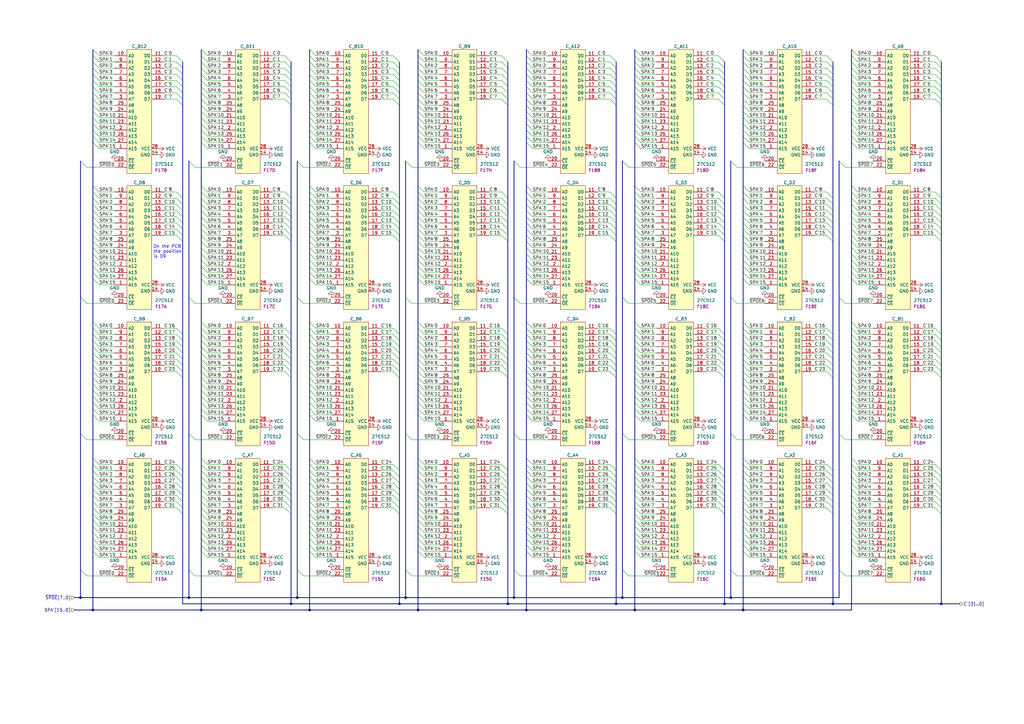
<source format=kicad_sch>
(kicad_sch (version 20231120) (generator "eeschema") (generator_version "8.0")
  (paper "A3")
  (title_block (title "Twin 16 - Rev B") (date "2024-03-10") (company "Konami GX785/GX870/GX808/GX903"))
  (junction (at 82.55 250.19))
  (junction (at 210.82 245.11))
  (junction (at 299.72 245.11))
  (junction (at 215.9 250.19))
  (junction (at 252.73 247.65))
  (junction (at 77.47 245.11))
  (junction (at 341.63 247.65))
  (junction (at 127 250.19))
  (junction (at 260.35 250.19))
  (junction (at 386.08 247.65))
  (junction (at 208.28 247.65))
  (junction (at 33.02 245.11))
  (junction (at 121.92 245.11))
  (junction (at 255.27 245.11))
  (junction (at 119.38 247.65))
  (junction (at 166.37 245.11))
  (junction (at 171.45 250.19))
  (junction (at 163.83 247.65))
  (junction (at 304.8 250.19))
  (junction (at 297.18 247.65))
  (junction (at 38.1 250.19))
  (bus_entry (at 260.35 35.56) (size 2.54 2.54))
  (bus_entry (at 38.1 193.04) (size 2.54 2.54))
  (bus_entry (at 205.74 25.4) (size 2.54 2.54))
  (bus_entry (at 116.84 134.62) (size 2.54 2.54))
  (bus_entry (at 349.25 162.56) (size 2.54 2.54))
  (bus_entry (at 127 190.5) (size 2.54 2.54))
  (bus_entry (at 72.39 195.58) (size 2.54 2.54))
  (bus_entry (at 294.64 193.04) (size 2.54 2.54))
  (bus_entry (at 250.19 88.9) (size 2.54 2.54))
  (bus_entry (at 304.8 104.14) (size 2.54 2.54))
  (bus_entry (at 294.64 35.56) (size 2.54 2.54))
  (bus_entry (at 161.29 88.9) (size 2.54 2.54))
  (bus_entry (at 304.8 157.48) (size 2.54 2.54))
  (bus_entry (at 171.45 111.76) (size 2.54 2.54))
  (bus_entry (at 260.35 58.42) (size 2.54 2.54))
  (bus_entry (at 205.74 78.74) (size 2.54 2.54))
  (bus_entry (at 82.55 30.48) (size 2.54 2.54))
  (bus_entry (at 304.8 33.02) (size 2.54 2.54))
  (bus_entry (at 72.39 144.78) (size 2.54 2.54))
  (bus_entry (at 205.74 27.94) (size 2.54 2.54))
  (bus_entry (at 127 137.16) (size 2.54 2.54))
  (bus_entry (at 250.19 30.48) (size 2.54 2.54))
  (bus_entry (at 116.84 30.48) (size 2.54 2.54))
  (bus_entry (at 171.45 43.18) (size 2.54 2.54))
  (bus_entry (at 171.45 27.94) (size 2.54 2.54))
  (bus_entry (at 82.55 215.9) (size 2.54 2.54))
  (bus_entry (at 383.54 78.74) (size 2.54 2.54))
  (bus_entry (at 171.45 45.72) (size 2.54 2.54))
  (bus_entry (at 171.45 30.48) (size 2.54 2.54))
  (bus_entry (at 215.9 50.8) (size 2.54 2.54))
  (bus_entry (at 294.64 137.16) (size 2.54 2.54))
  (bus_entry (at 250.19 96.52) (size 2.54 2.54))
  (bus_entry (at 304.8 187.96) (size 2.54 2.54))
  (bus_entry (at 127 200.66) (size 2.54 2.54))
  (bus_entry (at 116.84 81.28) (size 2.54 2.54))
  (bus_entry (at 161.29 25.4) (size 2.54 2.54))
  (bus_entry (at 116.84 38.1) (size 2.54 2.54))
  (bus_entry (at 294.64 27.94) (size 2.54 2.54))
  (bus_entry (at 127 40.64) (size 2.54 2.54))
  (bus_entry (at 127 93.98) (size 2.54 2.54))
  (bus_entry (at 38.1 58.42) (size 2.54 2.54))
  (bus_entry (at 260.35 109.22) (size 2.54 2.54))
  (bus_entry (at 294.64 86.36) (size 2.54 2.54))
  (bus_entry (at 127 35.56) (size 2.54 2.54))
  (bus_entry (at 383.54 40.64) (size 2.54 2.54))
  (bus_entry (at 304.8 93.98) (size 2.54 2.54))
  (bus_entry (at 82.55 223.52) (size 2.54 2.54))
  (bus_entry (at 215.9 154.94) (size 2.54 2.54))
  (bus_entry (at 304.8 58.42) (size 2.54 2.54))
  (bus_entry (at 250.19 137.16) (size 2.54 2.54))
  (bus_entry (at 82.55 144.78) (size 2.54 2.54))
  (bus_entry (at 116.84 88.9) (size 2.54 2.54))
  (bus_entry (at 127 160.02) (size 2.54 2.54))
  (bus_entry (at 38.1 35.56) (size 2.54 2.54))
  (bus_entry (at 260.35 220.98) (size 2.54 2.54))
  (bus_entry (at 82.55 210.82) (size 2.54 2.54))
  (bus_entry (at 166.37 121.92) (size 2.54 2.54))
  (bus_entry (at 161.29 38.1) (size 2.54 2.54))
  (bus_entry (at 38.1 81.28) (size 2.54 2.54))
  (bus_entry (at 349.25 96.52) (size 2.54 2.54))
  (bus_entry (at 116.84 144.78) (size 2.54 2.54))
  (bus_entry (at 205.74 195.58) (size 2.54 2.54))
  (bus_entry (at 383.54 190.5) (size 2.54 2.54))
  (bus_entry (at 82.55 195.58) (size 2.54 2.54))
  (bus_entry (at 77.47 66.04) (size 2.54 2.54))
  (bus_entry (at 383.54 208.28) (size 2.54 2.54))
  (bus_entry (at 121.92 121.92) (size 2.54 2.54))
  (bus_entry (at 82.55 38.1) (size 2.54 2.54))
  (bus_entry (at 304.8 96.52) (size 2.54 2.54))
  (bus_entry (at 349.25 43.18) (size 2.54 2.54))
  (bus_entry (at 260.35 101.6) (size 2.54 2.54))
  (bus_entry (at 38.1 198.12) (size 2.54 2.54))
  (bus_entry (at 171.45 220.98) (size 2.54 2.54))
  (bus_entry (at 339.09 22.86) (size 2.54 2.54))
  (bus_entry (at 260.35 111.76) (size 2.54 2.54))
  (bus_entry (at 205.74 198.12) (size 2.54 2.54))
  (bus_entry (at 304.8 152.4) (size 2.54 2.54))
  (bus_entry (at 82.55 208.28) (size 2.54 2.54))
  (bus_entry (at 349.25 170.18) (size 2.54 2.54))
  (bus_entry (at 116.84 205.74) (size 2.54 2.54))
  (bus_entry (at 215.9 27.94) (size 2.54 2.54))
  (bus_entry (at 82.55 205.74) (size 2.54 2.54))
  (bus_entry (at 127 149.86) (size 2.54 2.54))
  (bus_entry (at 339.09 86.36) (size 2.54 2.54))
  (bus_entry (at 38.1 43.18) (size 2.54 2.54))
  (bus_entry (at 38.1 226.06) (size 2.54 2.54))
  (bus_entry (at 339.09 88.9) (size 2.54 2.54))
  (bus_entry (at 250.19 152.4) (size 2.54 2.54))
  (bus_entry (at 82.55 137.16) (size 2.54 2.54))
  (bus_entry (at 121.92 177.8) (size 2.54 2.54))
  (bus_entry (at 304.8 55.88) (size 2.54 2.54))
  (bus_entry (at 383.54 22.86) (size 2.54 2.54))
  (bus_entry (at 260.35 170.18) (size 2.54 2.54))
  (bus_entry (at 161.29 30.48) (size 2.54 2.54))
  (bus_entry (at 294.64 22.86) (size 2.54 2.54))
  (bus_entry (at 171.45 198.12) (size 2.54 2.54))
  (bus_entry (at 171.45 104.14) (size 2.54 2.54))
  (bus_entry (at 215.9 83.82) (size 2.54 2.54))
  (bus_entry (at 38.1 213.36) (size 2.54 2.54))
  (bus_entry (at 215.9 40.64) (size 2.54 2.54))
  (bus_entry (at 82.55 55.88) (size 2.54 2.54))
  (bus_entry (at 215.9 223.52) (size 2.54 2.54))
  (bus_entry (at 210.82 121.92) (size 2.54 2.54))
  (bus_entry (at 121.92 66.04) (size 2.54 2.54))
  (bus_entry (at 260.35 96.52) (size 2.54 2.54))
  (bus_entry (at 339.09 137.16) (size 2.54 2.54))
  (bus_entry (at 171.45 218.44) (size 2.54 2.54))
  (bus_entry (at 349.25 86.36) (size 2.54 2.54))
  (bus_entry (at 116.84 137.16) (size 2.54 2.54))
  (bus_entry (at 171.45 139.7) (size 2.54 2.54))
  (bus_entry (at 349.25 160.02) (size 2.54 2.54))
  (bus_entry (at 304.8 218.44) (size 2.54 2.54))
  (bus_entry (at 250.19 27.94) (size 2.54 2.54))
  (bus_entry (at 304.8 88.9) (size 2.54 2.54))
  (bus_entry (at 127 43.18) (size 2.54 2.54))
  (bus_entry (at 215.9 142.24) (size 2.54 2.54))
  (bus_entry (at 205.74 193.04) (size 2.54 2.54))
  (bus_entry (at 127 106.68) (size 2.54 2.54))
  (bus_entry (at 304.8 144.78) (size 2.54 2.54))
  (bus_entry (at 349.25 134.62) (size 2.54 2.54))
  (bus_entry (at 215.9 20.32) (size 2.54 2.54))
  (bus_entry (at 294.64 200.66) (size 2.54 2.54))
  (bus_entry (at 349.25 165.1) (size 2.54 2.54))
  (bus_entry (at 72.39 35.56) (size 2.54 2.54))
  (bus_entry (at 171.45 96.52) (size 2.54 2.54))
  (bus_entry (at 38.1 104.14) (size 2.54 2.54))
  (bus_entry (at 82.55 111.76) (size 2.54 2.54))
  (bus_entry (at 260.35 132.08) (size 2.54 2.54))
  (bus_entry (at 171.45 147.32) (size 2.54 2.54))
  (bus_entry (at 127 147.32) (size 2.54 2.54))
  (bus_entry (at 260.35 38.1) (size 2.54 2.54))
  (bus_entry (at 349.25 210.82) (size 2.54 2.54))
  (bus_entry (at 339.09 96.52) (size 2.54 2.54))
  (bus_entry (at 215.9 205.74) (size 2.54 2.54))
  (bus_entry (at 304.8 134.62) (size 2.54 2.54))
  (bus_entry (at 349.25 111.76) (size 2.54 2.54))
  (bus_entry (at 215.9 187.96) (size 2.54 2.54))
  (bus_entry (at 72.39 22.86) (size 2.54 2.54))
  (bus_entry (at 82.55 45.72) (size 2.54 2.54))
  (bus_entry (at 171.45 195.58) (size 2.54 2.54))
  (bus_entry (at 215.9 81.28) (size 2.54 2.54))
  (bus_entry (at 127 187.96) (size 2.54 2.54))
  (bus_entry (at 82.55 35.56) (size 2.54 2.54))
  (bus_entry (at 161.29 96.52) (size 2.54 2.54))
  (bus_entry (at 38.1 157.48) (size 2.54 2.54))
  (bus_entry (at 205.74 88.9) (size 2.54 2.54))
  (bus_entry (at 344.17 233.68) (size 2.54 2.54))
  (bus_entry (at 215.9 213.36) (size 2.54 2.54))
  (bus_entry (at 304.8 45.72) (size 2.54 2.54))
  (bus_entry (at 260.35 165.1) (size 2.54 2.54))
  (bus_entry (at 215.9 193.04) (size 2.54 2.54))
  (bus_entry (at 383.54 35.56) (size 2.54 2.54))
  (bus_entry (at 250.19 35.56) (size 2.54 2.54))
  (bus_entry (at 38.1 190.5) (size 2.54 2.54))
  (bus_entry (at 260.35 200.66) (size 2.54 2.54))
  (bus_entry (at 38.1 99.06) (size 2.54 2.54))
  (bus_entry (at 304.8 205.74) (size 2.54 2.54))
  (bus_entry (at 161.29 200.66) (size 2.54 2.54))
  (bus_entry (at 127 170.18) (size 2.54 2.54))
  (bus_entry (at 260.35 81.28) (size 2.54 2.54))
  (bus_entry (at 304.8 106.68) (size 2.54 2.54))
  (bus_entry (at 161.29 137.16) (size 2.54 2.54))
  (bus_entry (at 38.1 152.4) (size 2.54 2.54))
  (bus_entry (at 304.8 167.64) (size 2.54 2.54))
  (bus_entry (at 349.25 50.8) (size 2.54 2.54))
  (bus_entry (at 339.09 25.4) (size 2.54 2.54))
  (bus_entry (at 383.54 38.1) (size 2.54 2.54))
  (bus_entry (at 349.25 144.78) (size 2.54 2.54))
  (bus_entry (at 82.55 167.64) (size 2.54 2.54))
  (bus_entry (at 38.1 187.96) (size 2.54 2.54))
  (bus_entry (at 304.8 203.2) (size 2.54 2.54))
  (bus_entry (at 161.29 203.2) (size 2.54 2.54))
  (bus_entry (at 82.55 149.86) (size 2.54 2.54))
  (bus_entry (at 205.74 190.5) (size 2.54 2.54))
  (bus_entry (at 116.84 40.64) (size 2.54 2.54))
  (bus_entry (at 215.9 99.06) (size 2.54 2.54))
  (bus_entry (at 38.1 55.88) (size 2.54 2.54))
  (bus_entry (at 38.1 205.74) (size 2.54 2.54))
  (bus_entry (at 260.35 93.98) (size 2.54 2.54))
  (bus_entry (at 304.8 99.06) (size 2.54 2.54))
  (bus_entry (at 82.55 27.94) (size 2.54 2.54))
  (bus_entry (at 171.45 83.82) (size 2.54 2.54))
  (bus_entry (at 82.55 165.1) (size 2.54 2.54))
  (bus_entry (at 304.8 86.36) (size 2.54 2.54))
  (bus_entry (at 304.8 190.5) (size 2.54 2.54))
  (bus_entry (at 161.29 149.86) (size 2.54 2.54))
  (bus_entry (at 339.09 33.02) (size 2.54 2.54))
  (bus_entry (at 171.45 165.1) (size 2.54 2.54))
  (bus_entry (at 127 45.72) (size 2.54 2.54))
  (bus_entry (at 82.55 220.98) (size 2.54 2.54))
  (bus_entry (at 171.45 157.48) (size 2.54 2.54))
  (bus_entry (at 349.25 200.66) (size 2.54 2.54))
  (bus_entry (at 72.39 142.24) (size 2.54 2.54))
  (bus_entry (at 127 195.58) (size 2.54 2.54))
  (bus_entry (at 215.9 111.76) (size 2.54 2.54))
  (bus_entry (at 304.8 22.86) (size 2.54 2.54))
  (bus_entry (at 127 25.4) (size 2.54 2.54))
  (bus_entry (at 205.74 134.62) (size 2.54 2.54))
  (bus_entry (at 72.39 134.62) (size 2.54 2.54))
  (bus_entry (at 72.39 33.02) (size 2.54 2.54))
  (bus_entry (at 250.19 193.04) (size 2.54 2.54))
  (bus_entry (at 304.8 142.24) (size 2.54 2.54))
  (bus_entry (at 250.19 134.62) (size 2.54 2.54))
  (bus_entry (at 205.74 30.48) (size 2.54 2.54))
  (bus_entry (at 82.55 86.36) (size 2.54 2.54))
  (bus_entry (at 82.55 190.5) (size 2.54 2.54))
  (bus_entry (at 215.9 152.4) (size 2.54 2.54))
  (bus_entry (at 215.9 104.14) (size 2.54 2.54))
  (bus_entry (at 38.1 147.32) (size 2.54 2.54))
  (bus_entry (at 304.8 20.32) (size 2.54 2.54))
  (bus_entry (at 171.45 40.64) (size 2.54 2.54))
  (bus_entry (at 205.74 96.52) (size 2.54 2.54))
  (bus_entry (at 171.45 76.2) (size 2.54 2.54))
  (bus_entry (at 250.19 91.44) (size 2.54 2.54))
  (bus_entry (at 250.19 190.5) (size 2.54 2.54))
  (bus_entry (at 38.1 50.8) (size 2.54 2.54))
  (bus_entry (at 304.8 101.6) (size 2.54 2.54))
  (bus_entry (at 339.09 152.4) (size 2.54 2.54))
  (bus_entry (at 82.55 20.32) (size 2.54 2.54))
  (bus_entry (at 72.39 93.98) (size 2.54 2.54))
  (bus_entry (at 304.8 226.06) (size 2.54 2.54))
  (bus_entry (at 38.1 132.08) (size 2.54 2.54))
  (bus_entry (at 127 76.2) (size 2.54 2.54))
  (bus_entry (at 38.1 30.48) (size 2.54 2.54))
  (bus_entry (at 349.25 157.48) (size 2.54 2.54))
  (bus_entry (at 304.8 223.52) (size 2.54 2.54))
  (bus_entry (at 127 193.04) (size 2.54 2.54))
  (bus_entry (at 215.9 78.74) (size 2.54 2.54))
  (bus_entry (at 250.19 200.66) (size 2.54 2.54))
  (bus_entry (at 260.35 99.06) (size 2.54 2.54))
  (bus_entry (at 38.1 53.34) (size 2.54 2.54))
  (bus_entry (at 127 20.32) (size 2.54 2.54))
  (bus_entry (at 215.9 218.44) (size 2.54 2.54))
  (bus_entry (at 38.1 154.94) (size 2.54 2.54))
  (bus_entry (at 383.54 152.4) (size 2.54 2.54))
  (bus_entry (at 349.25 104.14) (size 2.54 2.54))
  (bus_entry (at 82.55 162.56) (size 2.54 2.54))
  (bus_entry (at 304.8 193.04) (size 2.54 2.54))
  (bus_entry (at 171.45 25.4) (size 2.54 2.54))
  (bus_entry (at 215.9 190.5) (size 2.54 2.54))
  (bus_entry (at 260.35 198.12) (size 2.54 2.54))
  (bus_entry (at 171.45 215.9) (size 2.54 2.54))
  (bus_entry (at 250.19 208.28) (size 2.54 2.54))
  (bus_entry (at 171.45 22.86) (size 2.54 2.54))
  (bus_entry (at 304.8 53.34) (size 2.54 2.54))
  (bus_entry (at 82.55 200.66) (size 2.54 2.54))
  (bus_entry (at 383.54 83.82) (size 2.54 2.54))
  (bus_entry (at 38.1 40.64) (size 2.54 2.54))
  (bus_entry (at 383.54 144.78) (size 2.54 2.54))
  (bus_entry (at 339.09 134.62) (size 2.54 2.54))
  (bus_entry (at 72.39 203.2) (size 2.54 2.54))
  (bus_entry (at 299.72 233.68) (size 2.54 2.54))
  (bus_entry (at 215.9 53.34) (size 2.54 2.54))
  (bus_entry (at 161.29 190.5) (size 2.54 2.54))
  (bus_entry (at 294.64 134.62) (size 2.54 2.54))
  (bus_entry (at 260.35 195.58) (size 2.54 2.54))
  (bus_entry (at 38.1 101.6) (size 2.54 2.54))
  (bus_entry (at 215.9 93.98) (size 2.54 2.54))
  (bus_entry (at 127 154.94) (size 2.54 2.54))
  (bus_entry (at 38.1 88.9) (size 2.54 2.54))
  (bus_entry (at 171.45 144.78) (size 2.54 2.54))
  (bus_entry (at 304.8 78.74) (size 2.54 2.54))
  (bus_entry (at 116.84 208.28) (size 2.54 2.54))
  (bus_entry (at 116.84 147.32) (size 2.54 2.54))
  (bus_entry (at 171.45 152.4) (size 2.54 2.54))
  (bus_entry (at 250.19 38.1) (size 2.54 2.54))
  (bus_entry (at 383.54 205.74) (size 2.54 2.54))
  (bus_entry (at 349.25 20.32) (size 2.54 2.54))
  (bus_entry (at 116.84 91.44) (size 2.54 2.54))
  (bus_entry (at 250.19 33.02) (size 2.54 2.54))
  (bus_entry (at 82.55 78.74) (size 2.54 2.54))
  (bus_entry (at 339.09 149.86) (size 2.54 2.54))
  (bus_entry (at 260.35 104.14) (size 2.54 2.54))
  (bus_entry (at 339.09 200.66) (size 2.54 2.54))
  (bus_entry (at 127 218.44) (size 2.54 2.54))
  (bus_entry (at 171.45 53.34) (size 2.54 2.54))
  (bus_entry (at 250.19 147.32) (size 2.54 2.54))
  (bus_entry (at 161.29 142.24) (size 2.54 2.54))
  (bus_entry (at 205.74 93.98) (size 2.54 2.54))
  (bus_entry (at 304.8 154.94) (size 2.54 2.54))
  (bus_entry (at 161.29 35.56) (size 2.54 2.54))
  (bus_entry (at 294.64 40.64) (size 2.54 2.54))
  (bus_entry (at 33.02 177.8) (size 2.54 2.54))
  (bus_entry (at 38.1 144.78) (size 2.54 2.54))
  (bus_entry (at 82.55 106.68) (size 2.54 2.54))
  (bus_entry (at 205.74 200.66) (size 2.54 2.54))
  (bus_entry (at 349.25 33.02) (size 2.54 2.54))
  (bus_entry (at 171.45 58.42) (size 2.54 2.54))
  (bus_entry (at 215.9 198.12) (size 2.54 2.54))
  (bus_entry (at 250.19 198.12) (size 2.54 2.54))
  (bus_entry (at 215.9 139.7) (size 2.54 2.54))
  (bus_entry (at 38.1 160.02) (size 2.54 2.54))
  (bus_entry (at 294.64 198.12) (size 2.54 2.54))
  (bus_entry (at 171.45 99.06) (size 2.54 2.54))
  (bus_entry (at 383.54 91.44) (size 2.54 2.54))
  (bus_entry (at 205.74 91.44) (size 2.54 2.54))
  (bus_entry (at 339.09 190.5) (size 2.54 2.54))
  (bus_entry (at 215.9 149.86) (size 2.54 2.54))
  (bus_entry (at 127 205.74) (size 2.54 2.54))
  (bus_entry (at 260.35 190.5) (size 2.54 2.54))
  (bus_entry (at 116.84 198.12) (size 2.54 2.54))
  (bus_entry (at 349.25 208.28) (size 2.54 2.54))
  (bus_entry (at 339.09 139.7) (size 2.54 2.54))
  (bus_entry (at 171.45 88.9) (size 2.54 2.54))
  (bus_entry (at 349.25 147.32) (size 2.54 2.54))
  (bus_entry (at 294.64 78.74) (size 2.54 2.54))
  (bus_entry (at 33.02 121.92) (size 2.54 2.54))
  (bus_entry (at 82.55 53.34) (size 2.54 2.54))
  (bus_entry (at 260.35 167.64) (size 2.54 2.54))
  (bus_entry (at 304.8 111.76) (size 2.54 2.54))
  (bus_entry (at 304.8 170.18) (size 2.54 2.54))
  (bus_entry (at 349.25 81.28) (size 2.54 2.54))
  (bus_entry (at 116.84 33.02) (size 2.54 2.54))
  (bus_entry (at 210.82 177.8) (size 2.54 2.54))
  (bus_entry (at 205.74 149.86) (size 2.54 2.54))
  (bus_entry (at 215.9 101.6) (size 2.54 2.54))
  (bus_entry (at 294.64 205.74) (size 2.54 2.54))
  (bus_entry (at 383.54 134.62) (size 2.54 2.54))
  (bus_entry (at 260.35 53.34) (size 2.54 2.54))
  (bus_entry (at 260.35 20.32) (size 2.54 2.54))
  (bus_entry (at 171.45 50.8) (size 2.54 2.54))
  (bus_entry (at 383.54 86.36) (size 2.54 2.54))
  (bus_entry (at 250.19 93.98) (size 2.54 2.54))
  (bus_entry (at 205.74 35.56) (size 2.54 2.54))
  (bus_entry (at 38.1 33.02) (size 2.54 2.54))
  (bus_entry (at 171.45 193.04) (size 2.54 2.54))
  (bus_entry (at 294.64 152.4) (size 2.54 2.54))
  (bus_entry (at 349.25 203.2) (size 2.54 2.54))
  (bus_entry (at 250.19 25.4) (size 2.54 2.54))
  (bus_entry (at 349.25 91.44) (size 2.54 2.54))
  (bus_entry (at 215.9 106.68) (size 2.54 2.54))
  (bus_entry (at 215.9 109.22) (size 2.54 2.54))
  (bus_entry (at 171.45 38.1) (size 2.54 2.54))
  (bus_entry (at 82.55 147.32) (size 2.54 2.54))
  (bus_entry (at 260.35 149.86) (size 2.54 2.54))
  (bus_entry (at 82.55 50.8) (size 2.54 2.54))
  (bus_entry (at 339.09 40.64) (size 2.54 2.54))
  (bus_entry (at 339.09 142.24) (size 2.54 2.54))
  (bus_entry (at 38.1 76.2) (size 2.54 2.54))
  (bus_entry (at 161.29 195.58) (size 2.54 2.54))
  (bus_entry (at 38.1 114.3) (size 2.54 2.54))
  (bus_entry (at 161.29 139.7) (size 2.54 2.54))
  (bus_entry (at 116.84 149.86) (size 2.54 2.54))
  (bus_entry (at 72.39 205.74) (size 2.54 2.54))
  (bus_entry (at 260.35 48.26) (size 2.54 2.54))
  (bus_entry (at 205.74 86.36) (size 2.54 2.54))
  (bus_entry (at 260.35 210.82) (size 2.54 2.54))
  (bus_entry (at 82.55 91.44) (size 2.54 2.54))
  (bus_entry (at 339.09 93.98) (size 2.54 2.54))
  (bus_entry (at 127 142.24) (size 2.54 2.54))
  (bus_entry (at 205.74 203.2) (size 2.54 2.54))
  (bus_entry (at 349.25 22.86) (size 2.54 2.54))
  (bus_entry (at 38.1 48.26) (size 2.54 2.54))
  (bus_entry (at 294.64 91.44) (size 2.54 2.54))
  (bus_entry (at 127 167.64) (size 2.54 2.54))
  (bus_entry (at 250.19 40.64) (size 2.54 2.54))
  (bus_entry (at 260.35 83.82) (size 2.54 2.54))
  (bus_entry (at 161.29 86.36) (size 2.54 2.54))
  (bus_entry (at 339.09 83.82) (size 2.54 2.54))
  (bus_entry (at 72.39 38.1) (size 2.54 2.54))
  (bus_entry (at 383.54 142.24) (size 2.54 2.54))
  (bus_entry (at 383.54 198.12) (size 2.54 2.54))
  (bus_entry (at 304.8 27.94) (size 2.54 2.54))
  (bus_entry (at 349.25 48.26) (size 2.54 2.54))
  (bus_entry (at 161.29 78.74) (size 2.54 2.54))
  (bus_entry (at 82.55 58.42) (size 2.54 2.54))
  (bus_entry (at 349.25 25.4) (size 2.54 2.54))
  (bus_entry (at 339.09 38.1) (size 2.54 2.54))
  (bus_entry (at 127 50.8) (size 2.54 2.54))
  (bus_entry (at 171.45 205.74) (size 2.54 2.54))
  (bus_entry (at 349.25 190.5) (size 2.54 2.54))
  (bus_entry (at 116.84 142.24) (size 2.54 2.54))
  (bus_entry (at 171.45 81.28) (size 2.54 2.54))
  (bus_entry (at 82.55 101.6) (size 2.54 2.54))
  (bus_entry (at 349.25 114.3) (size 2.54 2.54))
  (bus_entry (at 38.1 218.44) (size 2.54 2.54))
  (bus_entry (at 349.25 226.06) (size 2.54 2.54))
  (bus_entry (at 205.74 144.78) (size 2.54 2.54))
  (bus_entry (at 82.55 157.48) (size 2.54 2.54))
  (bus_entry (at 304.8 81.28) (size 2.54 2.54))
  (bus_entry (at 161.29 33.02) (size 2.54 2.54))
  (bus_entry (at 72.39 27.94) (size 2.54 2.54))
  (bus_entry (at 349.25 99.06) (size 2.54 2.54))
  (bus_entry (at 215.9 33.02) (size 2.54 2.54))
  (bus_entry (at 127 30.48) (size 2.54 2.54))
  (bus_entry (at 127 152.4) (size 2.54 2.54))
  (bus_entry (at 349.25 35.56) (size 2.54 2.54))
  (bus_entry (at 116.84 78.74) (size 2.54 2.54))
  (bus_entry (at 38.1 109.22) (size 2.54 2.54))
  (bus_entry (at 349.25 58.42) (size 2.54 2.54))
  (bus_entry (at 205.74 137.16) (size 2.54 2.54))
  (bus_entry (at 38.1 142.24) (size 2.54 2.54))
  (bus_entry (at 255.27 233.68) (size 2.54 2.54))
  (bus_entry (at 260.35 218.44) (size 2.54 2.54))
  (bus_entry (at 349.25 27.94) (size 2.54 2.54))
  (bus_entry (at 349.25 40.64) (size 2.54 2.54))
  (bus_entry (at 171.45 55.88) (size 2.54 2.54))
  (bus_entry (at 339.09 144.78) (size 2.54 2.54))
  (bus_entry (at 304.8 35.56) (size 2.54 2.54))
  (bus_entry (at 82.55 213.36) (size 2.54 2.54))
  (bus_entry (at 339.09 81.28) (size 2.54 2.54))
  (bus_entry (at 171.45 134.62) (size 2.54 2.54))
  (bus_entry (at 215.9 30.48) (size 2.54 2.54))
  (bus_entry (at 304.8 137.16) (size 2.54 2.54))
  (bus_entry (at 215.9 200.66) (size 2.54 2.54))
  (bus_entry (at 260.35 203.2) (size 2.54 2.54))
  (bus_entry (at 383.54 137.16) (size 2.54 2.54))
  (bus_entry (at 383.54 203.2) (size 2.54 2.54))
  (bus_entry (at 349.25 154.94) (size 2.54 2.54))
  (bus_entry (at 215.9 58.42) (size 2.54 2.54))
  (bus_entry (at 299.72 177.8) (size 2.54 2.54))
  (bus_entry (at 161.29 147.32) (size 2.54 2.54))
  (bus_entry (at 33.02 233.68) (size 2.54 2.54))
  (bus_entry (at 171.45 142.24) (size 2.54 2.54))
  (bus_entry (at 38.1 83.82) (size 2.54 2.54))
  (bus_entry (at 82.55 142.24) (size 2.54 2.54))
  (bus_entry (at 260.35 187.96) (size 2.54 2.54))
  (bus_entry (at 72.39 198.12) (size 2.54 2.54))
  (bus_entry (at 127 109.22) (size 2.54 2.54))
  (bus_entry (at 260.35 22.86) (size 2.54 2.54))
  (bus_entry (at 294.64 203.2) (size 2.54 2.54))
  (bus_entry (at 260.35 193.04) (size 2.54 2.54))
  (bus_entry (at 260.35 78.74) (size 2.54 2.54))
  (bus_entry (at 215.9 226.06) (size 2.54 2.54))
  (bus_entry (at 383.54 81.28) (size 2.54 2.54))
  (bus_entry (at 210.82 66.04) (size 2.54 2.54))
  (bus_entry (at 339.09 198.12) (size 2.54 2.54))
  (bus_entry (at 127 220.98) (size 2.54 2.54))
  (bus_entry (at 72.39 25.4) (size 2.54 2.54))
  (bus_entry (at 205.74 147.32) (size 2.54 2.54))
  (bus_entry (at 294.64 142.24) (size 2.54 2.54))
  (bus_entry (at 349.25 45.72) (size 2.54 2.54))
  (bus_entry (at 82.55 22.86) (size 2.54 2.54))
  (bus_entry (at 72.39 139.7) (size 2.54 2.54))
  (bus_entry (at 349.25 205.74) (size 2.54 2.54))
  (bus_entry (at 383.54 96.52) (size 2.54 2.54))
  (bus_entry (at 82.55 134.62) (size 2.54 2.54))
  (bus_entry (at 349.25 195.58) (size 2.54 2.54))
  (bus_entry (at 349.25 193.04) (size 2.54 2.54))
  (bus_entry (at 260.35 45.72) (size 2.54 2.54))
  (bus_entry (at 344.17 66.04) (size 2.54 2.54))
  (bus_entry (at 349.25 137.16) (size 2.54 2.54))
  (bus_entry (at 349.25 106.68) (size 2.54 2.54))
  (bus_entry (at 215.9 195.58) (size 2.54 2.54))
  (bus_entry (at 72.39 40.64) (size 2.54 2.54))
  (bus_entry (at 38.1 22.86) (size 2.54 2.54))
  (bus_entry (at 383.54 147.32) (size 2.54 2.54))
  (bus_entry (at 171.45 106.68) (size 2.54 2.54))
  (bus_entry (at 116.84 193.04) (size 2.54 2.54))
  (bus_entry (at 304.8 43.18) (size 2.54 2.54))
  (bus_entry (at 82.55 48.26) (size 2.54 2.54))
  (bus_entry (at 294.64 147.32) (size 2.54 2.54))
  (bus_entry (at 161.29 198.12) (size 2.54 2.54))
  (bus_entry (at 127 99.06) (size 2.54 2.54))
  (bus_entry (at 349.25 215.9) (size 2.54 2.54))
  (bus_entry (at 116.84 96.52) (size 2.54 2.54))
  (bus_entry (at 215.9 203.2) (size 2.54 2.54))
  (bus_entry (at 171.45 137.16) (size 2.54 2.54))
  (bus_entry (at 349.25 152.4) (size 2.54 2.54))
  (bus_entry (at 304.8 38.1) (size 2.54 2.54))
  (bus_entry (at 171.45 223.52) (size 2.54 2.54))
  (bus_entry (at 72.39 190.5) (size 2.54 2.54))
  (bus_entry (at 161.29 40.64) (size 2.54 2.54))
  (bus_entry (at 304.8 215.9) (size 2.54 2.54))
  (bus_entry (at 38.1 195.58) (size 2.54 2.54))
  (bus_entry (at 72.39 149.86) (size 2.54 2.54))
  (bus_entry (at 161.29 27.94) (size 2.54 2.54))
  (bus_entry (at 260.35 30.48) (size 2.54 2.54))
  (bus_entry (at 349.25 167.64) (size 2.54 2.54))
  (bus_entry (at 82.55 226.06) (size 2.54 2.54))
  (bus_entry (at 127 165.1) (size 2.54 2.54))
  (bus_entry (at 304.8 114.3) (size 2.54 2.54))
  (bus_entry (at 127 22.86) (size 2.54 2.54))
  (bus_entry (at 205.74 142.24) (size 2.54 2.54))
  (bus_entry (at 215.9 167.64) (size 2.54 2.54))
  (bus_entry (at 38.1 91.44) (size 2.54 2.54))
  (bus_entry (at 260.35 40.64) (size 2.54 2.54))
  (bus_entry (at 38.1 223.52) (size 2.54 2.54))
  (bus_entry (at 127 58.42) (size 2.54 2.54))
  (bus_entry (at 161.29 134.62) (size 2.54 2.54))
  (bus_entry (at 72.39 147.32) (size 2.54 2.54))
  (bus_entry (at 171.45 35.56) (size 2.54 2.54))
  (bus_entry (at 205.74 40.64) (size 2.54 2.54))
  (bus_entry (at 383.54 33.02) (size 2.54 2.54))
  (bus_entry (at 260.35 55.88) (size 2.54 2.54))
  (bus_entry (at 82.55 81.28) (size 2.54 2.54))
  (bus_entry (at 250.19 22.86) (size 2.54 2.54))
  (bus_entry (at 383.54 25.4) (size 2.54 2.54))
  (bus_entry (at 260.35 137.16) (size 2.54 2.54))
  (bus_entry (at 215.9 48.26) (size 2.54 2.54))
  (bus_entry (at 260.35 223.52) (size 2.54 2.54))
  (bus_entry (at 38.1 137.16) (size 2.54 2.54))
  (bus_entry (at 349.25 187.96) (size 2.54 2.54))
  (bus_entry (at 116.84 35.56) (size 2.54 2.54))
  (bus_entry (at 116.84 93.98) (size 2.54 2.54))
  (bus_entry (at 82.55 40.64) (size 2.54 2.54))
  (bus_entry (at 82.55 218.44) (size 2.54 2.54))
  (bus_entry (at 127 83.82) (size 2.54 2.54))
  (bus_entry (at 82.55 132.08) (size 2.54 2.54))
  (bus_entry (at 304.8 220.98) (size 2.54 2.54))
  (bus_entry (at 260.35 205.74) (size 2.54 2.54))
  (bus_entry (at 383.54 88.9) (size 2.54 2.54))
  (bus_entry (at 383.54 193.04) (size 2.54 2.54))
  (bus_entry (at 171.45 86.36) (size 2.54 2.54))
  (bus_entry (at 255.27 121.92) (size 2.54 2.54))
  (bus_entry (at 127 38.1) (size 2.54 2.54))
  (bus_entry (at 260.35 76.2) (size 2.54 2.54))
  (bus_entry (at 38.1 170.18) (size 2.54 2.54))
  (bus_entry (at 116.84 27.94) (size 2.54 2.54))
  (bus_entry (at 127 213.36) (size 2.54 2.54))
  (bus_entry (at 161.29 81.28) (size 2.54 2.54))
  (bus_entry (at 349.25 78.74) (size 2.54 2.54))
  (bus_entry (at 294.64 38.1) (size 2.54 2.54))
  (bus_entry (at 260.35 27.94) (size 2.54 2.54))
  (bus_entry (at 171.45 187.96) (size 2.54 2.54))
  (bus_entry (at 38.1 25.4) (size 2.54 2.54))
  (bus_entry (at 171.45 149.86) (size 2.54 2.54))
  (bus_entry (at 349.25 132.08) (size 2.54 2.54))
  (bus_entry (at 127 33.02) (size 2.54 2.54))
  (bus_entry (at 339.09 30.48) (size 2.54 2.54))
  (bus_entry (at 38.1 27.94) (size 2.54 2.54))
  (bus_entry (at 304.8 25.4) (size 2.54 2.54))
  (bus_entry (at 127 226.06) (size 2.54 2.54))
  (bus_entry (at 215.9 35.56) (size 2.54 2.54))
  (bus_entry (at 304.8 40.64) (size 2.54 2.54))
  (bus_entry (at 349.25 223.52) (size 2.54 2.54))
  (bus_entry (at 72.39 83.82) (size 2.54 2.54))
  (bus_entry (at 260.35 33.02) (size 2.54 2.54))
  (bus_entry (at 171.45 101.6) (size 2.54 2.54))
  (bus_entry (at 116.84 195.58) (size 2.54 2.54))
  (bus_entry (at 215.9 43.18) (size 2.54 2.54))
  (bus_entry (at 250.19 81.28) (size 2.54 2.54))
  (bus_entry (at 127 203.2) (size 2.54 2.54))
  (bus_entry (at 260.35 160.02) (size 2.54 2.54))
  (bus_entry (at 205.74 139.7) (size 2.54 2.54))
  (bus_entry (at 38.1 45.72) (size 2.54 2.54))
  (bus_entry (at 260.35 154.94) (size 2.54 2.54))
  (bus_entry (at 161.29 205.74) (size 2.54 2.54))
  (bus_entry (at 82.55 160.02) (size 2.54 2.54))
  (bus_entry (at 116.84 86.36) (size 2.54 2.54))
  (bus_entry (at 260.35 162.56) (size 2.54 2.54))
  (bus_entry (at 304.8 91.44) (size 2.54 2.54))
  (bus_entry (at 38.1 208.28) (size 2.54 2.54))
  (bus_entry (at 294.64 96.52) (size 2.54 2.54))
  (bus_entry (at 82.55 198.12) (size 2.54 2.54))
  (bus_entry (at 161.29 91.44) (size 2.54 2.54))
  (bus_entry (at 215.9 157.48) (size 2.54 2.54))
  (bus_entry (at 215.9 134.62) (size 2.54 2.54))
  (bus_entry (at 171.45 78.74) (size 2.54 2.54))
  (bus_entry (at 260.35 88.9) (size 2.54 2.54))
  (bus_entry (at 127 111.76) (size 2.54 2.54))
  (bus_entry (at 82.55 152.4) (size 2.54 2.54))
  (bus_entry (at 339.09 203.2) (size 2.54 2.54))
  (bus_entry (at 82.55 170.18) (size 2.54 2.54))
  (bus_entry (at 127 78.74) (size 2.54 2.54))
  (bus_entry (at 171.45 167.64) (size 2.54 2.54))
  (bus_entry (at 33.02 66.04) (size 2.54 2.54))
  (bus_entry (at 250.19 86.36) (size 2.54 2.54))
  (bus_entry (at 127 101.6) (size 2.54 2.54))
  (bus_entry (at 339.09 147.32) (size 2.54 2.54))
  (bus_entry (at 304.8 213.36) (size 2.54 2.54))
  (bus_entry (at 127 144.78) (size 2.54 2.54))
  (bus_entry (at 171.45 91.44) (size 2.54 2.54))
  (bus_entry (at 304.8 139.7) (size 2.54 2.54))
  (bus_entry (at 72.39 78.74) (size 2.54 2.54))
  (bus_entry (at 250.19 195.58) (size 2.54 2.54))
  (bus_entry (at 304.8 198.12) (size 2.54 2.54))
  (bus_entry (at 250.19 78.74) (size 2.54 2.54))
  (bus_entry (at 77.47 233.68) (size 2.54 2.54))
  (bus_entry (at 349.25 83.82) (size 2.54 2.54))
  (bus_entry (at 82.55 93.98) (size 2.54 2.54))
  (bus_entry (at 304.8 208.28) (size 2.54 2.54))
  (bus_entry (at 77.47 177.8) (size 2.54 2.54))
  (bus_entry (at 171.45 132.08) (size 2.54 2.54))
  (bus_entry (at 383.54 139.7) (size 2.54 2.54))
  (bus_entry (at 260.35 215.9) (size 2.54 2.54))
  (bus_entry (at 77.47 121.92) (size 2.54 2.54))
  (bus_entry (at 260.35 142.24) (size 2.54 2.54))
  (bus_entry (at 250.19 205.74) (size 2.54 2.54))
  (bus_entry (at 82.55 114.3) (size 2.54 2.54))
  (bus_entry (at 349.25 53.34) (size 2.54 2.54))
  (bus_entry (at 304.8 160.02) (size 2.54 2.54))
  (bus_entry (at 38.1 220.98) (size 2.54 2.54))
  (bus_entry (at 127 139.7) (size 2.54 2.54))
  (bus_entry (at 349.25 213.36) (size 2.54 2.54))
  (bus_entry (at 260.35 139.7) (size 2.54 2.54))
  (bus_entry (at 215.9 55.88) (size 2.54 2.54))
  (bus_entry (at 82.55 203.2) (size 2.54 2.54))
  (bus_entry (at 166.37 177.8) (size 2.54 2.54))
  (bus_entry (at 127 210.82) (size 2.54 2.54))
  (bus_entry (at 205.74 83.82) (size 2.54 2.54))
  (bus_entry (at 215.9 96.52) (size 2.54 2.54))
  (bus_entry (at 127 91.44) (size 2.54 2.54))
  (bus_entry (at 304.8 165.1) (size 2.54 2.54))
  (bus_entry (at 171.45 93.98) (size 2.54 2.54))
  (bus_entry (at 294.64 93.98) (size 2.54 2.54))
  (bus_entry (at 344.17 121.92) (size 2.54 2.54))
  (bus_entry (at 205.74 33.02) (size 2.54 2.54))
  (bus_entry (at 82.55 25.4) (size 2.54 2.54))
  (bus_entry (at 205.74 81.28) (size 2.54 2.54))
  (bus_entry (at 116.84 190.5) (size 2.54 2.54))
  (bus_entry (at 304.8 50.8) (size 2.54 2.54))
  (bus_entry (at 171.45 162.56) (size 2.54 2.54))
  (bus_entry (at 127 48.26) (size 2.54 2.54))
  (bus_entry (at 161.29 144.78) (size 2.54 2.54))
  (bus_entry (at 349.25 220.98) (size 2.54 2.54))
  (bus_entry (at 82.55 96.52) (size 2.54 2.54))
  (bus_entry (at 250.19 142.24) (size 2.54 2.54))
  (bus_entry (at 72.39 96.52) (size 2.54 2.54))
  (bus_entry (at 294.64 190.5) (size 2.54 2.54))
  (bus_entry (at 171.45 33.02) (size 2.54 2.54))
  (bus_entry (at 294.64 25.4) (size 2.54 2.54))
  (bus_entry (at 339.09 193.04) (size 2.54 2.54))
  (bus_entry (at 38.1 200.66) (size 2.54 2.54))
  (bus_entry (at 304.8 109.22) (size 2.54 2.54))
  (bus_entry (at 171.45 20.32) (size 2.54 2.54))
  (bus_entry (at 171.45 154.94) (size 2.54 2.54))
  (bus_entry (at 171.45 190.5) (size 2.54 2.54))
  (bus_entry (at 116.84 203.2) (size 2.54 2.54))
  (bus_entry (at 82.55 139.7) (size 2.54 2.54))
  (bus_entry (at 304.8 162.56) (size 2.54 2.54))
  (bus_entry (at 171.45 114.3) (size 2.54 2.54))
  (bus_entry (at 260.35 86.36) (size 2.54 2.54))
  (bus_entry (at 166.37 66.04) (size 2.54 2.54))
  (bus_entry (at 339.09 205.74) (size 2.54 2.54))
  (bus_entry (at 250.19 144.78) (size 2.54 2.54))
  (bus_entry (at 171.45 210.82) (size 2.54 2.54))
  (bus_entry (at 383.54 27.94) (size 2.54 2.54))
  (bus_entry (at 304.8 210.82) (size 2.54 2.54))
  (bus_entry (at 294.64 149.86) (size 2.54 2.54))
  (bus_entry (at 82.55 104.14) (size 2.54 2.54))
  (bus_entry (at 171.45 213.36) (size 2.54 2.54))
  (bus_entry (at 304.8 83.82) (size 2.54 2.54))
  (bus_entry (at 260.35 43.18) (size 2.54 2.54))
  (bus_entry (at 349.25 198.12) (size 2.54 2.54))
  (bus_entry (at 349.25 93.98) (size 2.54 2.54))
  (bus_entry (at 205.74 22.86) (size 2.54 2.54))
  (bus_entry (at 72.39 81.28) (size 2.54 2.54))
  (bus_entry (at 127 198.12) (size 2.54 2.54))
  (bus_entry (at 161.29 93.98) (size 2.54 2.54))
  (bus_entry (at 215.9 38.1) (size 2.54 2.54))
  (bus_entry (at 82.55 109.22) (size 2.54 2.54))
  (bus_entry (at 116.84 25.4) (size 2.54 2.54))
  (bus_entry (at 38.1 78.74) (size 2.54 2.54))
  (bus_entry (at 215.9 220.98) (size 2.54 2.54))
  (bus_entry (at 294.64 195.58) (size 2.54 2.54))
  (bus_entry (at 349.25 38.1) (size 2.54 2.54))
  (bus_entry (at 161.29 152.4) (size 2.54 2.54))
  (bus_entry (at 349.25 88.9) (size 2.54 2.54))
  (bus_entry (at 127 27.94) (size 2.54 2.54))
  (bus_entry (at 339.09 27.94) (size 2.54 2.54))
  (bus_entry (at 127 114.3) (size 2.54 2.54))
  (bus_entry (at 339.09 35.56) (size 2.54 2.54))
  (bus_entry (at 72.39 86.36) (size 2.54 2.54))
  (bus_entry (at 250.19 139.7) (size 2.54 2.54))
  (bus_entry (at 383.54 195.58) (size 2.54 2.54))
  (bus_entry (at 82.55 99.06) (size 2.54 2.54))
  (bus_entry (at 260.35 226.06) (size 2.54 2.54))
  (bus_entry (at 215.9 132.08) (size 2.54 2.54))
  (bus_entry (at 215.9 170.18) (size 2.54 2.54))
  (bus_entry (at 72.39 152.4) (size 2.54 2.54))
  (bus_entry (at 127 208.28) (size 2.54 2.54))
  (bus_entry (at 349.25 139.7) (size 2.54 2.54))
  (bus_entry (at 38.1 86.36) (size 2.54 2.54))
  (bus_entry (at 116.84 22.86) (size 2.54 2.54))
  (bus_entry (at 171.45 208.28) (size 2.54 2.54))
  (bus_entry (at 127 132.08) (size 2.54 2.54))
  (bus_entry (at 38.1 106.68) (size 2.54 2.54))
  (bus_entry (at 339.09 78.74) (size 2.54 2.54))
  (bus_entry (at 72.39 88.9) (size 2.54 2.54))
  (bus_entry (at 127 215.9) (size 2.54 2.54))
  (bus_entry (at 127 104.14) (size 2.54 2.54))
  (bus_entry (at 215.9 147.32) (size 2.54 2.54))
  (bus_entry (at 171.45 226.06) (size 2.54 2.54))
  (bus_entry (at 38.1 111.76) (size 2.54 2.54))
  (bus_entry (at 38.1 134.62) (size 2.54 2.54))
  (bus_entry (at 383.54 200.66) (size 2.54 2.54))
  (bus_entry (at 38.1 20.32) (size 2.54 2.54))
  (bus_entry (at 215.9 137.16) (size 2.54 2.54))
  (bus_entry (at 127 81.28) (size 2.54 2.54))
  (bus_entry (at 215.9 25.4) (size 2.54 2.54))
  (bus_entry (at 260.35 25.4) (size 2.54 2.54))
  (bus_entry (at 294.64 33.02) (size 2.54 2.54))
  (bus_entry (at 161.29 208.28) (size 2.54 2.54))
  (bus_entry (at 260.35 134.62) (size 2.54 2.54))
  (bus_entry (at 116.84 200.66) (size 2.54 2.54))
  (bus_entry (at 72.39 91.44) (size 2.54 2.54))
  (bus_entry (at 82.55 43.18) (size 2.54 2.54))
  (bus_entry (at 215.9 210.82) (size 2.54 2.54))
  (bus_entry (at 72.39 208.28) (size 2.54 2.54))
  (bus_entry (at 215.9 208.28) (size 2.54 2.54))
  (bus_entry (at 127 55.88) (size 2.54 2.54))
  (bus_entry (at 255.27 66.04) (size 2.54 2.54))
  (bus_entry (at 294.64 88.9) (size 2.54 2.54))
  (bus_entry (at 383.54 93.98) (size 2.54 2.54))
  (bus_entry (at 383.54 30.48) (size 2.54 2.54))
  (bus_entry (at 260.35 157.48) (size 2.54 2.54))
  (bus_entry (at 127 157.48) (size 2.54 2.54))
  (bus_entry (at 210.82 233.68) (size 2.54 2.54))
  (bus_entry (at 349.25 76.2) (size 2.54 2.54))
  (bus_entry (at 344.17 177.8) (size 2.54 2.54))
  (bus_entry (at 205.74 38.1) (size 2.54 2.54))
  (bus_entry (at 294.64 83.82) (size 2.54 2.54))
  (bus_entry (at 38.1 210.82) (size 2.54 2.54))
  (bus_entry (at 72.39 200.66) (size 2.54 2.54))
  (bus_entry (at 72.39 137.16) (size 2.54 2.54))
  (bus_entry (at 349.25 149.86) (size 2.54 2.54))
  (bus_entry (at 38.1 203.2) (size 2.54 2.54))
  (bus_entry (at 260.35 152.4) (size 2.54 2.54))
  (bus_entry (at 383.54 149.86) (size 2.54 2.54))
  (bus_entry (at 127 86.36) (size 2.54 2.54))
  (bus_entry (at 299.72 66.04) (size 2.54 2.54))
  (bus_entry (at 349.25 55.88) (size 2.54 2.54))
  (bus_entry (at 82.55 187.96) (size 2.54 2.54))
  (bus_entry (at 171.45 109.22) (size 2.54 2.54))
  (bus_entry (at 161.29 83.82) (size 2.54 2.54))
  (bus_entry (at 82.55 88.9) (size 2.54 2.54))
  (bus_entry (at 215.9 45.72) (size 2.54 2.54))
  (bus_entry (at 260.35 50.8) (size 2.54 2.54))
  (bus_entry (at 215.9 91.44) (size 2.54 2.54))
  (bus_entry (at 215.9 86.36) (size 2.54 2.54))
  (bus_entry (at 260.35 106.68) (size 2.54 2.54))
  (bus_entry (at 38.1 149.86) (size 2.54 2.54))
  (bus_entry (at 116.84 139.7) (size 2.54 2.54))
  (bus_entry (at 116.84 152.4) (size 2.54 2.54))
  (bus_entry (at 116.84 83.82) (size 2.54 2.54))
  (bus_entry (at 304.8 48.26) (size 2.54 2.54))
  (bus_entry (at 38.1 139.7) (size 2.54 2.54))
  (bus_entry (at 127 223.52) (size 2.54 2.54))
  (bus_entry (at 215.9 76.2) (size 2.54 2.54))
  (bus_entry (at 215.9 114.3) (size 2.54 2.54))
  (bus_entry (at 121.92 233.68) (size 2.54 2.54))
  (bus_entry (at 349.25 142.24) (size 2.54 2.54))
  (bus_entry (at 260.35 213.36) (size 2.54 2.54))
  (bus_entry (at 294.64 208.28) (size 2.54 2.54))
  (bus_entry (at 166.37 233.68) (size 2.54 2.54))
  (bus_entry (at 215.9 160.02) (size 2.54 2.54))
  (bus_entry (at 349.25 109.22) (size 2.54 2.54))
  (bus_entry (at 171.45 203.2) (size 2.54 2.54))
  (bus_entry (at 304.8 200.66) (size 2.54 2.54))
  (bus_entry (at 205.74 208.28) (size 2.54 2.54))
  (bus_entry (at 304.8 30.48) (size 2.54 2.54))
  (bus_entry (at 127 162.56) (size 2.54 2.54))
  (bus_entry (at 161.29 193.04) (size 2.54 2.54))
  (bus_entry (at 171.45 200.66) (size 2.54 2.54))
  (bus_entry (at 304.8 132.08) (size 2.54 2.54))
  (bus_entry (at 349.25 30.48) (size 2.54 2.54))
  (bus_entry (at 72.39 193.04) (size 2.54 2.54))
  (bus_entry (at 260.35 208.28) (size 2.54 2.54))
  (bus_entry (at 255.27 177.8) (size 2.54 2.54))
  (bus_entry (at 215.9 88.9) (size 2.54 2.54))
  (bus_entry (at 215.9 165.1) (size 2.54 2.54))
  (bus_entry (at 215.9 22.86) (size 2.54 2.54))
  (bus_entry (at 294.64 81.28) (size 2.54 2.54))
  (bus_entry (at 304.8 149.86) (size 2.54 2.54))
  (bus_entry (at 38.1 93.98) (size 2.54 2.54))
  (bus_entry (at 349.25 101.6) (size 2.54 2.54))
  (bus_entry (at 127 53.34) (size 2.54 2.54))
  (bus_entry (at 304.8 76.2) (size 2.54 2.54))
  (bus_entry (at 294.64 139.7) (size 2.54 2.54))
  (bus_entry (at 260.35 91.44) (size 2.54 2.54))
  (bus_entry (at 349.25 218.44) (size 2.54 2.54))
  (bus_entry (at 72.39 30.48) (size 2.54 2.54))
  (bus_entry (at 38.1 162.56) (size 2.54 2.54))
  (bus_entry (at 260.35 144.78) (size 2.54 2.54))
  (bus_entry (at 127 88.9) (size 2.54 2.54))
  (bus_entry (at 205.74 152.4) (size 2.54 2.54))
  (bus_entry (at 215.9 144.78) (size 2.54 2.54))
  (bus_entry (at 299.72 121.92) (size 2.54 2.54))
  (bus_entry (at 250.19 149.86) (size 2.54 2.54))
  (bus_entry (at 82.55 154.94) (size 2.54 2.54))
  (bus_entry (at 161.29 22.86) (size 2.54 2.54))
  (bus_entry (at 127 96.52) (size 2.54 2.54))
  (bus_entry (at 339.09 208.28) (size 2.54 2.54))
  (bus_entry (at 260.35 114.3) (size 2.54 2.54))
  (bus_entry (at 205.74 205.74) (size 2.54 2.54))
  (bus_entry (at 339.09 195.58) (size 2.54 2.54))
  (bus_entry (at 38.1 215.9) (size 2.54 2.54))
  (bus_entry (at 38.1 167.64) (size 2.54 2.54))
  (bus_entry (at 294.64 144.78) (size 2.54 2.54))
  (bus_entry (at 250.19 203.2) (size 2.54 2.54))
  (bus_entry (at 304.8 195.58) (size 2.54 2.54))
  (bus_entry (at 250.19 83.82) (size 2.54 2.54))
  (bus_entry (at 260.35 147.32) (size 2.54 2.54))
  (bus_entry (at 171.45 160.02) (size 2.54 2.54))
  (bus_entry (at 82.55 76.2) (size 2.54 2.54))
  (bus_entry (at 82.55 83.82) (size 2.54 2.54))
  (bus_entry (at 304.8 147.32) (size 2.54 2.54))
  (bus_entry (at 294.64 30.48) (size 2.54 2.54))
  (bus_entry (at 127 134.62) (size 2.54 2.54))
  (bus_entry (at 38.1 165.1) (size 2.54 2.54))
  (bus_entry (at 171.45 170.18) (size 2.54 2.54))
  (bus_entry (at 339.09 91.44) (size 2.54 2.54))
  (bus_entry (at 171.45 48.26) (size 2.54 2.54))
  (bus_entry (at 38.1 38.1) (size 2.54 2.54))
  (bus_entry (at 38.1 96.52) (size 2.54 2.54))
  (bus_entry (at 82.55 33.02) (size 2.54 2.54))
  (bus_entry (at 215.9 162.56) (size 2.54 2.54))
  (bus_entry (at 82.55 193.04) (size 2.54 2.54))
  (bus_entry (at 215.9 215.9) (size 2.54 2.54))
  (wire (pts (xy 200.66 96.52) (xy 205.74 96.52)))
  (wire (pts (xy 173.99 55.88) (xy 180.34 55.88)))
  (bus (pts (xy 82.55 205.74) (xy 82.55 208.28)))
  (bus (pts (xy 349.25 30.48) (xy 349.25 33.02)))
  (wire (pts (xy 334.01 25.4) (xy 339.09 25.4)))
  (wire (pts (xy 67.31 78.74) (xy 72.39 78.74)))
  (bus (pts (xy 349.25 162.56) (xy 349.25 165.1)))
  (bus (pts (xy 255.27 245.11) (xy 210.82 245.11)))
  (bus (pts (xy 82.55 157.48) (xy 82.55 160.02)))
  (bus (pts (xy 349.25 160.02) (xy 349.25 162.56)))
  (wire (pts (xy 378.46 96.52) (xy 383.54 96.52)))
  (bus (pts (xy 38.1 27.94) (xy 38.1 30.48)))
  (bus (pts (xy 127 33.02) (xy 127 35.56)))
  (bus (pts (xy 341.63 91.44) (xy 341.63 93.98)))
  (bus (pts (xy 82.55 165.1) (xy 82.55 167.64)))
  (bus (pts (xy 215.9 195.58) (xy 215.9 198.12)))
  (wire (pts (xy 85.09 96.52) (xy 91.44 96.52)))
  (bus (pts (xy 119.38 43.18) (xy 119.38 81.28)))
  (bus (pts (xy 386.08 137.16) (xy 386.08 139.7)))
  (wire (pts (xy 111.76 195.58) (xy 116.84 195.58)))
  (bus (pts (xy 297.18 93.98) (xy 297.18 96.52)))
  (wire (pts (xy 156.21 142.24) (xy 161.29 142.24)))
  (bus (pts (xy 215.9 165.1) (xy 215.9 167.64)))
  (bus (pts (xy 341.63 81.28) (xy 341.63 83.82)))
  (wire (pts (xy 245.11 198.12) (xy 250.19 198.12)))
  (wire (pts (xy 307.34 109.22) (xy 313.69 109.22)))
  (wire (pts (xy 351.79 170.18) (xy 358.14 170.18)))
  (wire (pts (xy 245.11 86.36) (xy 250.19 86.36)))
  (bus (pts (xy 297.18 83.82) (xy 297.18 86.36)))
  (wire (pts (xy 289.56 35.56) (xy 294.64 35.56)))
  (bus (pts (xy 386.08 208.28) (xy 386.08 210.82)))
  (wire (pts (xy 289.56 205.74) (xy 294.64 205.74)))
  (bus (pts (xy 349.25 76.2) (xy 349.25 78.74)))
  (wire (pts (xy 218.44 22.86) (xy 224.79 22.86)))
  (wire (pts (xy 40.64 167.64) (xy 46.99 167.64)))
  (bus (pts (xy 215.9 154.94) (xy 215.9 157.48)))
  (bus (pts (xy 38.1 223.52) (xy 38.1 226.06)))
  (bus (pts (xy 260.35 215.9) (xy 260.35 218.44)))
  (bus (pts (xy 215.9 25.4) (xy 215.9 27.94)))
  (wire (pts (xy 173.99 134.62) (xy 180.34 134.62)))
  (bus (pts (xy 171.45 160.02) (xy 171.45 162.56)))
  (bus (pts (xy 215.9 210.82) (xy 215.9 213.36)))
  (wire (pts (xy 111.76 198.12) (xy 116.84 198.12)))
  (bus (pts (xy 38.1 157.48) (xy 38.1 160.02)))
  (wire (pts (xy 262.89 218.44) (xy 269.24 218.44)))
  (wire (pts (xy 307.34 25.4) (xy 313.69 25.4)))
  (bus (pts (xy 38.1 167.64) (xy 38.1 170.18)))
  (bus (pts (xy 82.55 142.24) (xy 82.55 144.78)))
  (wire (pts (xy 218.44 198.12) (xy 224.79 198.12)))
  (wire (pts (xy 334.01 81.28) (xy 339.09 81.28)))
  (wire (pts (xy 245.11 195.58) (xy 250.19 195.58)))
  (bus (pts (xy 393.7 247.65) (xy 386.08 247.65)))
  (bus (pts (xy 304.8 35.56) (xy 304.8 38.1)))
  (bus (pts (xy 215.9 132.08) (xy 215.9 134.62)))
  (wire (pts (xy 173.99 101.6) (xy 180.34 101.6)))
  (wire (pts (xy 111.76 33.02) (xy 116.84 33.02)))
  (bus (pts (xy 349.25 250.19) (xy 349.25 226.06)))
  (bus (pts (xy 297.18 205.74) (xy 297.18 208.28)))
  (bus (pts (xy 215.9 142.24) (xy 215.9 144.78)))
  (bus (pts (xy 127 203.2) (xy 127 205.74)))
  (wire (pts (xy 111.76 149.86) (xy 116.84 149.86)))
  (wire (pts (xy 200.66 40.64) (xy 205.74 40.64)))
  (bus (pts (xy 82.55 106.68) (xy 82.55 109.22)))
  (wire (pts (xy 200.66 22.86) (xy 205.74 22.86)))
  (bus (pts (xy 341.63 83.82) (xy 341.63 86.36)))
  (wire (pts (xy 200.66 93.98) (xy 205.74 93.98)))
  (wire (pts (xy 129.54 101.6) (xy 135.89 101.6)))
  (bus (pts (xy 38.1 101.6) (xy 38.1 104.14)))
  (wire (pts (xy 307.34 114.3) (xy 313.69 114.3)))
  (wire (pts (xy 307.34 172.72) (xy 313.69 172.72)))
  (bus (pts (xy 82.55 35.56) (xy 82.55 38.1)))
  (wire (pts (xy 218.44 215.9) (xy 224.79 215.9)))
  (bus (pts (xy 260.35 91.44) (xy 260.35 93.98)))
  (bus (pts (xy 82.55 111.76) (xy 82.55 114.3)))
  (bus (pts (xy 208.28 40.64) (xy 208.28 43.18)))
  (bus (pts (xy 77.47 66.04) (xy 77.47 121.92)))
  (bus (pts (xy 171.45 111.76) (xy 171.45 114.3)))
  (bus (pts (xy 74.93 193.04) (xy 74.93 195.58)))
  (bus (pts (xy 74.93 83.82) (xy 74.93 86.36)))
  (bus (pts (xy 38.1 78.74) (xy 38.1 81.28)))
  (wire (pts (xy 40.64 205.74) (xy 46.99 205.74)))
  (bus (pts (xy 252.73 86.36) (xy 252.73 88.9)))
  (wire (pts (xy 67.31 193.04) (xy 72.39 193.04)))
  (wire (pts (xy 262.89 78.74) (xy 269.24 78.74)))
  (bus (pts (xy 349.25 22.86) (xy 349.25 25.4)))
  (wire (pts (xy 67.31 38.1) (xy 72.39 38.1)))
  (bus (pts (xy 163.83 93.98) (xy 163.83 96.52)))
  (wire (pts (xy 346.71 124.46) (xy 358.14 124.46)))
  (bus (pts (xy 38.1 205.74) (xy 38.1 208.28)))
  (wire (pts (xy 346.71 68.58) (xy 358.14 68.58)))
  (bus (pts (xy 163.83 198.12) (xy 163.83 200.66)))
  (bus (pts (xy 38.1 111.76) (xy 38.1 114.3)))
  (bus (pts (xy 255.27 233.68) (xy 255.27 245.11)))
  (bus (pts (xy 119.38 198.12) (xy 119.38 200.66)))
  (wire (pts (xy 173.99 162.56) (xy 180.34 162.56)))
  (bus (pts (xy 349.25 137.16) (xy 349.25 139.7)))
  (bus (pts (xy 349.25 190.5) (xy 349.25 193.04)))
  (wire (pts (xy 218.44 111.76) (xy 224.79 111.76)))
  (bus (pts (xy 208.28 200.66) (xy 208.28 203.2)))
  (bus (pts (xy 127 157.48) (xy 127 160.02)))
  (wire (pts (xy 213.36 68.58) (xy 224.79 68.58)))
  (bus (pts (xy 349.25 93.98) (xy 349.25 96.52)))
  (bus (pts (xy 304.8 250.19) (xy 349.25 250.19)))
  (bus (pts (xy 349.25 152.4) (xy 349.25 154.94)))
  (bus (pts (xy 127 223.52) (xy 127 226.06)))
  (bus (pts (xy 163.83 200.66) (xy 163.83 203.2)))
  (bus (pts (xy 127 53.34) (xy 127 55.88)))
  (bus (pts (xy 260.35 187.96) (xy 260.35 190.5)))
  (bus (pts (xy 386.08 99.06) (xy 386.08 137.16)))
  (bus (pts (xy 341.63 40.64) (xy 341.63 43.18)))
  (bus (pts (xy 82.55 40.64) (xy 82.55 43.18)))
  (wire (pts (xy 200.66 78.74) (xy 205.74 78.74)))
  (bus (pts (xy 215.9 160.02) (xy 215.9 162.56)))
  (bus (pts (xy 304.8 106.68) (xy 304.8 109.22)))
  (wire (pts (xy 156.21 35.56) (xy 161.29 35.56)))
  (wire (pts (xy 307.34 88.9) (xy 313.69 88.9)))
  (bus (pts (xy 349.25 55.88) (xy 349.25 58.42)))
  (bus (pts (xy 82.55 22.86) (xy 82.55 25.4)))
  (bus (pts (xy 349.25 106.68) (xy 349.25 109.22)))
  (wire (pts (xy 289.56 33.02) (xy 294.64 33.02)))
  (wire (pts (xy 173.99 50.8) (xy 180.34 50.8)))
  (bus (pts (xy 127 193.04) (xy 127 195.58)))
  (wire (pts (xy 378.46 137.16) (xy 383.54 137.16)))
  (bus (pts (xy 171.45 99.06) (xy 171.45 101.6)))
  (bus (pts (xy 171.45 48.26) (xy 171.45 50.8)))
  (bus (pts (xy 252.73 210.82) (xy 252.73 247.65)))
  (bus (pts (xy 208.28 193.04) (xy 208.28 195.58)))
  (bus (pts (xy 208.28 81.28) (xy 208.28 83.82)))
  (wire (pts (xy 129.54 223.52) (xy 135.89 223.52)))
  (bus (pts (xy 127 208.28) (xy 127 210.82)))
  (wire (pts (xy 129.54 215.9) (xy 135.89 215.9)))
  (bus (pts (xy 127 99.06) (xy 127 101.6)))
  (bus (pts (xy 127 38.1) (xy 127 40.64)))
  (bus (pts (xy 208.28 86.36) (xy 208.28 88.9)))
  (bus (pts (xy 349.25 193.04) (xy 349.25 195.58)))
  (wire (pts (xy 173.99 203.2) (xy 180.34 203.2)))
  (bus (pts (xy 349.25 99.06) (xy 349.25 101.6)))
  (bus (pts (xy 119.38 152.4) (xy 119.38 154.94)))
  (bus (pts (xy 215.9 101.6) (xy 215.9 104.14)))
  (wire (pts (xy 307.34 152.4) (xy 313.69 152.4)))
  (wire (pts (xy 111.76 96.52) (xy 116.84 96.52)))
  (wire (pts (xy 173.99 210.82) (xy 180.34 210.82)))
  (bus (pts (xy 297.18 198.12) (xy 297.18 200.66)))
  (bus (pts (xy 349.25 200.66) (xy 349.25 203.2)))
  (bus (pts (xy 208.28 144.78) (xy 208.28 147.32)))
  (bus (pts (xy 171.45 250.19) (xy 215.9 250.19)))
  (wire (pts (xy 378.46 152.4) (xy 383.54 152.4)))
  (wire (pts (xy 262.89 116.84) (xy 269.24 116.84)))
  (bus (pts (xy 171.45 152.4) (xy 171.45 154.94)))
  (bus (pts (xy 297.18 81.28) (xy 297.18 83.82)))
  (bus (pts (xy 386.08 30.48) (xy 386.08 33.02)))
  (wire (pts (xy 173.99 116.84) (xy 180.34 116.84)))
  (wire (pts (xy 200.66 208.28) (xy 205.74 208.28)))
  (wire (pts (xy 40.64 101.6) (xy 46.99 101.6)))
  (wire (pts (xy 289.56 88.9) (xy 294.64 88.9)))
  (wire (pts (xy 111.76 81.28) (xy 116.84 81.28)))
  (wire (pts (xy 307.34 83.82) (xy 313.69 83.82)))
  (bus (pts (xy 127 25.4) (xy 127 27.94)))
  (wire (pts (xy 218.44 104.14) (xy 224.79 104.14)))
  (bus (pts (xy 38.1 88.9) (xy 38.1 91.44)))
  (bus (pts (xy 208.28 25.4) (xy 208.28 27.94)))
  (bus (pts (xy 127 152.4) (xy 127 154.94)))
  (wire (pts (xy 129.54 152.4) (xy 135.89 152.4)))
  (wire (pts (xy 129.54 200.66) (xy 135.89 200.66)))
  (bus (pts (xy 349.25 165.1) (xy 349.25 167.64)))
  (wire (pts (xy 245.11 38.1) (xy 250.19 38.1)))
  (bus (pts (xy 127 190.5) (xy 127 193.04)))
  (wire (pts (xy 351.79 203.2) (xy 358.14 203.2)))
  (bus (pts (xy 304.8 215.9) (xy 304.8 218.44)))
  (wire (pts (xy 129.54 195.58) (xy 135.89 195.58)))
  (wire (pts (xy 262.89 162.56) (xy 269.24 162.56)))
  (bus (pts (xy 208.28 137.16) (xy 208.28 139.7)))
  (bus (pts (xy 127 132.08) (xy 127 134.62)))
  (wire (pts (xy 218.44 134.62) (xy 224.79 134.62)))
  (wire (pts (xy 129.54 53.34) (xy 135.89 53.34)))
  (bus (pts (xy 163.83 149.86) (xy 163.83 152.4)))
  (bus (pts (xy 260.35 114.3) (xy 260.35 132.08)))
  (bus (pts (xy 215.9 33.02) (xy 215.9 35.56)))
  (wire (pts (xy 262.89 88.9) (xy 269.24 88.9)))
  (bus (pts (xy 38.1 210.82) (xy 38.1 213.36)))
  (bus (pts (xy 127 205.74) (xy 127 208.28)))
  (bus (pts (xy 252.73 91.44) (xy 252.73 93.98)))
  (wire (pts (xy 80.01 180.34) (xy 91.44 180.34)))
  (wire (pts (xy 334.01 139.7) (xy 339.09 139.7)))
  (wire (pts (xy 245.11 149.86) (xy 250.19 149.86)))
  (bus (pts (xy 127 213.36) (xy 127 215.9)))
  (bus (pts (xy 344.17 245.11) (xy 299.72 245.11)))
  (bus (pts (xy 82.55 152.4) (xy 82.55 154.94)))
  (bus (pts (xy 127 88.9) (xy 127 91.44)))
  (wire (pts (xy 307.34 220.98) (xy 313.69 220.98)))
  (bus (pts (xy 252.73 195.58) (xy 252.73 198.12)))
  (wire (pts (xy 173.99 99.06) (xy 180.34 99.06)))
  (bus (pts (xy 297.18 96.52) (xy 297.18 99.06)))
  (wire (pts (xy 67.31 200.66) (xy 72.39 200.66)))
  (wire (pts (xy 200.66 81.28) (xy 205.74 81.28)))
  (bus (pts (xy 297.18 43.18) (xy 297.18 81.28)))
  (wire (pts (xy 111.76 38.1) (xy 116.84 38.1)))
  (bus (pts (xy 304.8 149.86) (xy 304.8 152.4)))
  (bus (pts (xy 304.8 165.1) (xy 304.8 167.64)))
  (wire (pts (xy 67.31 27.94) (xy 72.39 27.94)))
  (bus (pts (xy 127 30.48) (xy 127 33.02)))
  (wire (pts (xy 307.34 81.28) (xy 313.69 81.28)))
  (bus (pts (xy 119.38 35.56) (xy 119.38 38.1)))
  (bus (pts (xy 341.63 33.02) (xy 341.63 35.56)))
  (bus (pts (xy 171.45 213.36) (xy 171.45 215.9)))
  (bus (pts (xy 82.55 38.1) (xy 82.55 40.64)))
  (wire (pts (xy 262.89 200.66) (xy 269.24 200.66)))
  (wire (pts (xy 67.31 83.82) (xy 72.39 83.82)))
  (bus (pts (xy 344.17 233.68) (xy 344.17 245.11)))
  (bus (pts (xy 260.35 165.1) (xy 260.35 167.64)))
  (bus (pts (xy 38.1 114.3) (xy 38.1 132.08)))
  (bus (pts (xy 74.93 43.18) (xy 74.93 81.28)))
  (wire (pts (xy 218.44 160.02) (xy 224.79 160.02)))
  (bus (pts (xy 38.1 58.42) (xy 38.1 76.2)))
  (wire (pts (xy 307.34 93.98) (xy 313.69 93.98)))
  (bus (pts (xy 252.73 96.52) (xy 252.73 99.06)))
  (bus (pts (xy 297.18 35.56) (xy 297.18 38.1)))
  (bus (pts (xy 38.1 20.32) (xy 38.1 22.86)))
  (bus (pts (xy 163.83 40.64) (xy 163.83 43.18)))
  (bus (pts (xy 127 109.22) (xy 127 111.76)))
  (wire (pts (xy 307.34 96.52) (xy 313.69 96.52)))
  (wire (pts (xy 378.46 149.86) (xy 383.54 149.86)))
  (wire (pts (xy 218.44 101.6) (xy 224.79 101.6)))
  (bus (pts (xy 386.08 154.94) (xy 386.08 193.04)))
  (wire (pts (xy 129.54 203.2) (xy 135.89 203.2)))
  (bus (pts (xy 297.18 147.32) (xy 297.18 149.86)))
  (bus (pts (xy 260.35 25.4) (xy 260.35 27.94)))
  (wire (pts (xy 334.01 83.82) (xy 339.09 83.82)))
  (bus (pts (xy 349.25 40.64) (xy 349.25 43.18)))
  (bus (pts (xy 77.47 177.8) (xy 77.47 233.68)))
  (bus (pts (xy 171.45 226.06) (xy 171.45 250.19)))
  (wire (pts (xy 40.64 88.9) (xy 46.99 88.9)))
  (bus (pts (xy 127 162.56) (xy 127 165.1)))
  (wire (pts (xy 307.34 195.58) (xy 313.69 195.58)))
  (wire (pts (xy 111.76 86.36) (xy 116.84 86.36)))
  (wire (pts (xy 378.46 88.9) (xy 383.54 88.9)))
  (bus (pts (xy 304.8 99.06) (xy 304.8 101.6)))
  (bus (pts (xy 215.9 109.22) (xy 215.9 111.76)))
  (wire (pts (xy 351.79 210.82) (xy 358.14 210.82)))
  (wire (pts (xy 351.79 88.9) (xy 358.14 88.9)))
  (wire (pts (xy 262.89 152.4) (xy 269.24 152.4)))
  (wire (pts (xy 156.21 203.2) (xy 161.29 203.2)))
  (bus (pts (xy 119.38 40.64) (xy 119.38 43.18)))
  (wire (pts (xy 200.66 88.9) (xy 205.74 88.9)))
  (wire (pts (xy 334.01 35.56) (xy 339.09 35.56)))
  (wire (pts (xy 85.09 60.96) (xy 91.44 60.96)))
  (bus (pts (xy 82.55 91.44) (xy 82.55 93.98)))
  (bus (pts (xy 215.9 86.36) (xy 215.9 88.9)))
  (wire (pts (xy 262.89 172.72) (xy 269.24 172.72)))
  (bus (pts (xy 215.9 167.64) (xy 215.9 170.18)))
  (bus (pts (xy 260.35 213.36) (xy 260.35 215.9)))
  (bus (pts (xy 38.1 134.62) (xy 38.1 137.16)))
  (wire (pts (xy 218.44 154.94) (xy 224.79 154.94)))
  (wire (pts (xy 156.21 200.66) (xy 161.29 200.66)))
  (bus (pts (xy 208.28 208.28) (xy 208.28 210.82)))
  (bus (pts (xy 38.1 30.48) (xy 38.1 33.02)))
  (bus (pts (xy 341.63 43.18) (xy 341.63 81.28)))
  (wire (pts (xy 262.89 27.94) (xy 269.24 27.94)))
  (bus (pts (xy 127 137.16) (xy 127 139.7)))
  (wire (pts (xy 307.34 170.18) (xy 313.69 170.18)))
  (bus (pts (xy 252.73 247.65) (xy 297.18 247.65)))
  (wire (pts (xy 85.09 160.02) (xy 91.44 160.02)))
  (bus (pts (xy 74.93 147.32) (xy 74.93 149.86)))
  (wire (pts (xy 218.44 33.02) (xy 224.79 33.02)))
  (wire (pts (xy 302.26 68.58) (xy 313.69 68.58)))
  (bus (pts (xy 82.55 134.62) (xy 82.55 137.16)))
  (bus (pts (xy 386.08 83.82) (xy 386.08 86.36)))
  (bus (pts (xy 386.08 35.56) (xy 386.08 38.1)))
  (bus (pts (xy 82.55 208.28) (xy 82.55 210.82)))
  (wire (pts (xy 262.89 154.94) (xy 269.24 154.94)))
  (wire (pts (xy 85.09 106.68) (xy 91.44 106.68)))
  (bus (pts (xy 252.73 139.7) (xy 252.73 142.24)))
  (bus (pts (xy 82.55 45.72) (xy 82.55 48.26)))
  (bus (pts (xy 127 104.14) (xy 127 106.68)))
  (wire (pts (xy 85.09 38.1) (xy 91.44 38.1)))
  (wire (pts (xy 200.66 35.56) (xy 205.74 35.56)))
  (bus (pts (xy 74.93 208.28) (xy 74.93 210.82)))
  (bus (pts (xy 127 170.18) (xy 127 187.96)))
  (wire (pts (xy 245.11 142.24) (xy 250.19 142.24)))
  (bus (pts (xy 341.63 99.06) (xy 341.63 137.16)))
  (wire (pts (xy 40.64 78.74) (xy 46.99 78.74)))
  (bus (pts (xy 119.38 33.02) (xy 119.38 35.56)))
  (wire (pts (xy 262.89 210.82) (xy 269.24 210.82)))
  (bus (pts (xy 171.45 50.8) (xy 171.45 53.34)))
  (bus (pts (xy 127 226.06) (xy 127 250.19)))
  (bus (pts (xy 299.72 66.04) (xy 299.72 121.92)))
  (wire (pts (xy 40.64 193.04) (xy 46.99 193.04)))
  (wire (pts (xy 173.99 139.7) (xy 180.34 139.7)))
  (bus (pts (xy 119.38 210.82) (xy 119.38 247.65)))
  (wire (pts (xy 218.44 50.8) (xy 224.79 50.8)))
  (wire (pts (xy 156.21 149.86) (xy 161.29 149.86)))
  (wire (pts (xy 40.64 45.72) (xy 46.99 45.72)))
  (bus (pts (xy 386.08 88.9) (xy 386.08 91.44)))
  (bus (pts (xy 171.45 104.14) (xy 171.45 106.68)))
  (bus (pts (xy 215.9 106.68) (xy 215.9 109.22)))
  (bus (pts (xy 127 22.86) (xy 127 25.4)))
  (bus (pts (xy 386.08 152.4) (xy 386.08 154.94)))
  (wire (pts (xy 85.09 167.64) (xy 91.44 167.64)))
  (wire (pts (xy 307.34 60.96) (xy 313.69 60.96)))
  (wire (pts (xy 173.99 172.72) (xy 180.34 172.72)))
  (bus (pts (xy 304.8 208.28) (xy 304.8 210.82)))
  (bus (pts (xy 349.25 195.58) (xy 349.25 198.12)))
  (bus (pts (xy 163.83 25.4) (xy 163.83 27.94)))
  (bus (pts (xy 386.08 200.66) (xy 386.08 203.2)))
  (wire (pts (xy 289.56 78.74) (xy 294.64 78.74)))
  (wire (pts (xy 156.21 27.94) (xy 161.29 27.94)))
  (wire (pts (xy 307.34 190.5) (xy 313.69 190.5)))
  (wire (pts (xy 334.01 190.5) (xy 339.09 190.5)))
  (bus (pts (xy 38.1 160.02) (xy 38.1 162.56)))
  (wire (pts (xy 67.31 203.2) (xy 72.39 203.2)))
  (bus (pts (xy 74.93 139.7) (xy 74.93 142.24)))
  (wire (pts (xy 351.79 195.58) (xy 358.14 195.58)))
  (bus (pts (xy 304.8 93.98) (xy 304.8 96.52)))
  (wire (pts (xy 173.99 152.4) (xy 180.34 152.4)))
  (wire (pts (xy 111.76 93.98) (xy 116.84 93.98)))
  (wire (pts (xy 289.56 195.58) (xy 294.64 195.58)))
  (bus (pts (xy 127 101.6) (xy 127 104.14)))
  (bus (pts (xy 82.55 210.82) (xy 82.55 213.36)))
  (wire (pts (xy 289.56 30.48) (xy 294.64 30.48)))
  (bus (pts (xy 260.35 147.32) (xy 260.35 149.86)))
  (wire (pts (xy 129.54 160.02) (xy 135.89 160.02)))
  (bus (pts (xy 74.93 203.2) (xy 74.93 205.74)))
  (bus (pts (xy 215.9 226.06) (xy 215.9 250.19)))
  (bus (pts (xy 166.37 177.8) (xy 166.37 233.68)))
  (wire (pts (xy 200.66 147.32) (xy 205.74 147.32)))
  (wire (pts (xy 262.89 91.44) (xy 269.24 91.44)))
  (bus (pts (xy 341.63 30.48) (xy 341.63 33.02)))
  (wire (pts (xy 156.21 134.62) (xy 161.29 134.62)))
  (bus (pts (xy 163.83 99.06) (xy 163.83 137.16)))
  (wire (pts (xy 307.34 203.2) (xy 313.69 203.2)))
  (bus (pts (xy 349.25 33.02) (xy 349.25 35.56)))
  (bus (pts (xy 304.8 134.62) (xy 304.8 137.16)))
  (bus (pts (xy 208.28 247.65) (xy 252.73 247.65)))
  (wire (pts (xy 129.54 40.64) (xy 135.89 40.64)))
  (bus (pts (xy 171.45 170.18) (xy 171.45 187.96)))
  (wire (pts (xy 378.46 93.98) (xy 383.54 93.98)))
  (bus (pts (xy 38.1 226.06) (xy 38.1 250.19)))
  (bus (pts (xy 252.73 193.04) (xy 252.73 195.58)))
  (wire (pts (xy 307.34 154.94) (xy 313.69 154.94)))
  (wire (pts (xy 262.89 93.98) (xy 269.24 93.98)))
  (wire (pts (xy 173.99 147.32) (xy 180.34 147.32)))
  (wire (pts (xy 173.99 165.1) (xy 180.34 165.1)))
  (bus (pts (xy 215.9 203.2) (xy 215.9 205.74)))
  (wire (pts (xy 40.64 35.56) (xy 46.99 35.56)))
  (bus (pts (xy 341.63 193.04) (xy 341.63 195.58)))
  (bus (pts (xy 215.9 45.72) (xy 215.9 48.26)))
  (bus (pts (xy 74.93 33.02) (xy 74.93 35.56)))
  (wire (pts (xy 289.56 93.98) (xy 294.64 93.98)))
  (bus (pts (xy 349.25 223.52) (xy 349.25 226.06)))
  (wire (pts (xy 218.44 172.72) (xy 224.79 172.72)))
  (bus (pts (xy 304.8 152.4) (xy 304.8 154.94)))
  (wire (pts (xy 156.21 198.12) (xy 161.29 198.12)))
  (bus (pts (xy 74.93 25.4) (xy 74.93 27.94)))
  (bus (pts (xy 260.35 53.34) (xy 260.35 55.88)))
  (bus (pts (xy 341.63 198.12) (xy 341.63 200.66)))
  (wire (pts (xy 156.21 78.74) (xy 161.29 78.74)))
  (bus (pts (xy 171.45 205.74) (xy 171.45 208.28)))
  (bus (pts (xy 166.37 121.92) (xy 166.37 177.8)))
  (wire (pts (xy 173.99 109.22) (xy 180.34 109.22)))
  (bus (pts (xy 127 218.44) (xy 127 220.98)))
  (wire (pts (xy 307.34 167.64) (xy 313.69 167.64)))
  (wire (pts (xy 351.79 114.3) (xy 358.14 114.3)))
  (wire (pts (xy 156.21 208.28) (xy 161.29 208.28)))
  (wire (pts (xy 40.64 190.5) (xy 46.99 190.5)))
  (bus (pts (xy 304.8 101.6) (xy 304.8 104.14)))
  (bus (pts (xy 215.9 50.8) (xy 215.9 53.34)))
  (bus (pts (xy 171.45 20.32) (xy 171.45 22.86)))
  (bus (pts (xy 260.35 170.18) (xy 260.35 187.96)))
  (wire (pts (xy 218.44 27.94) (xy 224.79 27.94)))
  (wire (pts (xy 307.34 99.06) (xy 313.69 99.06)))
  (wire (pts (xy 351.79 198.12) (xy 358.14 198.12)))
  (wire (pts (xy 262.89 83.82) (xy 269.24 83.82)))
  (wire (pts (xy 262.89 208.28) (xy 269.24 208.28)))
  (bus (pts (xy 171.45 223.52) (xy 171.45 226.06)))
  (bus (pts (xy 252.73 40.64) (xy 252.73 43.18)))
  (wire (pts (xy 129.54 116.84) (xy 135.89 116.84)))
  (wire (pts (xy 262.89 170.18) (xy 269.24 170.18)))
  (bus (pts (xy 260.35 101.6) (xy 260.35 104.14)))
  (bus (pts (xy 38.1 25.4) (xy 38.1 27.94)))
  (bus (pts (xy 260.35 132.08) (xy 260.35 134.62)))
  (wire (pts (xy 307.34 205.74) (xy 313.69 205.74)))
  (bus (pts (xy 171.45 195.58) (xy 171.45 198.12)))
  (bus (pts (xy 119.38 144.78) (xy 119.38 147.32)))
  (bus (pts (xy 304.8 167.64) (xy 304.8 170.18)))
  (bus (pts (xy 297.18 88.9) (xy 297.18 91.44)))
  (wire (pts (xy 378.46 139.7) (xy 383.54 139.7)))
  (wire (pts (xy 85.09 157.48) (xy 91.44 157.48)))
  (wire (pts (xy 351.79 134.62) (xy 358.14 134.62)))
  (bus (pts (xy 349.25 91.44) (xy 349.25 93.98)))
  (bus (pts (xy 82.55 250.19) (xy 127 250.19)))
  (wire (pts (xy 307.34 101.6) (xy 313.69 101.6)))
  (bus (pts (xy 171.45 167.64) (xy 171.45 170.18)))
  (bus (pts (xy 304.8 76.2) (xy 304.8 78.74)))
  (bus (pts (xy 38.1 45.72) (xy 38.1 48.26)))
  (bus (pts (xy 119.38 208.28) (xy 119.38 210.82)))
  (bus (pts (xy 215.9 81.28) (xy 215.9 83.82)))
  (bus (pts (xy 349.25 58.42) (xy 349.25 76.2)))
  (bus (pts (xy 119.38 200.66) (xy 119.38 203.2)))
  (wire (pts (xy 307.34 218.44) (xy 313.69 218.44)))
  (bus (pts (xy 304.8 81.28) (xy 304.8 83.82)))
  (wire (pts (xy 156.21 38.1) (xy 161.29 38.1)))
  (bus (pts (xy 38.1 91.44) (xy 38.1 93.98)))
  (bus (pts (xy 349.25 167.64) (xy 349.25 170.18)))
  (wire (pts (xy 85.09 78.74) (xy 91.44 78.74)))
  (wire (pts (xy 129.54 88.9) (xy 135.89 88.9)))
  (bus (pts (xy 386.08 195.58) (xy 386.08 198.12)))
  (wire (pts (xy 351.79 35.56) (xy 358.14 35.56)))
  (bus (pts (xy 344.17 177.8) (xy 344.17 233.68)))
  (wire (pts (xy 307.34 30.48) (xy 313.69 30.48)))
  (wire (pts (xy 218.44 78.74) (xy 224.79 78.74)))
  (bus (pts (xy 349.25 81.28) (xy 349.25 83.82)))
  (wire (pts (xy 200.66 142.24) (xy 205.74 142.24)))
  (bus (pts (xy 304.8 203.2) (xy 304.8 205.74)))
  (wire (pts (xy 200.66 193.04) (xy 205.74 193.04)))
  (wire (pts (xy 129.54 104.14) (xy 135.89 104.14)))
  (bus (pts (xy 304.8 187.96) (xy 304.8 190.5)))
  (wire (pts (xy 262.89 147.32) (xy 269.24 147.32)))
  (bus (pts (xy 297.18 210.82) (xy 297.18 247.65)))
  (wire (pts (xy 218.44 60.96) (xy 224.79 60.96)))
  (bus (pts (xy 349.25 38.1) (xy 349.25 40.64)))
  (wire (pts (xy 111.76 35.56) (xy 116.84 35.56)))
  (wire (pts (xy 85.09 137.16) (xy 91.44 137.16)))
  (wire (pts (xy 351.79 38.1) (xy 358.14 38.1)))
  (bus (pts (xy 349.25 50.8) (xy 349.25 53.34)))
  (bus (pts (xy 38.1 147.32) (xy 38.1 149.86)))
  (wire (pts (xy 262.89 157.48) (xy 269.24 157.48)))
  (wire (pts (xy 218.44 147.32) (xy 224.79 147.32)))
  (bus (pts (xy 121.92 233.68) (xy 121.92 245.11)))
  (bus (pts (xy 171.45 144.78) (xy 171.45 147.32)))
  (wire (pts (xy 351.79 160.02) (xy 358.14 160.02)))
  (bus (pts (xy 163.83 86.36) (xy 163.83 88.9)))
  (wire (pts (xy 200.66 25.4) (xy 205.74 25.4)))
  (wire (pts (xy 200.66 30.48) (xy 205.74 30.48)))
  (bus (pts (xy 215.9 198.12) (xy 215.9 200.66)))
  (wire (pts (xy 262.89 81.28) (xy 269.24 81.28)))
  (bus (pts (xy 119.38 96.52) (xy 119.38 99.06)))
  (wire (pts (xy 351.79 58.42) (xy 358.14 58.42)))
  (bus (pts (xy 38.1 200.66) (xy 38.1 203.2)))
  (bus (pts (xy 252.73 152.4) (xy 252.73 154.94)))
  (bus (pts (xy 38.1 187.96) (xy 38.1 190.5)))
  (wire (pts (xy 245.11 33.02) (xy 250.19 33.02)))
  (bus (pts (xy 127 43.18) (xy 127 45.72)))
  (bus (pts (xy 38.1 139.7) (xy 38.1 142.24)))
  (bus (pts (xy 127 35.56) (xy 127 38.1)))
  (wire (pts (xy 218.44 35.56) (xy 224.79 35.56)))
  (bus (pts (xy 386.08 198.12) (xy 386.08 200.66)))
  (wire (pts (xy 262.89 193.04) (xy 269.24 193.04)))
  (wire (pts (xy 200.66 139.7) (xy 205.74 139.7)))
  (bus (pts (xy 260.35 154.94) (xy 260.35 157.48)))
  (wire (pts (xy 40.64 215.9) (xy 46.99 215.9)))
  (bus (pts (xy 304.8 22.86) (xy 304.8 25.4)))
  (wire (pts (xy 85.09 205.74) (xy 91.44 205.74)))
  (wire (pts (xy 40.64 226.06) (xy 46.99 226.06)))
  (bus (pts (xy 341.63 35.56) (xy 341.63 38.1)))
  (wire (pts (xy 200.66 137.16) (xy 205.74 137.16)))
  (wire (pts (xy 40.64 170.18) (xy 46.99 170.18)))
  (wire (pts (xy 173.99 25.4) (xy 180.34 25.4)))
  (wire (pts (xy 334.01 203.2) (xy 339.09 203.2)))
  (bus (pts (xy 82.55 139.7) (xy 82.55 142.24)))
  (wire (pts (xy 173.99 91.44) (xy 180.34 91.44)))
  (bus (pts (xy 127 58.42) (xy 127 76.2)))
  (wire (pts (xy 378.46 203.2) (xy 383.54 203.2)))
  (bus (pts (xy 171.45 187.96) (xy 171.45 190.5)))
  (wire (pts (xy 40.64 144.78) (xy 46.99 144.78)))
  (bus (pts (xy 82.55 162.56) (xy 82.55 165.1)))
  (bus (pts (xy 127 114.3) (xy 127 132.08)))
  (bus (pts (xy 77.47 245.11) (xy 33.02 245.11)))
  (bus (pts (xy 127 27.94) (xy 127 30.48)))
  (bus (pts (xy 304.8 226.06) (xy 304.8 250.19)))
  (bus (pts (xy 215.9 187.96) (xy 215.9 190.5)))
  (bus (pts (xy 260.35 86.36) (xy 260.35 88.9)))
  (bus (pts (xy 171.45 45.72) (xy 171.45 48.26)))
  (wire (pts (xy 289.56 190.5) (xy 294.64 190.5)))
  (bus (pts (xy 38.1 50.8) (xy 38.1 53.34)))
  (wire (pts (xy 40.64 137.16) (xy 46.99 137.16)))
  (wire (pts (xy 378.46 33.02) (xy 383.54 33.02)))
  (bus (pts (xy 208.28 38.1) (xy 208.28 40.64)))
  (bus (pts (xy 215.9 147.32) (xy 215.9 149.86)))
  (wire (pts (xy 124.46 68.58) (xy 135.89 68.58)))
  (bus (pts (xy 171.45 220.98) (xy 171.45 223.52)))
  (wire (pts (xy 173.99 167.64) (xy 180.34 167.64)))
  (wire (pts (xy 111.76 83.82) (xy 116.84 83.82)))
  (wire (pts (xy 351.79 167.64) (xy 358.14 167.64)))
  (bus (pts (xy 210.82 177.8) (xy 210.82 233.68)))
  (bus (pts (xy 299.72 245.11) (xy 255.27 245.11)))
  (wire (pts (xy 351.79 40.64) (xy 358.14 40.64)))
  (bus (pts (xy 215.9 137.16) (xy 215.9 139.7)))
  (bus (pts (xy 119.38 27.94) (xy 119.38 30.48)))
  (wire (pts (xy 173.99 33.02) (xy 180.34 33.02)))
  (bus (pts (xy 210.82 66.04) (xy 210.82 121.92)))
  (bus (pts (xy 304.8 205.74) (xy 304.8 208.28)))
  (wire (pts (xy 351.79 226.06) (xy 358.14 226.06)))
  (bus (pts (xy 215.9 58.42) (xy 215.9 76.2)))
  (wire (pts (xy 262.89 25.4) (xy 269.24 25.4)))
  (bus (pts (xy 77.47 121.92) (xy 77.47 177.8)))
  (bus (pts (xy 38.1 35.56) (xy 38.1 38.1)))
  (wire (pts (xy 245.11 25.4) (xy 250.19 25.4)))
  (wire (pts (xy 307.34 33.02) (xy 313.69 33.02)))
  (bus (pts (xy 297.18 27.94) (xy 297.18 30.48)))
  (wire (pts (xy 173.99 43.18) (xy 180.34 43.18)))
  (wire (pts (xy 129.54 193.04) (xy 135.89 193.04)))
  (bus (pts (xy 215.9 38.1) (xy 215.9 40.64)))
  (bus (pts (xy 215.9 152.4) (xy 215.9 154.94)))
  (bus (pts (xy 171.45 190.5) (xy 171.45 193.04)))
  (wire (pts (xy 156.21 205.74) (xy 161.29 205.74)))
  (wire (pts (xy 334.01 208.28) (xy 339.09 208.28)))
  (wire (pts (xy 289.56 86.36) (xy 294.64 86.36)))
  (wire (pts (xy 156.21 193.04) (xy 161.29 193.04)))
  (wire (pts (xy 173.99 58.42) (xy 180.34 58.42)))
  (wire (pts (xy 378.46 30.48) (xy 383.54 30.48)))
  (wire (pts (xy 173.99 195.58) (xy 180.34 195.58)))
  (wire (pts (xy 307.34 213.36) (xy 313.69 213.36)))
  (wire (pts (xy 334.01 193.04) (xy 339.09 193.04)))
  (wire (pts (xy 67.31 190.5) (xy 72.39 190.5)))
  (wire (pts (xy 85.09 33.02) (xy 91.44 33.02)))
  (wire (pts (xy 218.44 88.9) (xy 224.79 88.9)))
  (wire (pts (xy 129.54 45.72) (xy 135.89 45.72)))
  (bus (pts (xy 349.25 114.3) (xy 349.25 132.08)))
  (wire (pts (xy 129.54 210.82) (xy 135.89 210.82)))
  (bus (pts (xy 127 20.32) (xy 127 22.86)))
  (wire (pts (xy 67.31 144.78) (xy 72.39 144.78)))
  (bus (pts (xy 74.93 149.86) (xy 74.93 152.4)))
  (wire (pts (xy 111.76 22.86) (xy 116.84 22.86)))
  (bus (pts (xy 38.1 55.88) (xy 38.1 58.42)))
  (bus (pts (xy 82.55 114.3) (xy 82.55 132.08)))
  (bus (pts (xy 260.35 111.76) (xy 260.35 114.3)))
  (wire (pts (xy 218.44 45.72) (xy 224.79 45.72)))
  (wire (pts (xy 111.76 200.66) (xy 116.84 200.66)))
  (bus (pts (xy 119.38 195.58) (xy 119.38 198.12)))
  (wire (pts (xy 85.09 215.9) (xy 91.44 215.9)))
  (wire (pts (xy 85.09 200.66) (xy 91.44 200.66)))
  (wire (pts (xy 156.21 22.86) (xy 161.29 22.86)))
  (wire (pts (xy 67.31 152.4) (xy 72.39 152.4)))
  (wire (pts (xy 129.54 33.02) (xy 135.89 33.02)))
  (bus (pts (xy 386.08 33.02) (xy 386.08 35.56)))
  (bus (pts (xy 215.9 40.64) (xy 215.9 43.18)))
  (bus (pts (xy 252.73 43.18) (xy 252.73 81.28)))
  (bus (pts (xy 208.28 91.44) (xy 208.28 93.98)))
  (wire (pts (xy 262.89 228.6) (xy 269.24 228.6)))
  (wire (pts (xy 351.79 99.06) (xy 358.14 99.06)))
  (bus (pts (xy 260.35 50.8) (xy 260.35 53.34)))
  (wire (pts (xy 378.46 40.64) (xy 383.54 40.64)))
  (wire (pts (xy 111.76 40.64) (xy 116.84 40.64)))
  (wire (pts (xy 85.09 30.48) (xy 91.44 30.48)))
  (wire (pts (xy 262.89 114.3) (xy 269.24 114.3)))
  (wire (pts (xy 156.21 91.44) (xy 161.29 91.44)))
  (bus (pts (xy 297.18 33.02) (xy 297.18 35.56)))
  (wire (pts (xy 173.99 93.98) (xy 180.34 93.98)))
  (bus (pts (xy 215.9 111.76) (xy 215.9 114.3)))
  (wire (pts (xy 351.79 152.4) (xy 358.14 152.4)))
  (wire (pts (xy 334.01 142.24) (xy 339.09 142.24)))
  (wire (pts (xy 289.56 193.04) (xy 294.64 193.04)))
  (bus (pts (xy 119.38 30.48) (xy 119.38 33.02)))
  (wire (pts (xy 218.44 162.56) (xy 224.79 162.56)))
  (bus (pts (xy 386.08 91.44) (xy 386.08 93.98)))
  (wire (pts (xy 129.54 55.88) (xy 135.89 55.88)))
  (bus (pts (xy 82.55 170.18) (xy 82.55 187.96)))
  (bus (pts (xy 171.45 147.32) (xy 171.45 149.86)))
  (bus (pts (xy 163.83 83.82) (xy 163.83 86.36)))
  (wire (pts (xy 334.01 144.78) (xy 339.09 144.78)))
  (bus (pts (xy 341.63 86.36) (xy 341.63 88.9)))
  (wire (pts (xy 129.54 86.36) (xy 135.89 86.36)))
  (bus (pts (xy 304.8 38.1) (xy 304.8 40.64)))
  (bus (pts (xy 74.93 99.06) (xy 74.93 137.16)))
  (bus (pts (xy 208.28 198.12) (xy 208.28 200.66)))
  (wire (pts (xy 307.34 111.76) (xy 313.69 111.76)))
  (wire (pts (xy 40.64 33.02) (xy 46.99 33.02)))
  (wire (pts (xy 85.09 58.42) (xy 91.44 58.42)))
  (bus (pts (xy 252.73 149.86) (xy 252.73 152.4)))
  (wire (pts (xy 200.66 144.78) (xy 205.74 144.78)))
  (wire (pts (xy 173.99 213.36) (xy 180.34 213.36)))
  (wire (pts (xy 85.09 154.94) (xy 91.44 154.94)))
  (bus (pts (xy 297.18 139.7) (xy 297.18 142.24)))
  (wire (pts (xy 173.99 38.1) (xy 180.34 38.1)))
  (wire (pts (xy 173.99 137.16) (xy 180.34 137.16)))
  (bus (pts (xy 252.73 27.94) (xy 252.73 30.48)))
  (bus (pts (xy 255.27 66.04) (xy 255.27 121.92)))
  (bus (pts (xy 82.55 213.36) (xy 82.55 215.9)))
  (wire (pts (xy 245.11 139.7) (xy 250.19 139.7)))
  (wire (pts (xy 351.79 147.32) (xy 358.14 147.32)))
  (bus (pts (xy 171.45 43.18) (xy 171.45 45.72)))
  (bus (pts (xy 349.25 147.32) (xy 349.25 149.86)))
  (bus (pts (xy 215.9 91.44) (xy 215.9 93.98)))
  (wire (pts (xy 129.54 139.7) (xy 135.89 139.7)))
  (wire (pts (xy 351.79 193.04) (xy 358.14 193.04)))
  (wire (pts (xy 67.31 147.32) (xy 72.39 147.32)))
  (bus (pts (xy 304.8 40.64) (xy 304.8 43.18)))
  (wire (pts (xy 40.64 55.88) (xy 46.99 55.88)))
  (bus (pts (xy 38.1 99.06) (xy 38.1 101.6)))
  (wire (pts (xy 262.89 167.64) (xy 269.24 167.64)))
  (bus (pts (xy 171.45 78.74) (xy 171.45 81.28)))
  (wire (pts (xy 245.11 152.4) (xy 250.19 152.4)))
  (wire (pts (xy 307.34 116.84) (xy 313.69 116.84)))
  (bus (pts (xy 208.28 30.48) (xy 208.28 33.02)))
  (bus (pts (xy 171.45 134.62) (xy 171.45 137.16)))
  (wire (pts (xy 262.89 205.74) (xy 269.24 205.74)))
  (bus (pts (xy 163.83 139.7) (xy 163.83 142.24)))
  (wire (pts (xy 129.54 25.4) (xy 135.89 25.4)))
  (bus (pts (xy 260.35 195.58) (xy 260.35 198.12)))
  (bus (pts (xy 74.93 137.16) (xy 74.93 139.7)))
  (bus (pts (xy 215.9 157.48) (xy 215.9 160.02)))
  (bus (pts (xy 349.25 109.22) (xy 349.25 111.76)))
  (wire (pts (xy 351.79 86.36) (xy 358.14 86.36)))
  (wire (pts (xy 40.64 83.82) (xy 46.99 83.82)))
  (wire (pts (xy 334.01 195.58) (xy 339.09 195.58)))
  (bus (pts (xy 171.45 81.28) (xy 171.45 83.82)))
  (wire (pts (xy 378.46 144.78) (xy 383.54 144.78)))
  (wire (pts (xy 262.89 198.12) (xy 269.24 198.12)))
  (wire (pts (xy 40.64 48.26) (xy 46.99 48.26)))
  (wire (pts (xy 85.09 193.04) (xy 91.44 193.04)))
  (wire (pts (xy 334.01 27.94) (xy 339.09 27.94)))
  (bus (pts (xy 74.93 93.98) (xy 74.93 96.52)))
  (bus (pts (xy 127 165.1) (xy 127 167.64)))
  (wire (pts (xy 307.34 223.52) (xy 313.69 223.52)))
  (bus (pts (xy 215.9 35.56) (xy 215.9 38.1)))
  (wire (pts (xy 85.09 91.44) (xy 91.44 91.44)))
  (wire (pts (xy 262.89 50.8) (xy 269.24 50.8)))
  (wire (pts (xy 200.66 83.82) (xy 205.74 83.82)))
  (wire (pts (xy 85.09 134.62) (xy 91.44 134.62)))
  (wire (pts (xy 378.46 91.44) (xy 383.54 91.44)))
  (wire (pts (xy 40.64 203.2) (xy 46.99 203.2)))
  (bus (pts (xy 386.08 205.74) (xy 386.08 208.28)))
  (wire (pts (xy 218.44 190.5) (xy 224.79 190.5)))
  (bus (pts (xy 74.93 40.64) (xy 74.93 43.18)))
  (wire (pts (xy 351.79 116.84) (xy 358.14 116.84)))
  (bus (pts (xy 38.1 96.52) (xy 38.1 99.06)))
  (bus (pts (xy 260.35 30.48) (xy 260.35 33.02)))
  (wire (pts (xy 218.44 55.88) (xy 224.79 55.88)))
  (bus (pts (xy 215.9 193.04) (xy 215.9 195.58)))
  (bus (pts (xy 82.55 147.32) (xy 82.55 149.86)))
  (wire (pts (xy 262.89 223.52) (xy 269.24 223.52)))
  (wire (pts (xy 307.34 210.82) (xy 313.69 210.82)))
  (wire (pts (xy 289.56 81.28) (xy 294.64 81.28)))
  (wire (pts (xy 173.99 142.24) (xy 180.34 142.24)))
  (bus (pts (xy 171.45 132.08) (xy 171.45 134.62)))
  (wire (pts (xy 111.76 134.62) (xy 116.84 134.62)))
  (wire (pts (xy 307.34 139.7) (xy 313.69 139.7)))
  (wire (pts (xy 85.09 43.18) (xy 91.44 43.18)))
  (bus (pts (xy 30.48 245.11) (xy 33.02 245.11)))
  (bus (pts (xy 82.55 93.98) (xy 82.55 96.52)))
  (wire (pts (xy 40.64 30.48) (xy 46.99 30.48)))
  (wire (pts (xy 173.99 106.68) (xy 180.34 106.68)))
  (wire (pts (xy 351.79 96.52) (xy 358.14 96.52)))
  (wire (pts (xy 289.56 25.4) (xy 294.64 25.4)))
  (wire (pts (xy 307.34 198.12) (xy 313.69 198.12)))
  (wire (pts (xy 156.21 139.7) (xy 161.29 139.7)))
  (bus (pts (xy 171.45 200.66) (xy 171.45 203.2)))
  (bus (pts (xy 82.55 200.66) (xy 82.55 203.2)))
  (wire (pts (xy 289.56 144.78) (xy 294.64 144.78)))
  (wire (pts (xy 378.46 147.32) (xy 383.54 147.32)))
  (wire (pts (xy 245.11 200.66) (xy 250.19 200.66)))
  (wire (pts (xy 245.11 137.16) (xy 250.19 137.16)))
  (wire (pts (xy 307.34 144.78) (xy 313.69 144.78)))
  (bus (pts (xy 252.73 38.1) (xy 252.73 40.64)))
  (wire (pts (xy 245.11 83.82) (xy 250.19 83.82)))
  (wire (pts (xy 85.09 220.98) (xy 91.44 220.98)))
  (bus (pts (xy 260.35 55.88) (xy 260.35 58.42)))
  (bus (pts (xy 260.35 35.56) (xy 260.35 38.1)))
  (wire (pts (xy 218.44 91.44) (xy 224.79 91.44)))
  (wire (pts (xy 129.54 114.3) (xy 135.89 114.3)))
  (bus (pts (xy 260.35 226.06) (xy 260.35 250.19)))
  (bus (pts (xy 260.35 139.7) (xy 260.35 142.24)))
  (wire (pts (xy 218.44 157.48) (xy 224.79 157.48)))
  (wire (pts (xy 200.66 205.74) (xy 205.74 205.74)))
  (bus (pts (xy 119.38 137.16) (xy 119.38 139.7)))
  (wire (pts (xy 40.64 147.32) (xy 46.99 147.32)))
  (bus (pts (xy 74.93 81.28) (xy 74.93 83.82)))
  (bus (pts (xy 82.55 223.52) (xy 82.55 226.06)))
  (wire (pts (xy 85.09 170.18) (xy 91.44 170.18)))
  (wire (pts (xy 156.21 93.98) (xy 161.29 93.98)))
  (wire (pts (xy 129.54 48.26) (xy 135.89 48.26)))
  (wire (pts (xy 334.01 152.4) (xy 339.09 152.4)))
  (wire (pts (xy 307.34 137.16) (xy 313.69 137.16)))
  (wire (pts (xy 40.64 96.52) (xy 46.99 96.52)))
  (bus (pts (xy 82.55 27.94) (xy 82.55 30.48)))
  (bus (pts (xy 215.9 200.66) (xy 215.9 203.2)))
  (wire (pts (xy 218.44 53.34) (xy 224.79 53.34)))
  (wire (pts (xy 218.44 144.78) (xy 224.79 144.78)))
  (bus (pts (xy 215.9 20.32) (xy 215.9 22.86)))
  (bus (pts (xy 163.83 30.48) (xy 163.83 33.02)))
  (bus (pts (xy 127 81.28) (xy 127 83.82)))
  (wire (pts (xy 307.34 193.04) (xy 313.69 193.04)))
  (wire (pts (xy 173.99 114.3) (xy 180.34 114.3)))
  (wire (pts (xy 351.79 208.28) (xy 358.14 208.28)))
  (bus (pts (xy 171.45 76.2) (xy 171.45 78.74)))
  (wire (pts (xy 85.09 190.5) (xy 91.44 190.5)))
  (wire (pts (xy 218.44 165.1) (xy 224.79 165.1)))
  (bus (pts (xy 260.35 203.2) (xy 260.35 205.74)))
  (wire (pts (xy 85.09 218.44) (xy 91.44 218.44)))
  (bus (pts (xy 127 250.19) (xy 171.45 250.19)))
  (wire (pts (xy 307.34 22.86) (xy 313.69 22.86)))
  (wire (pts (xy 156.21 86.36) (xy 161.29 86.36)))
  (wire (pts (xy 289.56 137.16) (xy 294.64 137.16)))
  (bus (pts (xy 38.1 142.24) (xy 38.1 144.78)))
  (bus (pts (xy 252.73 25.4) (xy 252.73 27.94)))
  (wire (pts (xy 378.46 22.86) (xy 383.54 22.86)))
  (wire (pts (xy 351.79 101.6) (xy 358.14 101.6)))
  (wire (pts (xy 378.46 142.24) (xy 383.54 142.24)))
  (wire (pts (xy 245.11 93.98) (xy 250.19 93.98)))
  (bus (pts (xy 344.17 121.92) (xy 344.17 177.8)))
  (wire (pts (xy 378.46 205.74) (xy 383.54 205.74)))
  (wire (pts (xy 173.99 157.48) (xy 180.34 157.48)))
  (bus (pts (xy 163.83 43.18) (xy 163.83 81.28)))
  (wire (pts (xy 111.76 144.78) (xy 116.84 144.78)))
  (bus (pts (xy 74.93 30.48) (xy 74.93 33.02)))
  (wire (pts (xy 173.99 208.28) (xy 180.34 208.28)))
  (wire (pts (xy 67.31 33.02) (xy 72.39 33.02)))
  (bus (pts (xy 297.18 152.4) (xy 297.18 154.94)))
  (bus (pts (xy 82.55 193.04) (xy 82.55 195.58)))
  (wire (pts (xy 351.79 33.02) (xy 358.14 33.02)))
  (wire (pts (xy 307.34 104.14) (xy 313.69 104.14)))
  (wire (pts (xy 218.44 195.58) (xy 224.79 195.58)))
  (wire (pts (xy 218.44 114.3) (xy 224.79 114.3)))
  (bus (pts (xy 260.35 20.32) (xy 260.35 22.86)))
  (bus (pts (xy 82.55 96.52) (xy 82.55 99.06)))
  (bus (pts (xy 171.45 38.1) (xy 171.45 40.64)))
  (bus (pts (xy 127 45.72) (xy 127 48.26)))
  (wire (pts (xy 129.54 165.1) (xy 135.89 165.1)))
  (wire (pts (xy 262.89 38.1) (xy 269.24 38.1)))
  (wire (pts (xy 173.99 83.82) (xy 180.34 83.82)))
  (bus (pts (xy 304.8 160.02) (xy 304.8 162.56)))
  (bus (pts (xy 260.35 109.22) (xy 260.35 111.76)))
  (bus (pts (xy 38.1 40.64) (xy 38.1 43.18)))
  (wire (pts (xy 302.26 124.46) (xy 313.69 124.46)))
  (bus (pts (xy 38.1 38.1) (xy 38.1 40.64)))
  (bus (pts (xy 208.28 205.74) (xy 208.28 208.28)))
  (wire (pts (xy 351.79 83.82) (xy 358.14 83.82)))
  (bus (pts (xy 127 187.96) (xy 127 190.5)))
  (bus (pts (xy 215.9 76.2) (xy 215.9 78.74)))
  (bus (pts (xy 38.1 33.02) (xy 38.1 35.56)))
  (bus (pts (xy 166.37 245.11) (xy 121.92 245.11)))
  (bus (pts (xy 163.83 91.44) (xy 163.83 93.98)))
  (bus (pts (xy 82.55 48.26) (xy 82.55 50.8)))
  (bus (pts (xy 163.83 203.2) (xy 163.83 205.74)))
  (bus (pts (xy 215.9 96.52) (xy 215.9 99.06)))
  (wire (pts (xy 40.64 134.62) (xy 46.99 134.62)))
  (wire (pts (xy 378.46 38.1) (xy 383.54 38.1)))
  (wire (pts (xy 111.76 30.48) (xy 116.84 30.48)))
  (bus (pts (xy 38.1 76.2) (xy 38.1 78.74)))
  (wire (pts (xy 35.56 180.34) (xy 46.99 180.34)))
  (bus (pts (xy 297.18 193.04) (xy 297.18 195.58)))
  (bus (pts (xy 215.9 139.7) (xy 215.9 142.24)))
  (bus (pts (xy 386.08 247.65) (xy 341.63 247.65)))
  (bus (pts (xy 386.08 40.64) (xy 386.08 43.18)))
  (bus (pts (xy 304.8 157.48) (xy 304.8 160.02)))
  (bus (pts (xy 260.35 78.74) (xy 260.35 81.28)))
  (wire (pts (xy 85.09 101.6) (xy 91.44 101.6)))
  (wire (pts (xy 218.44 152.4) (xy 224.79 152.4)))
  (wire (pts (xy 85.09 111.76) (xy 91.44 111.76)))
  (bus (pts (xy 33.02 66.04) (xy 33.02 121.92)))
  (wire (pts (xy 218.44 43.18) (xy 224.79 43.18)))
  (bus (pts (xy 127 134.62) (xy 127 137.16)))
  (wire (pts (xy 173.99 190.5) (xy 180.34 190.5)))
  (bus (pts (xy 127 55.88) (xy 127 58.42)))
  (wire (pts (xy 351.79 50.8) (xy 358.14 50.8)))
  (wire (pts (xy 40.64 109.22) (xy 46.99 109.22)))
  (wire (pts (xy 245.11 91.44) (xy 250.19 91.44)))
  (bus (pts (xy 74.93 88.9) (xy 74.93 91.44)))
  (bus (pts (xy 208.28 43.18) (xy 208.28 81.28)))
  (wire (pts (xy 257.81 180.34) (xy 269.24 180.34)))
  (bus (pts (xy 38.1 162.56) (xy 38.1 165.1)))
  (wire (pts (xy 218.44 30.48) (xy 224.79 30.48)))
  (wire (pts (xy 40.64 213.36) (xy 46.99 213.36)))
  (wire (pts (xy 334.01 30.48) (xy 339.09 30.48)))
  (wire (pts (xy 129.54 83.82) (xy 135.89 83.82)))
  (bus (pts (xy 252.73 30.48) (xy 252.73 33.02)))
  (wire (pts (xy 307.34 48.26) (xy 313.69 48.26)))
  (wire (pts (xy 40.64 43.18) (xy 46.99 43.18)))
  (bus (pts (xy 260.35 160.02) (xy 260.35 162.56)))
  (bus (pts (xy 119.38 91.44) (xy 119.38 93.98)))
  (bus (pts (xy 349.25 43.18) (xy 349.25 45.72)))
  (wire (pts (xy 334.01 198.12) (xy 339.09 198.12)))
  (wire (pts (xy 129.54 109.22) (xy 135.89 109.22)))
  (bus (pts (xy 82.55 88.9) (xy 82.55 91.44)))
  (wire (pts (xy 173.99 205.74) (xy 180.34 205.74)))
  (bus (pts (xy 386.08 147.32) (xy 386.08 149.86)))
  (wire (pts (xy 213.36 124.46) (xy 224.79 124.46)))
  (bus (pts (xy 386.08 27.94) (xy 386.08 30.48)))
  (bus (pts (xy 38.1 22.86) (xy 38.1 25.4)))
  (wire (pts (xy 307.34 43.18) (xy 313.69 43.18)))
  (wire (pts (xy 351.79 144.78) (xy 358.14 144.78)))
  (wire (pts (xy 289.56 149.86) (xy 294.64 149.86)))
  (bus (pts (xy 171.45 215.9) (xy 171.45 218.44)))
  (bus (pts (xy 38.1 213.36) (xy 38.1 215.9)))
  (bus (pts (xy 38.1 215.9) (xy 38.1 218.44)))
  (bus (pts (xy 127 86.36) (xy 127 88.9)))
  (wire (pts (xy 156.21 96.52) (xy 161.29 96.52)))
  (bus (pts (xy 119.38 154.94) (xy 119.38 193.04)))
  (wire (pts (xy 218.44 109.22) (xy 224.79 109.22)))
  (wire (pts (xy 124.46 236.22) (xy 135.89 236.22)))
  (bus (pts (xy 82.55 99.06) (xy 82.55 101.6)))
  (wire (pts (xy 85.09 93.98) (xy 91.44 93.98)))
  (wire (pts (xy 351.79 53.34) (xy 358.14 53.34)))
  (bus (pts (xy 127 147.32) (xy 127 149.86)))
  (wire (pts (xy 173.99 170.18) (xy 180.34 170.18)))
  (bus (pts (xy 349.25 20.32) (xy 349.25 22.86)))
  (bus (pts (xy 82.55 81.28) (xy 82.55 83.82)))
  (wire (pts (xy 173.99 215.9) (xy 180.34 215.9)))
  (wire (pts (xy 351.79 111.76) (xy 358.14 111.76)))
  (bus (pts (xy 215.9 218.44) (xy 215.9 220.98)))
  (bus (pts (xy 163.83 195.58) (xy 163.83 198.12)))
  (wire (pts (xy 289.56 200.66) (xy 294.64 200.66)))
  (bus (pts (xy 349.25 78.74) (xy 349.25 81.28)))
  (wire (pts (xy 351.79 93.98) (xy 358.14 93.98)))
  (wire (pts (xy 218.44 96.52) (xy 224.79 96.52)))
  (wire (pts (xy 262.89 144.78) (xy 269.24 144.78)))
  (wire (pts (xy 351.79 162.56) (xy 358.14 162.56)))
  (bus (pts (xy 82.55 30.48) (xy 82.55 33.02)))
  (bus (pts (xy 304.8 45.72) (xy 304.8 48.26)))
  (bus (pts (xy 208.28 88.9) (xy 208.28 91.44)))
  (bus (pts (xy 74.93 205.74) (xy 74.93 208.28)))
  (wire (pts (xy 307.34 142.24) (xy 313.69 142.24)))
  (wire (pts (xy 129.54 170.18) (xy 135.89 170.18)))
  (bus (pts (xy 341.63 147.32) (xy 341.63 149.86)))
  (wire (pts (xy 245.11 88.9) (xy 250.19 88.9)))
  (bus (pts (xy 215.9 144.78) (xy 215.9 147.32)))
  (bus (pts (xy 163.83 193.04) (xy 163.83 195.58)))
  (wire (pts (xy 85.09 226.06) (xy 91.44 226.06)))
  (bus (pts (xy 82.55 195.58) (xy 82.55 198.12)))
  (bus (pts (xy 121.92 245.11) (xy 77.47 245.11)))
  (bus (pts (xy 171.45 142.24) (xy 171.45 144.78)))
  (wire (pts (xy 378.46 27.94) (xy 383.54 27.94)))
  (wire (pts (xy 156.21 33.02) (xy 161.29 33.02)))
  (wire (pts (xy 307.34 58.42) (xy 313.69 58.42)))
  (wire (pts (xy 85.09 147.32) (xy 91.44 147.32)))
  (bus (pts (xy 349.25 157.48) (xy 349.25 160.02)))
  (bus (pts (xy 304.8 198.12) (xy 304.8 200.66)))
  (bus (pts (xy 341.63 210.82) (xy 341.63 247.65)))
  (wire (pts (xy 40.64 149.86) (xy 46.99 149.86)))
  (bus (pts (xy 208.28 35.56) (xy 208.28 38.1)))
  (wire (pts (xy 262.89 190.5) (xy 269.24 190.5)))
  (wire (pts (xy 129.54 96.52) (xy 135.89 96.52)))
  (bus (pts (xy 119.38 38.1) (xy 119.38 40.64)))
  (wire (pts (xy 200.66 33.02) (xy 205.74 33.02)))
  (bus (pts (xy 127 167.64) (xy 127 170.18)))
  (wire (pts (xy 129.54 78.74) (xy 135.89 78.74)))
  (wire (pts (xy 218.44 48.26) (xy 224.79 48.26)))
  (wire (pts (xy 351.79 228.6) (xy 358.14 228.6)))
  (wire (pts (xy 262.89 213.36) (xy 269.24 213.36)))
  (wire (pts (xy 173.99 218.44) (xy 180.34 218.44)))
  (bus (pts (xy 82.55 55.88) (xy 82.55 58.42)))
  (wire (pts (xy 218.44 38.1) (xy 224.79 38.1)))
  (wire (pts (xy 218.44 58.42) (xy 224.79 58.42)))
  (bus (pts (xy 304.8 88.9) (xy 304.8 91.44)))
  (bus (pts (xy 304.8 220.98) (xy 304.8 223.52)))
  (bus (pts (xy 304.8 86.36) (xy 304.8 88.9)))
  (wire (pts (xy 129.54 35.56) (xy 135.89 35.56)))
  (wire (pts (xy 218.44 93.98) (xy 224.79 93.98)))
  (bus (pts (xy 82.55 149.86) (xy 82.55 152.4)))
  (wire (pts (xy 67.31 149.86) (xy 72.39 149.86)))
  (bus (pts (xy 163.83 81.28) (xy 163.83 83.82)))
  (wire (pts (xy 129.54 106.68) (xy 135.89 106.68)))
  (bus (pts (xy 74.93 210.82) (xy 74.93 247.65)))
  (wire (pts (xy 40.64 165.1) (xy 46.99 165.1)))
  (bus (pts (xy 304.8 43.18) (xy 304.8 45.72)))
  (bus (pts (xy 171.45 218.44) (xy 171.45 220.98)))
  (wire (pts (xy 129.54 111.76) (xy 135.89 111.76)))
  (wire (pts (xy 245.11 81.28) (xy 250.19 81.28)))
  (bus (pts (xy 208.28 149.86) (xy 208.28 152.4)))
  (wire (pts (xy 351.79 200.66) (xy 358.14 200.66)))
  (bus (pts (xy 82.55 101.6) (xy 82.55 104.14)))
  (wire (pts (xy 129.54 22.86) (xy 135.89 22.86)))
  (wire (pts (xy 262.89 220.98) (xy 269.24 220.98)))
  (wire (pts (xy 307.34 45.72) (xy 313.69 45.72)))
  (bus (pts (xy 82.55 50.8) (xy 82.55 53.34)))
  (bus (pts (xy 208.28 147.32) (xy 208.28 149.86)))
  (wire (pts (xy 334.01 22.86) (xy 339.09 22.86)))
  (bus (pts (xy 341.63 142.24) (xy 341.63 144.78)))
  (bus (pts (xy 210.82 121.92) (xy 210.82 177.8)))
  (bus (pts (xy 304.8 144.78) (xy 304.8 147.32)))
  (wire (pts (xy 200.66 190.5) (xy 205.74 190.5)))
  (wire (pts (xy 351.79 22.86) (xy 358.14 22.86)))
  (wire (pts (xy 262.89 35.56) (xy 269.24 35.56)))
  (wire (pts (xy 67.31 81.28) (xy 72.39 81.28)))
  (bus (pts (xy 82.55 76.2) (xy 82.55 78.74)))
  (wire (pts (xy 85.09 223.52) (xy 91.44 223.52)))
  (bus (pts (xy 349.25 215.9) (xy 349.25 218.44)))
  (bus (pts (xy 74.93 27.94) (xy 74.93 30.48)))
  (bus (pts (xy 82.55 160.02) (xy 82.55 162.56)))
  (bus (pts (xy 74.93 144.78) (xy 74.93 147.32)))
  (wire (pts (xy 85.09 208.28) (xy 91.44 208.28)))
  (wire (pts (xy 218.44 213.36) (xy 224.79 213.36)))
  (wire (pts (xy 334.01 40.64) (xy 339.09 40.64)))
  (bus (pts (xy 38.1 220.98) (xy 38.1 223.52)))
  (bus (pts (xy 386.08 142.24) (xy 386.08 144.78)))
  (wire (pts (xy 262.89 215.9) (xy 269.24 215.9)))
  (wire (pts (xy 218.44 40.64) (xy 224.79 40.64)))
  (wire (pts (xy 262.89 106.68) (xy 269.24 106.68)))
  (bus (pts (xy 119.38 81.28) (xy 119.38 83.82)))
  (bus (pts (xy 74.93 200.66) (xy 74.93 203.2)))
  (bus (pts (xy 304.8 210.82) (xy 304.8 213.36)))
  (bus (pts (xy 260.35 162.56) (xy 260.35 165.1)))
  (wire (pts (xy 173.99 198.12) (xy 180.34 198.12)))
  (wire (pts (xy 262.89 195.58) (xy 269.24 195.58)))
  (wire (pts (xy 80.01 68.58) (xy 91.44 68.58)))
  (wire (pts (xy 40.64 208.28) (xy 46.99 208.28)))
  (wire (pts (xy 307.34 86.36) (xy 313.69 86.36)))
  (bus (pts (xy 349.25 218.44) (xy 349.25 220.98)))
  (bus (pts (xy 341.63 154.94) (xy 341.63 193.04)))
  (bus (pts (xy 252.73 205.74) (xy 252.73 208.28)))
  (wire (pts (xy 85.09 149.86) (xy 91.44 149.86)))
  (wire (pts (xy 351.79 165.1) (xy 358.14 165.1)))
  (wire (pts (xy 85.09 195.58) (xy 91.44 195.58)))
  (wire (pts (xy 262.89 134.62) (xy 269.24 134.62)))
  (bus (pts (xy 171.45 193.04) (xy 171.45 195.58)))
  (wire (pts (xy 168.91 68.58) (xy 180.34 68.58)))
  (wire (pts (xy 173.99 226.06) (xy 180.34 226.06)))
  (wire (pts (xy 40.64 40.64) (xy 46.99 40.64)))
  (bus (pts (xy 171.45 27.94) (xy 171.45 30.48)))
  (bus (pts (xy 349.25 96.52) (xy 349.25 99.06)))
  (bus (pts (xy 119.38 88.9) (xy 119.38 91.44)))
  (wire (pts (xy 40.64 27.94) (xy 46.99 27.94)))
  (bus (pts (xy 260.35 137.16) (xy 260.35 139.7)))
  (wire (pts (xy 85.09 116.84) (xy 91.44 116.84)))
  (wire (pts (xy 129.54 228.6) (xy 135.89 228.6)))
  (wire (pts (xy 67.31 205.74) (xy 72.39 205.74)))
  (bus (pts (xy 38.1 48.26) (xy 38.1 50.8)))
  (bus (pts (xy 252.73 35.56) (xy 252.73 38.1)))
  (bus (pts (xy 163.83 88.9) (xy 163.83 91.44)))
  (wire (pts (xy 173.99 193.04) (xy 180.34 193.04)))
  (bus (pts (xy 349.25 210.82) (xy 349.25 213.36)))
  (bus (pts (xy 215.9 93.98) (xy 215.9 96.52)))
  (bus (pts (xy 260.35 149.86) (xy 260.35 152.4)))
  (wire (pts (xy 40.64 111.76) (xy 46.99 111.76)))
  (bus (pts (xy 38.1 81.28) (xy 38.1 83.82)))
  (bus (pts (xy 171.45 86.36) (xy 171.45 88.9)))
  (wire (pts (xy 307.34 40.64) (xy 313.69 40.64)))
  (wire (pts (xy 80.01 236.22) (xy 91.44 236.22)))
  (bus (pts (xy 215.9 114.3) (xy 215.9 132.08)))
  (bus (pts (xy 171.45 30.48) (xy 171.45 33.02)))
  (wire (pts (xy 85.09 81.28) (xy 91.44 81.28)))
  (bus (pts (xy 38.1 132.08) (xy 38.1 134.62)))
  (wire (pts (xy 351.79 218.44) (xy 358.14 218.44)))
  (bus (pts (xy 38.1 137.16) (xy 38.1 139.7)))
  (wire (pts (xy 262.89 30.48) (xy 269.24 30.48)))
  (wire (pts (xy 245.11 134.62) (xy 250.19 134.62)))
  (bus (pts (xy 215.9 149.86) (xy 215.9 152.4)))
  (wire (pts (xy 218.44 83.82) (xy 224.79 83.82)))
  (bus (pts (xy 163.83 152.4) (xy 163.83 154.94)))
  (bus (pts (xy 208.28 152.4) (xy 208.28 154.94)))
  (wire (pts (xy 156.21 190.5) (xy 161.29 190.5)))
  (bus (pts (xy 82.55 109.22) (xy 82.55 111.76)))
  (wire (pts (xy 173.99 223.52) (xy 180.34 223.52)))
  (bus (pts (xy 38.1 93.98) (xy 38.1 96.52)))
  (bus (pts (xy 297.18 30.48) (xy 297.18 33.02)))
  (bus (pts (xy 166.37 233.68) (xy 166.37 245.11)))
  (bus (pts (xy 171.45 25.4) (xy 171.45 27.94)))
  (bus (pts (xy 33.02 233.68) (xy 33.02 245.11)))
  (wire (pts (xy 111.76 78.74) (xy 116.84 78.74)))
  (bus (pts (xy 349.25 213.36) (xy 349.25 215.9)))
  (wire (pts (xy 218.44 218.44) (xy 224.79 218.44)))
  (wire (pts (xy 262.89 96.52) (xy 269.24 96.52)))
  (wire (pts (xy 218.44 200.66) (xy 224.79 200.66)))
  (bus (pts (xy 260.35 96.52) (xy 260.35 99.06)))
  (bus (pts (xy 304.8 48.26) (xy 304.8 50.8)))
  (wire (pts (xy 40.64 58.42) (xy 46.99 58.42)))
  (wire (pts (xy 40.64 114.3) (xy 46.99 114.3)))
  (bus (pts (xy 349.25 132.08) (xy 349.25 134.62)))
  (wire (pts (xy 67.31 198.12) (xy 72.39 198.12)))
  (bus (pts (xy 349.25 144.78) (xy 349.25 147.32)))
  (bus (pts (xy 171.45 203.2) (xy 171.45 205.74)))
  (wire (pts (xy 85.09 50.8) (xy 91.44 50.8)))
  (bus (pts (xy 297.18 25.4) (xy 297.18 27.94)))
  (bus (pts (xy 260.35 38.1) (xy 260.35 40.64)))
  (wire (pts (xy 307.34 53.34) (xy 313.69 53.34)))
  (bus (pts (xy 215.9 104.14) (xy 215.9 106.68)))
  (wire (pts (xy 85.09 55.88) (xy 91.44 55.88)))
  (bus (pts (xy 297.18 99.06) (xy 297.18 137.16)))
  (bus (pts (xy 121.92 66.04) (xy 121.92 121.92)))
  (bus (pts (xy 260.35 134.62) (xy 260.35 137.16)))
  (bus (pts (xy 386.08 210.82) (xy 386.08 247.65)))
  (wire (pts (xy 129.54 208.28) (xy 135.89 208.28)))
  (bus (pts (xy 215.9 215.9) (xy 215.9 218.44)))
  (wire (pts (xy 351.79 104.14) (xy 358.14 104.14)))
  (wire (pts (xy 245.11 40.64) (xy 250.19 40.64)))
  (wire (pts (xy 85.09 203.2) (xy 91.44 203.2)))
  (wire (pts (xy 218.44 116.84) (xy 224.79 116.84)))
  (wire (pts (xy 351.79 137.16) (xy 358.14 137.16)))
  (bus (pts (xy 74.93 86.36) (xy 74.93 88.9)))
  (bus (pts (xy 260.35 198.12) (xy 260.35 200.66)))
  (bus (pts (xy 74.93 154.94) (xy 74.93 193.04)))
  (bus (pts (xy 297.18 137.16) (xy 297.18 139.7)))
  (wire (pts (xy 334.01 205.74) (xy 339.09 205.74)))
  (wire (pts (xy 111.76 137.16) (xy 116.84 137.16)))
  (bus (pts (xy 215.9 48.26) (xy 215.9 50.8)))
  (bus (pts (xy 252.73 147.32) (xy 252.73 149.86)))
  (wire (pts (xy 129.54 93.98) (xy 135.89 93.98)))
  (bus (pts (xy 30.48 250.19) (xy 38.1 250.19)))
  (wire (pts (xy 40.64 218.44) (xy 46.99 218.44)))
  (wire (pts (xy 378.46 78.74) (xy 383.54 78.74)))
  (wire (pts (xy 351.79 149.86) (xy 358.14 149.86)))
  (bus (pts (xy 74.93 195.58) (xy 74.93 198.12)))
  (wire (pts (xy 129.54 167.64) (xy 135.89 167.64)))
  (wire (pts (xy 257.81 124.46) (xy 269.24 124.46)))
  (wire (pts (xy 334.01 96.52) (xy 339.09 96.52)))
  (bus (pts (xy 349.25 149.86) (xy 349.25 152.4)))
  (bus (pts (xy 386.08 203.2) (xy 386.08 205.74)))
  (bus (pts (xy 304.8 193.04) (xy 304.8 195.58)))
  (wire (pts (xy 218.44 226.06) (xy 224.79 226.06)))
  (bus (pts (xy 304.8 27.94) (xy 304.8 30.48)))
  (bus (pts (xy 127 78.74) (xy 127 81.28)))
  (bus (pts (xy 208.28 142.24) (xy 208.28 144.78)))
  (bus (pts (xy 260.35 33.02) (xy 260.35 35.56)))
  (bus (pts (xy 127 48.26) (xy 127 50.8)))
  (bus (pts (xy 341.63 149.86) (xy 341.63 152.4)))
  (bus (pts (xy 82.55 53.34) (xy 82.55 55.88)))
  (bus (pts (xy 252.73 208.28) (xy 252.73 210.82)))
  (bus (pts (xy 38.1 208.28) (xy 38.1 210.82)))
  (wire (pts (xy 40.64 210.82) (xy 46.99 210.82)))
  (bus (pts (xy 341.63 38.1) (xy 341.63 40.64)))
  (bus (pts (xy 299.72 177.8) (xy 299.72 233.68)))
  (bus (pts (xy 163.83 147.32) (xy 163.83 149.86)))
  (bus (pts (xy 260.35 193.04) (xy 260.35 195.58)))
  (wire (pts (xy 129.54 157.48) (xy 135.89 157.48)))
  (wire (pts (xy 378.46 83.82) (xy 383.54 83.82)))
  (wire (pts (xy 40.64 93.98) (xy 46.99 93.98)))
  (bus (pts (xy 304.8 104.14) (xy 304.8 106.68)))
  (bus (pts (xy 260.35 208.28) (xy 260.35 210.82)))
  (bus (pts (xy 297.18 38.1) (xy 297.18 40.64)))
  (wire (pts (xy 67.31 25.4) (xy 72.39 25.4)))
  (bus (pts (xy 304.8 58.42) (xy 304.8 76.2)))
  (bus (pts (xy 82.55 137.16) (xy 82.55 139.7)))
  (bus (pts (xy 341.63 208.28) (xy 341.63 210.82)))
  (wire (pts (xy 173.99 149.86) (xy 180.34 149.86)))
  (wire (pts (xy 85.09 27.94) (xy 91.44 27.94)))
  (bus (pts (xy 208.28 203.2) (xy 208.28 205.74)))
  (bus (pts (xy 82.55 154.94) (xy 82.55 157.48)))
  (bus (pts (xy 171.45 58.42) (xy 171.45 76.2)))
  (wire (pts (xy 85.09 88.9) (xy 91.44 88.9)))
  (bus (pts (xy 260.35 144.78) (xy 260.35 147.32)))
  (bus (pts (xy 74.93 35.56) (xy 74.93 38.1)))
  (wire (pts (xy 200.66 91.44) (xy 205.74 91.44)))
  (wire (pts (xy 351.79 215.9) (xy 358.14 215.9)))
  (wire (pts (xy 262.89 40.64) (xy 269.24 40.64)))
  (wire (pts (xy 200.66 149.86) (xy 205.74 149.86)))
  (bus (pts (xy 208.28 154.94) (xy 208.28 193.04)))
  (wire (pts (xy 307.34 78.74) (xy 313.69 78.74)))
  (bus (pts (xy 38.1 149.86) (xy 38.1 152.4)))
  (bus (pts (xy 208.28 27.94) (xy 208.28 30.48)))
  (bus (pts (xy 260.35 48.26) (xy 260.35 50.8)))
  (wire (pts (xy 262.89 165.1) (xy 269.24 165.1)))
  (bus (pts (xy 386.08 193.04) (xy 386.08 195.58)))
  (bus (pts (xy 304.8 83.82) (xy 304.8 86.36)))
  (wire (pts (xy 168.91 180.34) (xy 180.34 180.34)))
  (bus (pts (xy 260.35 142.24) (xy 260.35 144.78)))
  (bus (pts (xy 304.8 170.18) (xy 304.8 187.96)))
  (wire (pts (xy 307.34 226.06) (xy 313.69 226.06)))
  (wire (pts (xy 262.89 43.18) (xy 269.24 43.18)))
  (wire (pts (xy 156.21 83.82) (xy 161.29 83.82)))
  (bus (pts (xy 349.25 203.2) (xy 349.25 205.74)))
  (bus (pts (xy 74.93 198.12) (xy 74.93 200.66)))
  (bus (pts (xy 82.55 78.74) (xy 82.55 81.28)))
  (wire (pts (xy 218.44 149.86) (xy 224.79 149.86)))
  (bus (pts (xy 171.45 139.7) (xy 171.45 142.24)))
  (wire (pts (xy 40.64 154.94) (xy 46.99 154.94)))
  (wire (pts (xy 111.76 205.74) (xy 116.84 205.74)))
  (bus (pts (xy 38.1 193.04) (xy 38.1 195.58)))
  (bus (pts (xy 38.1 203.2) (xy 38.1 205.74)))
  (wire (pts (xy 351.79 106.68) (xy 358.14 106.68)))
  (bus (pts (xy 127 40.64) (xy 127 43.18)))
  (wire (pts (xy 351.79 25.4) (xy 358.14 25.4)))
  (wire (pts (xy 262.89 58.42) (xy 269.24 58.42)))
  (bus (pts (xy 304.8 25.4) (xy 304.8 27.94)))
  (wire (pts (xy 85.09 40.64) (xy 91.44 40.64)))
  (bus (pts (xy 82.55 104.14) (xy 82.55 106.68)))
  (bus (pts (xy 127 154.94) (xy 127 157.48)))
  (wire (pts (xy 173.99 45.72) (xy 180.34 45.72)))
  (bus (pts (xy 38.1 152.4) (xy 38.1 154.94)))
  (bus (pts (xy 255.27 177.8) (xy 255.27 233.68)))
  (bus (pts (xy 260.35 223.52) (xy 260.35 226.06)))
  (bus (pts (xy 82.55 220.98) (xy 82.55 223.52)))
  (bus (pts (xy 38.1 53.34) (xy 38.1 55.88)))
  (bus (pts (xy 127 139.7) (xy 127 142.24)))
  (wire (pts (xy 40.64 157.48) (xy 46.99 157.48)))
  (bus (pts (xy 210.82 245.11) (xy 166.37 245.11)))
  (bus (pts (xy 349.25 48.26) (xy 349.25 50.8)))
  (bus (pts (xy 215.9 220.98) (xy 215.9 223.52)))
  (wire (pts (xy 351.79 45.72) (xy 358.14 45.72)))
  (wire (pts (xy 218.44 203.2) (xy 224.79 203.2)))
  (wire (pts (xy 40.64 22.86) (xy 46.99 22.86)))
  (bus (pts (xy 82.55 25.4) (xy 82.55 27.94)))
  (bus (pts (xy 215.9 162.56) (xy 215.9 165.1)))
  (wire (pts (xy 85.09 53.34) (xy 91.44 53.34)))
  (bus (pts (xy 127 50.8) (xy 127 53.34)))
  (wire (pts (xy 262.89 60.96) (xy 269.24 60.96)))
  (bus (pts (xy 297.18 208.28) (xy 297.18 210.82)))
  (wire (pts (xy 289.56 134.62) (xy 294.64 134.62)))
  (wire (pts (xy 156.21 25.4) (xy 161.29 25.4)))
  (wire (pts (xy 218.44 142.24) (xy 224.79 142.24)))
  (bus (pts (xy 349.25 45.72) (xy 349.25 48.26)))
  (wire (pts (xy 67.31 40.64) (xy 72.39 40.64)))
  (wire (pts (xy 67.31 142.24) (xy 72.39 142.24)))
  (bus (pts (xy 304.8 132.08) (xy 304.8 134.62)))
  (bus (pts (xy 74.93 247.65) (xy 119.38 247.65)))
  (bus (pts (xy 304.8 139.7) (xy 304.8 142.24)))
  (bus (pts (xy 119.38 247.65) (xy 163.83 247.65)))
  (wire (pts (xy 40.64 38.1) (xy 46.99 38.1)))
  (bus (pts (xy 33.02 121.92) (xy 33.02 177.8)))
  (wire (pts (xy 200.66 134.62) (xy 205.74 134.62)))
  (wire (pts (xy 85.09 165.1) (xy 91.44 165.1)))
  (wire (pts (xy 129.54 190.5) (xy 135.89 190.5)))
  (wire (pts (xy 307.34 147.32) (xy 313.69 147.32)))
  (wire (pts (xy 334.01 91.44) (xy 339.09 91.44)))
  (bus (pts (xy 163.83 27.94) (xy 163.83 30.48)))
  (wire (pts (xy 40.64 60.96) (xy 46.99 60.96)))
  (bus (pts (xy 349.25 86.36) (xy 349.25 88.9)))
  (wire (pts (xy 173.99 111.76) (xy 180.34 111.76)))
  (wire (pts (xy 67.31 195.58) (xy 72.39 195.58)))
  (wire (pts (xy 40.64 104.14) (xy 46.99 104.14)))
  (bus (pts (xy 119.38 203.2) (xy 119.38 205.74)))
  (bus (pts (xy 304.8 154.94) (xy 304.8 157.48)))
  (wire (pts (xy 351.79 172.72) (xy 358.14 172.72)))
  (bus (pts (xy 260.35 99.06) (xy 260.35 101.6)))
  (wire (pts (xy 85.09 210.82) (xy 91.44 210.82)))
  (wire (pts (xy 218.44 228.6) (xy 224.79 228.6)))
  (wire (pts (xy 85.09 25.4) (xy 91.44 25.4)))
  (bus (pts (xy 252.73 93.98) (xy 252.73 96.52)))
  (wire (pts (xy 156.21 40.64) (xy 161.29 40.64)))
  (bus (pts (xy 82.55 203.2) (xy 82.55 205.74)))
  (wire (pts (xy 262.89 33.02) (xy 269.24 33.02)))
  (bus (pts (xy 163.83 144.78) (xy 163.83 147.32)))
  (wire (pts (xy 334.01 38.1) (xy 339.09 38.1)))
  (bus (pts (xy 297.18 195.58) (xy 297.18 198.12)))
  (bus (pts (xy 341.63 88.9) (xy 341.63 91.44)))
  (wire (pts (xy 351.79 27.94) (xy 358.14 27.94)))
  (bus (pts (xy 215.9 190.5) (xy 215.9 193.04)))
  (bus (pts (xy 215.9 27.94) (xy 215.9 30.48)))
  (wire (pts (xy 67.31 96.52) (xy 72.39 96.52)))
  (wire (pts (xy 378.46 86.36) (xy 383.54 86.36)))
  (bus (pts (xy 38.1 190.5) (xy 38.1 193.04)))
  (wire (pts (xy 351.79 30.48) (xy 358.14 30.48)))
  (bus (pts (xy 252.73 99.06) (xy 252.73 137.16)))
  (wire (pts (xy 351.79 142.24) (xy 358.14 142.24)))
  (wire (pts (xy 129.54 218.44) (xy 135.89 218.44)))
  (wire (pts (xy 200.66 152.4) (xy 205.74 152.4)))
  (wire (pts (xy 80.01 124.46) (xy 91.44 124.46)))
  (wire (pts (xy 307.34 106.68) (xy 313.69 106.68)))
  (wire (pts (xy 85.09 152.4) (xy 91.44 152.4)))
  (wire (pts (xy 307.34 27.94) (xy 313.69 27.94)))
  (wire (pts (xy 218.44 167.64) (xy 224.79 167.64)))
  (wire (pts (xy 156.21 144.78) (xy 161.29 144.78)))
  (bus (pts (xy 349.25 220.98) (xy 349.25 223.52)))
  (bus (pts (xy 82.55 20.32) (xy 82.55 22.86)))
  (wire (pts (xy 173.99 30.48) (xy 180.34 30.48)))
  (bus (pts (xy 215.9 213.36) (xy 215.9 215.9)))
  (bus (pts (xy 304.8 33.02) (xy 304.8 35.56)))
  (bus (pts (xy 304.8 30.48) (xy 304.8 33.02)))
  (wire (pts (xy 351.79 109.22) (xy 358.14 109.22)))
  (bus (pts (xy 341.63 203.2) (xy 341.63 205.74)))
  (wire (pts (xy 111.76 193.04) (xy 116.84 193.04)))
  (wire (pts (xy 289.56 40.64) (xy 294.64 40.64)))
  (wire (pts (xy 334.01 33.02) (xy 339.09 33.02)))
  (bus (pts (xy 304.8 78.74) (xy 304.8 81.28)))
  (bus (pts (xy 260.35 157.48) (xy 260.35 160.02)))
  (wire (pts (xy 257.81 68.58) (xy 269.24 68.58)))
  (wire (pts (xy 289.56 27.94) (xy 294.64 27.94)))
  (wire (pts (xy 307.34 208.28) (xy 313.69 208.28)))
  (wire (pts (xy 245.11 193.04) (xy 250.19 193.04)))
  (wire (pts (xy 129.54 162.56) (xy 135.89 162.56)))
  (wire (pts (xy 218.44 137.16) (xy 224.79 137.16)))
  (wire (pts (xy 156.21 147.32) (xy 161.29 147.32)))
  (wire (pts (xy 334.01 149.86) (xy 339.09 149.86)))
  (bus (pts (xy 252.73 198.12) (xy 252.73 200.66)))
  (bus (pts (xy 260.35 250.19) (xy 304.8 250.19)))
  (bus (pts (xy 349.25 134.62) (xy 349.25 137.16)))
  (wire (pts (xy 218.44 25.4) (xy 224.79 25.4)))
  (wire (pts (xy 245.11 205.74) (xy 250.19 205.74)))
  (bus (pts (xy 349.25 35.56) (xy 349.25 38.1)))
  (wire (pts (xy 40.64 25.4) (xy 46.99 25.4)))
  (wire (pts (xy 156.21 152.4) (xy 161.29 152.4)))
  (bus (pts (xy 297.18 86.36) (xy 297.18 88.9)))
  (bus (pts (xy 297.18 203.2) (xy 297.18 205.74)))
  (wire (pts (xy 67.31 35.56) (xy 72.39 35.56)))
  (wire (pts (xy 262.89 149.86) (xy 269.24 149.86)))
  (wire (pts (xy 378.46 208.28) (xy 383.54 208.28)))
  (bus (pts (xy 171.45 55.88) (xy 171.45 58.42)))
  (bus (pts (xy 341.63 195.58) (xy 341.63 198.12)))
  (wire (pts (xy 351.79 43.18) (xy 358.14 43.18)))
  (wire (pts (xy 40.64 195.58) (xy 46.99 195.58)))
  (bus (pts (xy 252.73 144.78) (xy 252.73 147.32)))
  (wire (pts (xy 262.89 111.76) (xy 269.24 111.76)))
  (wire (pts (xy 378.46 198.12) (xy 383.54 198.12)))
  (bus (pts (xy 119.38 205.74) (xy 119.38 208.28)))
  (bus (pts (xy 127 200.66) (xy 127 203.2)))
  (wire (pts (xy 334.01 78.74) (xy 339.09 78.74)))
  (wire (pts (xy 85.09 162.56) (xy 91.44 162.56)))
  (wire (pts (xy 307.34 35.56) (xy 313.69 35.56)))
  (wire (pts (xy 378.46 195.58) (xy 383.54 195.58)))
  (bus (pts (xy 171.45 109.22) (xy 171.45 111.76)))
  (wire (pts (xy 378.46 200.66) (xy 383.54 200.66)))
  (bus (pts (xy 341.63 139.7) (xy 341.63 142.24)))
  (wire (pts (xy 289.56 208.28) (xy 294.64 208.28)))
  (wire (pts (xy 173.99 78.74) (xy 180.34 78.74)))
  (bus (pts (xy 82.55 132.08) (xy 82.55 134.62)))
  (wire (pts (xy 378.46 81.28) (xy 383.54 81.28)))
  (wire (pts (xy 85.09 198.12) (xy 91.44 198.12)))
  (bus (pts (xy 127 144.78) (xy 127 147.32)))
  (bus (pts (xy 208.28 195.58) (xy 208.28 198.12)))
  (wire (pts (xy 40.64 99.06) (xy 46.99 99.06)))
  (bus (pts (xy 252.73 142.24) (xy 252.73 144.78)))
  (wire (pts (xy 289.56 38.1) (xy 294.64 38.1)))
  (wire (pts (xy 351.79 60.96) (xy 358.14 60.96)))
  (bus (pts (xy 260.35 218.44) (xy 260.35 220.98)))
  (bus (pts (xy 171.45 157.48) (xy 171.45 160.02)))
  (wire (pts (xy 85.09 83.82) (xy 91.44 83.82)))
  (bus (pts (xy 260.35 83.82) (xy 260.35 86.36)))
  (bus (pts (xy 260.35 27.94) (xy 260.35 30.48)))
  (bus (pts (xy 163.83 205.74) (xy 163.83 208.28)))
  (bus (pts (xy 304.8 109.22) (xy 304.8 111.76)))
  (wire (pts (xy 67.31 91.44) (xy 72.39 91.44)))
  (bus (pts (xy 255.27 121.92) (xy 255.27 177.8)))
  (bus (pts (xy 349.25 83.82) (xy 349.25 86.36)))
  (bus (pts (xy 208.28 33.02) (xy 208.28 35.56)))
  (wire (pts (xy 85.09 22.86) (xy 91.44 22.86)))
  (bus (pts (xy 386.08 43.18) (xy 386.08 81.28)))
  (bus (pts (xy 171.45 35.56) (xy 171.45 38.1)))
  (bus (pts (xy 386.08 96.52) (xy 386.08 99.06)))
  (bus (pts (xy 74.93 152.4) (xy 74.93 154.94)))
  (wire (pts (xy 200.66 27.94) (xy 205.74 27.94)))
  (wire (pts (xy 173.99 22.86) (xy 180.34 22.86)))
  (bus (pts (xy 215.9 99.06) (xy 215.9 101.6)))
  (bus (pts (xy 386.08 149.86) (xy 386.08 152.4)))
  (wire (pts (xy 302.26 236.22) (xy 313.69 236.22)))
  (wire (pts (xy 378.46 35.56) (xy 383.54 35.56)))
  (wire (pts (xy 35.56 68.58) (xy 46.99 68.58)))
  (bus (pts (xy 38.1 218.44) (xy 38.1 220.98)))
  (wire (pts (xy 173.99 220.98) (xy 180.34 220.98)))
  (wire (pts (xy 351.79 157.48) (xy 358.14 157.48)))
  (wire (pts (xy 378.46 193.04) (xy 383.54 193.04)))
  (bus (pts (xy 127 195.58) (xy 127 198.12)))
  (wire (pts (xy 67.31 30.48) (xy 72.39 30.48)))
  (wire (pts (xy 262.89 99.06) (xy 269.24 99.06)))
  (wire (pts (xy 40.64 53.34) (xy 46.99 53.34)))
  (wire (pts (xy 200.66 200.66) (xy 205.74 200.66)))
  (wire (pts (xy 346.71 180.34) (xy 358.14 180.34)))
  (wire (pts (xy 218.44 139.7) (xy 224.79 139.7)))
  (wire (pts (xy 40.64 172.72) (xy 46.99 172.72)))
  (bus (pts (xy 349.25 139.7) (xy 349.25 142.24)))
  (wire (pts (xy 302.26 180.34) (xy 313.69 180.34)))
  (bus (pts (xy 386.08 86.36) (xy 386.08 88.9)))
  (bus (pts (xy 208.28 83.82) (xy 208.28 86.36)))
  (bus (pts (xy 341.63 200.66) (xy 341.63 203.2)))
  (bus (pts (xy 304.8 91.44) (xy 304.8 93.98)))
  (wire (pts (xy 200.66 195.58) (xy 205.74 195.58)))
  (bus (pts (xy 171.45 33.02) (xy 171.45 35.56)))
  (wire (pts (xy 85.09 144.78) (xy 91.44 144.78)))
  (wire (pts (xy 173.99 86.36) (xy 180.34 86.36)))
  (bus (pts (xy 82.55 43.18) (xy 82.55 45.72)))
  (wire (pts (xy 129.54 137.16) (xy 135.89 137.16)))
  (bus (pts (xy 304.8 223.52) (xy 304.8 226.06)))
  (bus (pts (xy 171.45 210.82) (xy 171.45 213.36)))
  (wire (pts (xy 218.44 193.04) (xy 224.79 193.04)))
  (wire (pts (xy 111.76 25.4) (xy 116.84 25.4)))
  (bus (pts (xy 341.63 144.78) (xy 341.63 147.32)))
  (wire (pts (xy 67.31 137.16) (xy 72.39 137.16)))
  (wire (pts (xy 40.64 220.98) (xy 46.99 220.98)))
  (bus (pts (xy 215.9 83.82) (xy 215.9 86.36)))
  (wire (pts (xy 129.54 134.62) (xy 135.89 134.62)))
  (bus (pts (xy 74.93 38.1) (xy 74.93 40.64)))
  (bus (pts (xy 127 106.68) (xy 127 109.22)))
  (wire (pts (xy 35.56 236.22) (xy 46.99 236.22)))
  (bus (pts (xy 119.38 86.36) (xy 119.38 88.9)))
  (bus (pts (xy 171.45 106.68) (xy 171.45 109.22)))
  (wire (pts (xy 40.64 152.4) (xy 46.99 152.4)))
  (wire (pts (xy 173.99 81.28) (xy 180.34 81.28)))
  (bus (pts (xy 74.93 142.24) (xy 74.93 144.78)))
  (wire (pts (xy 245.11 30.48) (xy 250.19 30.48)))
  (bus (pts (xy 82.55 215.9) (xy 82.55 218.44)))
  (wire (pts (xy 111.76 190.5) (xy 116.84 190.5)))
  (bus (pts (xy 171.45 137.16) (xy 171.45 139.7)))
  (wire (pts (xy 262.89 203.2) (xy 269.24 203.2)))
  (wire (pts (xy 334.01 137.16) (xy 339.09 137.16)))
  (bus (pts (xy 386.08 25.4) (xy 386.08 27.94)))
  (wire (pts (xy 173.99 27.94) (xy 180.34 27.94)))
  (wire (pts (xy 334.01 88.9) (xy 339.09 88.9)))
  (bus (pts (xy 297.18 200.66) (xy 297.18 203.2)))
  (wire (pts (xy 200.66 198.12) (xy 205.74 198.12)))
  (wire (pts (xy 40.64 91.44) (xy 46.99 91.44)))
  (bus (pts (xy 349.25 187.96) (xy 349.25 190.5)))
  (bus (pts (xy 127 91.44) (xy 127 93.98)))
  (bus (pts (xy 260.35 22.86) (xy 260.35 25.4)))
  (bus (pts (xy 74.93 96.52) (xy 74.93 99.06)))
  (bus (pts (xy 119.38 93.98) (xy 119.38 96.52)))
  (wire (pts (xy 351.79 205.74) (xy 358.14 205.74)))
  (bus (pts (xy 260.35 58.42) (xy 260.35 76.2)))
  (bus (pts (xy 215.9 43.18) (xy 215.9 45.72)))
  (bus (pts (xy 127 160.02) (xy 127 162.56)))
  (bus (pts (xy 38.1 195.58) (xy 38.1 198.12)))
  (bus (pts (xy 341.63 96.52) (xy 341.63 99.06)))
  (bus (pts (xy 260.35 200.66) (xy 260.35 203.2)))
  (wire (pts (xy 289.56 152.4) (xy 294.64 152.4)))
  (bus (pts (xy 127 96.52) (xy 127 99.06)))
  (bus (pts (xy 171.45 22.86) (xy 171.45 25.4)))
  (wire (pts (xy 129.54 99.06) (xy 135.89 99.06)))
  (bus (pts (xy 38.1 165.1) (xy 38.1 167.64)))
  (wire (pts (xy 173.99 228.6) (xy 180.34 228.6)))
  (wire (pts (xy 111.76 142.24) (xy 116.84 142.24)))
  (wire (pts (xy 307.34 165.1) (xy 313.69 165.1)))
  (bus (pts (xy 119.38 139.7) (xy 119.38 142.24)))
  (wire (pts (xy 334.01 93.98) (xy 339.09 93.98)))
  (bus (pts (xy 74.93 91.44) (xy 74.93 93.98)))
  (wire (pts (xy 173.99 88.9) (xy 180.34 88.9)))
  (bus (pts (xy 171.45 91.44) (xy 171.45 93.98)))
  (bus (pts (xy 127 93.98) (xy 127 96.52)))
  (bus (pts (xy 82.55 187.96) (xy 82.55 190.5)))
  (bus (pts (xy 171.45 165.1) (xy 171.45 167.64)))
  (bus (pts (xy 304.8 218.44) (xy 304.8 220.98)))
  (bus (pts (xy 304.8 114.3) (xy 304.8 132.08)))
  (bus (pts (xy 349.25 205.74) (xy 349.25 208.28)))
  (wire (pts (xy 262.89 109.22) (xy 269.24 109.22)))
  (bus (pts (xy 299.72 233.68) (xy 299.72 245.11)))
  (wire (pts (xy 289.56 96.52) (xy 294.64 96.52)))
  (wire (pts (xy 40.64 198.12) (xy 46.99 198.12)))
  (bus (pts (xy 349.25 142.24) (xy 349.25 144.78)))
  (wire (pts (xy 307.34 160.02) (xy 313.69 160.02)))
  (wire (pts (xy 173.99 154.94) (xy 180.34 154.94)))
  (wire (pts (xy 173.99 96.52) (xy 180.34 96.52)))
  (wire (pts (xy 129.54 172.72) (xy 135.89 172.72)))
  (bus (pts (xy 304.8 55.88) (xy 304.8 58.42)))
  (wire (pts (xy 351.79 78.74) (xy 358.14 78.74)))
  (wire (pts (xy 200.66 38.1) (xy 205.74 38.1)))
  (bus (pts (xy 341.63 27.94) (xy 341.63 30.48)))
  (bus (pts (xy 38.1 104.14) (xy 38.1 106.68)))
  (bus (pts (xy 260.35 45.72) (xy 260.35 48.26)))
  (bus (pts (xy 215.9 223.52) (xy 215.9 226.06)))
  (wire (pts (xy 40.64 139.7) (xy 46.99 139.7)))
  (bus (pts (xy 349.25 104.14) (xy 349.25 106.68)))
  (wire (pts (xy 111.76 27.94) (xy 116.84 27.94)))
  (wire (pts (xy 129.54 38.1) (xy 135.89 38.1)))
  (bus (pts (xy 386.08 139.7) (xy 386.08 142.24)))
  (wire (pts (xy 168.91 236.22) (xy 180.34 236.22)))
  (wire (pts (xy 351.79 154.94) (xy 358.14 154.94)))
  (bus (pts (xy 127 83.82) (xy 127 86.36)))
  (bus (pts (xy 171.45 154.94) (xy 171.45 157.48)))
  (wire (pts (xy 67.31 93.98) (xy 72.39 93.98)))
  (wire (pts (xy 262.89 48.26) (xy 269.24 48.26)))
  (wire (pts (xy 40.64 162.56) (xy 46.99 162.56)))
  (wire (pts (xy 129.54 205.74) (xy 135.89 205.74)))
  (wire (pts (xy 129.54 58.42) (xy 135.89 58.42)))
  (wire (pts (xy 129.54 50.8) (xy 135.89 50.8)))
  (wire (pts (xy 67.31 22.86) (xy 72.39 22.86)))
  (wire (pts (xy 40.64 142.24) (xy 46.99 142.24)))
  (bus (pts (xy 38.1 198.12) (xy 38.1 200.66)))
  (wire (pts (xy 307.34 228.6) (xy 313.69 228.6)))
  (wire (pts (xy 213.36 236.22) (xy 224.79 236.22)))
  (wire (pts (xy 218.44 81.28) (xy 224.79 81.28)))
  (wire (pts (xy 218.44 205.74) (xy 224.79 205.74)))
  (wire (pts (xy 245.11 35.56) (xy 250.19 35.56)))
  (wire (pts (xy 289.56 91.44) (xy 294.64 91.44)))
  (bus (pts (xy 38.1 170.18) (xy 38.1 187.96)))
  (wire (pts (xy 129.54 226.06) (xy 135.89 226.06)))
  (bus (pts (xy 119.38 147.32) (xy 119.38 149.86)))
  (bus (pts (xy 260.35 167.64) (xy 260.35 170.18)))
  (wire (pts (xy 129.54 30.48) (xy 135.89 30.48)))
  (bus (pts (xy 349.25 25.4) (xy 349.25 27.94)))
  (bus (pts (xy 304.8 200.66) (xy 304.8 203.2)))
  (wire (pts (xy 334.01 86.36) (xy 339.09 86.36)))
  (wire (pts (xy 334.01 200.66) (xy 339.09 200.66)))
  (wire (pts (xy 85.09 109.22) (xy 91.44 109.22)))
  (bus (pts (xy 297.18 247.65) (xy 341.63 247.65)))
  (wire (pts (xy 129.54 220.98) (xy 135.89 220.98)))
  (wire (pts (xy 307.34 91.44) (xy 313.69 91.44)))
  (bus (pts (xy 77.47 233.68) (xy 77.47 245.11)))
  (wire (pts (xy 129.54 154.94) (xy 135.89 154.94)))
  (bus (pts (xy 127 215.9) (xy 127 218.44)))
  (bus (pts (xy 38.1 83.82) (xy 38.1 86.36)))
  (bus (pts (xy 252.73 33.02) (xy 252.73 35.56)))
  (bus (pts (xy 127 220.98) (xy 127 223.52)))
  (wire (pts (xy 129.54 144.78) (xy 135.89 144.78)))
  (wire (pts (xy 111.76 208.28) (xy 116.84 208.28)))
  (bus (pts (xy 215.9 250.19) (xy 260.35 250.19)))
  (wire (pts (xy 245.11 190.5) (xy 250.19 190.5)))
  (wire (pts (xy 262.89 86.36) (xy 269.24 86.36)))
  (bus (pts (xy 260.35 205.74) (xy 260.35 208.28)))
  (wire (pts (xy 173.99 60.96) (xy 180.34 60.96)))
  (wire (pts (xy 168.91 124.46) (xy 180.34 124.46)))
  (bus (pts (xy 349.25 53.34) (xy 349.25 55.88)))
  (bus (pts (xy 260.35 106.68) (xy 260.35 109.22)))
  (wire (pts (xy 218.44 223.52) (xy 224.79 223.52)))
  (bus (pts (xy 304.8 20.32) (xy 304.8 22.86)))
  (bus (pts (xy 341.63 93.98) (xy 341.63 96.52)))
  (bus (pts (xy 38.1 144.78) (xy 38.1 147.32)))
  (wire (pts (xy 289.56 203.2) (xy 294.64 203.2)))
  (bus (pts (xy 82.55 83.82) (xy 82.55 86.36)))
  (bus (pts (xy 304.8 213.36) (xy 304.8 215.9)))
  (wire (pts (xy 307.34 55.88) (xy 313.69 55.88)))
  (bus (pts (xy 38.1 154.94) (xy 38.1 157.48)))
  (wire (pts (xy 307.34 157.48) (xy 313.69 157.48)))
  (wire (pts (xy 111.76 88.9) (xy 116.84 88.9)))
  (wire (pts (xy 173.99 35.56) (xy 180.34 35.56)))
  (wire (pts (xy 218.44 220.98) (xy 224.79 220.98)))
  (bus (pts (xy 166.37 66.04) (xy 166.37 121.92)))
  (bus (pts (xy 341.63 25.4) (xy 341.63 27.94)))
  (wire (pts (xy 173.99 53.34) (xy 180.34 53.34)))
  (wire (pts (xy 334.01 147.32) (xy 339.09 147.32)))
  (bus (pts (xy 252.73 81.28) (xy 252.73 83.82)))
  (wire (pts (xy 289.56 83.82) (xy 294.64 83.82)))
  (wire (pts (xy 218.44 208.28) (xy 224.79 208.28)))
  (wire (pts (xy 67.31 139.7) (xy 72.39 139.7)))
  (wire (pts (xy 351.79 220.98) (xy 358.14 220.98)))
  (bus (pts (xy 208.28 210.82) (xy 208.28 247.65)))
  (bus (pts (xy 260.35 81.28) (xy 260.35 83.82)))
  (bus (pts (xy 349.25 154.94) (xy 349.25 157.48)))
  (bus (pts (xy 38.1 250.19) (xy 82.55 250.19)))
  (wire (pts (xy 307.34 50.8) (xy 313.69 50.8)))
  (wire (pts (xy 156.21 81.28) (xy 161.29 81.28)))
  (wire (pts (xy 289.56 139.7) (xy 294.64 139.7)))
  (bus (pts (xy 82.55 190.5) (xy 82.55 193.04)))
  (bus (pts (xy 349.25 170.18) (xy 349.25 187.96)))
  (wire (pts (xy 351.79 139.7) (xy 358.14 139.7)))
  (wire (pts (xy 351.79 48.26) (xy 358.14 48.26)))
  (bus (pts (xy 127 142.24) (xy 127 144.78)))
  (bus (pts (xy 252.73 200.66) (xy 252.73 203.2)))
  (bus (pts (xy 386.08 38.1) (xy 386.08 40.64)))
  (bus (pts (xy 304.8 96.52) (xy 304.8 99.06)))
  (wire (pts (xy 85.09 86.36) (xy 91.44 86.36)))
  (wire (pts (xy 40.64 86.36) (xy 46.99 86.36)))
  (bus (pts (xy 171.45 53.34) (xy 171.45 55.88)))
  (bus (pts (xy 127 149.86) (xy 127 152.4)))
  (wire (pts (xy 40.64 200.66) (xy 46.99 200.66)))
  (bus (pts (xy 349.25 208.28) (xy 349.25 210.82)))
  (bus (pts (xy 349.25 101.6) (xy 349.25 104.14)))
  (bus (pts (xy 215.9 55.88) (xy 215.9 58.42)))
  (wire (pts (xy 111.76 91.44) (xy 116.84 91.44)))
  (wire (pts (xy 85.09 172.72) (xy 91.44 172.72)))
  (wire (pts (xy 85.09 228.6) (xy 91.44 228.6)))
  (bus (pts (xy 208.28 93.98) (xy 208.28 96.52)))
  (wire (pts (xy 129.54 198.12) (xy 135.89 198.12)))
  (wire (pts (xy 289.56 198.12) (xy 294.64 198.12)))
  (bus (pts (xy 119.38 149.86) (xy 119.38 152.4)))
  (bus (pts (xy 252.73 154.94) (xy 252.73 193.04)))
  (wire (pts (xy 111.76 139.7) (xy 116.84 139.7)))
  (bus (pts (xy 304.8 162.56) (xy 304.8 165.1)))
  (wire (pts (xy 67.31 88.9) (xy 72.39 88.9)))
  (bus (pts (xy 297.18 144.78) (xy 297.18 147.32)))
  (bus (pts (xy 33.02 177.8) (xy 33.02 233.68)))
  (wire (pts (xy 334.01 134.62) (xy 339.09 134.62)))
  (wire (pts (xy 35.56 124.46) (xy 46.99 124.46)))
  (wire (pts (xy 262.89 139.7) (xy 269.24 139.7)))
  (wire (pts (xy 40.64 50.8) (xy 46.99 50.8)))
  (wire (pts (xy 40.64 228.6) (xy 46.99 228.6)))
  (bus (pts (xy 299.72 121.92) (xy 299.72 177.8)))
  (bus (pts (xy 163.83 142.24) (xy 163.83 144.78)))
  (wire (pts (xy 262.89 55.88) (xy 269.24 55.88)))
  (bus (pts (xy 297.18 149.86) (xy 297.18 152.4)))
  (wire (pts (xy 245.11 96.52) (xy 250.19 96.52)))
  (bus (pts (xy 82.55 198.12) (xy 82.55 200.66)))
  (wire (pts (xy 257.81 236.22) (xy 269.24 236.22)))
  (bus (pts (xy 260.35 152.4) (xy 260.35 154.94)))
  (wire (pts (xy 262.89 45.72) (xy 269.24 45.72)))
  (bus (pts (xy 171.45 88.9) (xy 171.45 91.44)))
  (wire (pts (xy 85.09 99.06) (xy 91.44 99.06)))
  (wire (pts (xy 245.11 144.78) (xy 250.19 144.78)))
  (wire (pts (xy 218.44 99.06) (xy 224.79 99.06)))
  (wire (pts (xy 262.89 137.16) (xy 269.24 137.16)))
  (bus (pts (xy 171.45 114.3) (xy 171.45 132.08)))
  (bus (pts (xy 260.35 210.82) (xy 260.35 213.36)))
  (bus (pts (xy 171.45 208.28) (xy 171.45 210.82)))
  (wire (pts (xy 262.89 226.06) (xy 269.24 226.06)))
  (bus (pts (xy 127 198.12) (xy 127 200.66)))
  (wire (pts (xy 351.79 190.5) (xy 358.14 190.5)))
  (wire (pts (xy 85.09 45.72) (xy 91.44 45.72)))
  (wire (pts (xy 173.99 104.14) (xy 180.34 104.14)))
  (wire (pts (xy 262.89 53.34) (xy 269.24 53.34)))
  (wire (pts (xy 307.34 134.62) (xy 313.69 134.62)))
  (wire (pts (xy 85.09 142.24) (xy 91.44 142.24)))
  (wire (pts (xy 262.89 22.86) (xy 269.24 22.86)))
  (wire (pts (xy 351.79 81.28) (xy 358.14 81.28)))
  (wire (pts (xy 218.44 106.68) (xy 224.79 106.68)))
  (bus (pts (xy 119.38 99.06) (xy 119.38 137.16)))
  (bus (pts (xy 386.08 93.98) (xy 386.08 96.52)))
  (wire (pts (xy 289.56 22.86) (xy 294.64 22.86)))
  (bus (pts (xy 215.9 170.18) (xy 215.9 187.96)))
  (bus (pts (xy 119.38 83.82) (xy 119.38 86.36)))
  (bus (pts (xy 304.8 142.24) (xy 304.8 144.78)))
  (bus (pts (xy 215.9 88.9) (xy 215.9 91.44)))
  (wire (pts (xy 351.79 223.52) (xy 358.14 223.52)))
  (bus (pts (xy 171.45 83.82) (xy 171.45 86.36)))
  (bus (pts (xy 163.83 137.16) (xy 163.83 139.7)))
  (wire (pts (xy 85.09 213.36) (xy 91.44 213.36)))
  (bus (pts (xy 252.73 83.82) (xy 252.73 86.36)))
  (wire (pts (xy 378.46 25.4) (xy 383.54 25.4)))
  (bus (pts (xy 260.35 76.2) (xy 260.35 78.74)))
  (bus (pts (xy 82.55 33.02) (xy 82.55 35.56)))
  (bus (pts (xy 38.1 86.36) (xy 38.1 88.9)))
  (wire (pts (xy 200.66 203.2) (xy 205.74 203.2)))
  (wire (pts (xy 156.21 195.58) (xy 161.29 195.58)))
  (wire (pts (xy 40.64 116.84) (xy 46.99 116.84)))
  (bus (pts (xy 386.08 144.78) (xy 386.08 147.32)))
  (wire (pts (xy 129.54 91.44) (xy 135.89 91.44)))
  (wire (pts (xy 40.64 160.02) (xy 46.99 160.02)))
  (bus (pts (xy 215.9 30.48) (xy 215.9 33.02)))
  (bus (pts (xy 304.8 137.16) (xy 304.8 139.7)))
  (bus (pts (xy 127 76.2) (xy 127 78.74)))
  (bus (pts (xy 341.63 137.16) (xy 341.63 139.7)))
  (wire (pts (xy 262.89 142.24) (xy 269.24 142.24)))
  (bus (pts (xy 127 210.82) (xy 127 213.36)))
  (wire (pts (xy 129.54 149.86) (xy 135.89 149.86)))
  (bus (pts (xy 119.38 142.24) (xy 119.38 144.78)))
  (wire (pts (xy 289.56 142.24) (xy 294.64 142.24)))
  (wire (pts (xy 218.44 210.82) (xy 224.79 210.82)))
  (bus (pts (xy 163.83 96.52) (xy 163.83 99.06)))
  (wire (pts (xy 129.54 142.24) (xy 135.89 142.24)))
  (bus (pts (xy 119.38 193.04) (xy 119.38 195.58)))
  (wire (pts (xy 245.11 27.94) (xy 250.19 27.94)))
  (wire (pts (xy 40.64 223.52) (xy 46.99 223.52)))
  (wire (pts (xy 346.71 236.22) (xy 358.14 236.22)))
  (bus (pts (xy 163.83 247.65) (xy 208.28 247.65)))
  (bus (pts (xy 341.63 152.4) (xy 341.63 154.94)))
  (bus (pts (xy 208.28 139.7) (xy 208.28 142.24)))
  (bus (pts (xy 163.83 38.1) (xy 163.83 40.64)))
  (wire (pts (xy 129.54 43.18) (xy 135.89 43.18)))
  (wire (pts (xy 262.89 104.14) (xy 269.24 104.14)))
  (bus (pts (xy 82.55 58.42) (xy 82.55 76.2)))
  (bus (pts (xy 297.18 142.24) (xy 297.18 144.78)))
  (wire (pts (xy 200.66 86.36) (xy 205.74 86.36)))
  (wire (pts (xy 245.11 208.28) (xy 250.19 208.28)))
  (wire (pts (xy 129.54 60.96) (xy 135.89 60.96)))
  (bus (pts (xy 82.55 86.36) (xy 82.55 88.9)))
  (wire (pts (xy 85.09 139.7) (xy 91.44 139.7)))
  (bus (pts (xy 215.9 208.28) (xy 215.9 210.82)))
  (wire (pts (xy 213.36 180.34) (xy 224.79 180.34)))
  (wire (pts (xy 307.34 149.86) (xy 313.69 149.86)))
  (wire (pts (xy 307.34 162.56) (xy 313.69 162.56)))
  (bus (pts (xy 304.8 53.34) (xy 304.8 55.88)))
  (bus (pts (xy 163.83 33.02) (xy 163.83 35.56)))
  (bus (pts (xy 215.9 22.86) (xy 215.9 25.4)))
  (wire (pts (xy 156.21 30.48) (xy 161.29 30.48)))
  (wire (pts (xy 245.11 22.86) (xy 250.19 22.86)))
  (bus (pts (xy 215.9 53.34) (xy 215.9 55.88)))
  (wire (pts (xy 129.54 147.32) (xy 135.89 147.32)))
  (bus (pts (xy 171.45 162.56) (xy 171.45 165.1)))
  (wire (pts (xy 173.99 48.26) (xy 180.34 48.26)))
  (wire (pts (xy 67.31 86.36) (xy 72.39 86.36)))
  (bus (pts (xy 208.28 99.06) (xy 208.28 137.16)))
  (wire (pts (xy 85.09 35.56) (xy 91.44 35.56)))
  (bus (pts (xy 38.1 43.18) (xy 38.1 45.72)))
  (wire (pts (xy 307.34 200.66) (xy 313.69 200.66)))
  (wire (pts (xy 173.99 40.64) (xy 180.34 40.64)))
  (wire (pts (xy 262.89 160.02) (xy 269.24 160.02)))
  (wire (pts (xy 156.21 137.16) (xy 161.29 137.16)))
  (bus (pts (xy 260.35 220.98) (xy 260.35 223.52)))
  (bus (pts (xy 121.92 177.8) (xy 121.92 233.68)))
  (wire (pts (xy 245.11 78.74) (xy 250.19 78.74)))
  (bus (pts (xy 349.25 198.12) (xy 349.25 200.66)))
  (wire (pts (xy 351.79 213.36) (xy 358.14 213.36)))
  (bus (pts (xy 304.8 111.76) (xy 304.8 114.3)))
  (wire (pts (xy 129.54 27.94) (xy 135.89 27.94)))
  (bus (pts (xy 252.73 88.9) (xy 252.73 91.44)))
  (bus (pts (xy 215.9 78.74) (xy 215.9 81.28)))
  (bus (pts (xy 171.45 198.12) (xy 171.45 200.66)))
  (bus (pts (xy 260.35 40.64) (xy 260.35 43.18)))
  (bus (pts (xy 260.35 104.14) (xy 260.35 106.68)))
  (bus (pts (xy 386.08 81.28) (xy 386.08 83.82)))
  (bus (pts (xy 215.9 134.62) (xy 215.9 137.16)))
  (wire (pts (xy 307.34 215.9) (xy 313.69 215.9)))
  (wire (pts (xy 111.76 152.4) (xy 116.84 152.4)))
  (wire (pts (xy 40.64 81.28) (xy 46.99 81.28)))
  (wire (pts (xy 129.54 81.28) (xy 135.89 81.28)))
  (wire (pts (xy 67.31 134.62) (xy 72.39 134.62)))
  (bus (pts (xy 121.92 121.92) (xy 121.92 177.8)))
  (wire (pts (xy 124.46 124.46) (xy 135.89 124.46)))
  (bus (pts (xy 349.25 88.9) (xy 349.25 91.44)))
  (bus (pts (xy 349.25 111.76) (xy 349.25 114.3)))
  (bus (pts (xy 260.35 88.9) (xy 260.35 91.44)))
  (wire (pts (xy 111.76 203.2) (xy 116.84 203.2)))
  (wire (pts (xy 85.09 104.14) (xy 91.44 104.14)))
  (wire (pts (xy 218.44 86.36) (xy 224.79 86.36)))
  (wire (pts (xy 351.79 55.88) (xy 358.14 55.88)))
  (wire (pts (xy 218.44 170.18) (xy 224.79 170.18)))
  (bus (pts (xy 82.55 167.64) (xy 82.55 170.18)))
  (bus (pts (xy 297.18 91.44) (xy 297.18 93.98)))
  (wire (pts (xy 245.11 203.2) (xy 250.19 203.2)))
  (bus (pts (xy 119.38 25.4) (xy 119.38 27.94)))
  (bus (pts (xy 341.63 205.74) (xy 341.63 208.28)))
  (bus (pts (xy 344.17 66.04) (xy 344.17 121.92)))
  (bus (pts (xy 163.83 208.28) (xy 163.83 210.82)))
  (wire (pts (xy 85.09 114.3) (xy 91.44 114.3)))
  (wire (pts (xy 129.54 213.36) (xy 135.89 213.36)))
  (bus (pts (xy 304.8 50.8) (xy 304.8 53.34)))
  (wire (pts (xy 173.99 144.78) (xy 180.34 144.78)))
  (bus (pts (xy 252.73 137.16) (xy 252.73 139.7)))
  (bus (pts (xy 171.45 149.86) (xy 171.45 152.4)))
  (bus (pts (xy 304.8 195.58) (xy 304.8 198.12)))
  (bus (pts (xy 82.55 144.78) (xy 82.55 147.32)))
  (wire (pts (xy 40.64 106.68) (xy 46.99 106.68)))
  (bus (pts (xy 304.8 190.5) (xy 304.8 193.04)))
  (wire (pts (xy 378.46 134.62) (xy 383.54 134.62)))
  (bus (pts (xy 210.82 233.68) (xy 210.82 245.11)))
  (wire (pts (xy 351.79 91.44) (xy 358.14 91.44)))
  (bus (pts (xy 252.73 203.2) (xy 252.73 205.74)))
  (wire (pts (xy 111.76 147.32) (xy 116.84 147.32)))
  (bus (pts (xy 304.8 147.32) (xy 304.8 149.86)))
  (wire (pts (xy 173.99 200.66) (xy 180.34 200.66)))
  (wire (pts (xy 156.21 88.9) (xy 161.29 88.9)))
  (bus (pts (xy 171.45 96.52) (xy 171.45 99.06)))
  (bus (pts (xy 171.45 40.64) (xy 171.45 43.18)))
  (wire (pts (xy 85.09 48.26) (xy 91.44 48.26)))
  (bus (pts (xy 127 111.76) (xy 127 114.3)))
  (wire (pts (xy 173.99 160.02) (xy 180.34 160.02)))
  (bus (pts (xy 38.1 106.68) (xy 38.1 109.22)))
  (bus (pts (xy 171.45 101.6) (xy 171.45 104.14)))
  (wire (pts (xy 307.34 38.1) (xy 313.69 38.1)))
  (bus (pts (xy 163.83 210.82) (xy 163.83 247.65)))
  (bus (pts (xy 297.18 40.64) (xy 297.18 43.18)))
  (bus (pts (xy 82.55 226.06) (xy 82.55 250.19)))
  (bus (pts (xy 163.83 154.94) (xy 163.83 193.04)))
  (wire (pts (xy 262.89 101.6) (xy 269.24 101.6)))
  (bus (pts (xy 297.18 154.94) (xy 297.18 193.04)))
  (bus (pts (xy 208.28 96.52) (xy 208.28 99.06)))
  (bus (pts (xy 82.55 218.44) (xy 82.55 220.98)))
  (wire (pts (xy 67.31 208.28) (xy 72.39 208.28)))
  (wire (pts (xy 289.56 147.32) (xy 294.64 147.32)))
  (wire (pts (xy 378.46 190.5) (xy 383.54 190.5)))
  (bus (pts (xy 215.9 205.74) (xy 215.9 208.28)))
  (bus (pts (xy 260.35 190.5) (xy 260.35 193.04)))
  (wire (pts (xy 245.11 147.32) (xy 250.19 147.32)))
  (bus (pts (xy 171.45 93.98) (xy 171.45 96.52)))
  (bus (pts (xy 260.35 43.18) (xy 260.35 45.72)))
  (bus (pts (xy 163.83 35.56) (xy 163.83 38.1)))
  (wire (pts (xy 124.46 180.34) (xy 135.89 180.34)))
  (bus (pts (xy 38.1 109.22) (xy 38.1 111.76)))
  (bus (pts (xy 349.25 27.94) (xy 349.25 30.48)))
  (bus (pts (xy 260.35 93.98) (xy 260.35 96.52)))
  (text "On the PCB\nthe position\nis D9" (at 62.865 106.045 0) (effects (font (size 1.27 1.27)) (justify left bottom)))
  (label "SPA'5" (at 307.34 203.2 0))
  (label "C'0" (at 111.76 22.86 0))
  (label "SPA'1" (at 262.89 137.16 0))
  (label "SPA'9" (at 351.79 45.72 0))
  (label "C'13" (at 200.66 91.44 0))
  (label "SPA'13" (at 40.64 111.76 0))
  (label "SPA'14" (at 351.79 58.42 0))
  (label "SPA'2" (at 262.89 83.82 0))
  (label "SPA'2" (at 85.09 83.82 0))
  (label "SPA'3" (at 173.99 198.12 0))
  (label "C'20" (at 334.01 144.78 0))
  (label "C'31" (at 378.46 208.28 0))
  (label "~{SPOE}1" (at 85.09 236.22 0))
  (label "C'24" (at 111.76 190.5 0))
  (label "SPA'8" (at 351.79 210.82 0))
  (label "SPA'9" (at 351.79 101.6 0))
  (label "SPA'4" (at 351.79 200.66 0))
  (label "SPA'13" (at 351.79 55.88 0))
  (label "SPA'12" (at 40.64 109.22 0))
  (label "SPA'3" (at 218.44 198.12 0))
  (label "C'31" (at 111.76 208.28 0))
  (label "SPA'12" (at 218.44 220.98 0))
  (label "SPA'4" (at 40.64 33.02 0))
  (label "C'21" (at 200.66 147.32 0))
  (label "SPA'10" (at 262.89 160.02 0))
  (label "SPA'7" (at 129.54 152.4 0))
  (label "SPA'11" (at 129.54 106.68 0))
  (label "SPA'1" (at 173.99 81.28 0))
  (label "SPA'14" (at 85.09 114.3 0))
  (label "SPA'4" (at 173.99 144.78 0))
  (label "SPA'5" (at 218.44 91.44 0))
  (label "C'1" (at 200.66 25.4 0))
  (label "C'6" (at 156.21 38.1 0))
  (label "SPA'10" (at 262.89 215.9 0))
  (label "SPA'5" (at 40.64 91.44 0))
  (label "SPA'13" (at 262.89 111.76 0))
  (label "SPA'7" (at 40.64 208.28 0))
  (label "SPA'0" (at 173.99 134.62 0))
  (label "SPA'0" (at 262.89 190.5 0))
  (label "C'10" (at 156.21 83.82 0))
  (label "SPA'6" (at 218.44 149.86 0))
  (label "SPA'15" (at 218.44 60.96 0))
  (label "SPA'4" (at 85.09 200.66 0))
  (label "C'14" (at 289.56 93.98 0))
  (label "C'20" (at 289.56 144.78 0))
  (label "SPA'4" (at 129.54 33.02 0))
  (label "SPA'3" (at 85.09 30.48 0))
  (label "C'18" (at 289.56 139.7 0))
  (label "SPA'10" (at 351.79 160.02 0))
  (label "~{SPOE}1" (at 85.09 180.34 0))
  (label "SPA'8" (at 351.79 43.18 0))
  (label "C'2" (at 67.31 27.94 0))
  (label "C'28" (at 289.56 200.66 0))
  (label "SPA'14" (at 173.99 58.42 0))
  (label "SPA'15" (at 173.99 116.84 0))
  (label "SPA'9" (at 40.64 101.6 0))
  (label "SPA'3" (at 262.89 142.24 0))
  (label "SPA'7" (at 173.99 152.4 0))
  (label "SPA'11" (at 307.34 218.44 0))
  (label "C'25" (at 334.01 193.04 0))
  (label "SPA'2" (at 129.54 83.82 0))
  (label "SPA'0" (at 307.34 78.74 0))
  (label "SPA'9" (at 40.64 45.72 0))
  (label "SPA'5" (at 173.99 203.2 0))
  (label "~{SPOE}5" (at 262.89 124.46 0))
  (label "C'15" (at 378.46 96.52 0))
  (label "C'31" (at 67.31 208.28 0))
  (label "C'27" (at 334.01 198.12 0))
  (label "C'16" (at 378.46 134.62 0))
  (label "SPA'8" (at 351.79 99.06 0))
  (label "SPA'4" (at 173.99 88.9 0))
  (label "C'1" (at 111.76 25.4 0))
  (label "SPA'3" (at 218.44 30.48 0))
  (label "SPA'9" (at 85.09 101.6 0))
  (label "C'1" (at 378.46 25.4 0))
  (label "SPA'5" (at 351.79 203.2 0))
  (label "C'6" (at 334.01 38.1 0))
  (label "SPA'0" (at 129.54 78.74 0))
  (label "SPA'5" (at 307.34 147.32 0))
  (label "C'17" (at 378.46 137.16 0))
  (label "SPA'11" (at 262.89 106.68 0))
  (label "C'8" (at 334.01 78.74 0))
  (label "C'8" (at 245.11 78.74 0))
  (label "C'18" (at 334.01 139.7 0))
  (label "SPA'11" (at 129.54 162.56 0))
  (label "SPA'4" (at 173.99 33.02 0))
  (label "C'23" (at 378.46 152.4 0))
  (label "SPA'9" (at 129.54 157.48 0))
  (label "SPA'0" (at 218.44 22.86 0))
  (label "SPA'5" (at 40.64 203.2 0))
  (label "SPA'13" (at 129.54 223.52 0))
  (label "C'11" (at 289.56 86.36 0))
  (label "SPA'6" (at 40.64 205.74 0))
  (label "~{SPOE}2" (at 129.54 236.22 0))
  (label "C'20" (at 200.66 144.78 0))
  (label "C'22" (at 200.66 149.86 0))
  (label "C'30" (at 67.31 205.74 0))
  (label "C'14" (at 67.31 93.98 0))
  (label "SPA'7" (at 173.99 96.52 0))
  (label "C'9" (at 378.46 81.28 0))
  (label "SPA'10" (at 262.89 104.14 0))
  (label "SPA'8" (at 129.54 99.06 0))
  (label "SPA'13" (at 85.09 167.64 0))
  (label "SPA'13" (at 129.54 55.88 0))
  (label "SPA'3" (at 129.54 30.48 0))
  (label "~{SPOE}4" (at 218.44 68.58 0))
  (label "SPA'14" (at 307.34 58.42 0))
  (label "C'2" (at 289.56 27.94 0))
  (label "SPA'10" (at 351.79 48.26 0))
  (label "SPA'8" (at 262.89 210.82 0))
  (label "SPA'14" (at 85.09 170.18 0))
  (label "C'9" (at 200.66 81.28 0))
  (label "SPA'2" (at 129.54 139.7 0))
  (label "SPA'4" (at 351.79 88.9 0))
  (label "SPA'8" (at 351.79 154.94 0))
  (label "~{SPOE}7" (at 351.79 68.58 0))
  (label "SPA'4" (at 40.64 200.66 0))
  (label "C'19" (at 200.66 142.24 0))
  (label "C'6" (at 289.56 38.1 0))
  (label "SPA'12" (at 85.09 53.34 0))
  (label "C'4" (at 67.31 33.02 0))
  (label "SPA'11" (at 173.99 106.68 0))
  (label "SPA'15" (at 218.44 116.84 0))
  (label "SPA'13" (at 40.64 223.52 0))
  (label "SPA'1" (at 351.79 25.4 0))
  (label "SPA'7" (at 351.79 152.4 0))
  (label "C'2" (at 245.11 27.94 0))
  (label "C'7" (at 378.46 40.64 0))
  (label "C'27" (at 67.31 198.12 0))
  (label "SPA'8" (at 173.99 99.06 0))
  (label "C'29" (at 289.56 203.2 0))
  (label "SPA'10" (at 129.54 215.9 0))
  (label "SPA'4" (at 262.89 33.02 0))
  (label "SPA'6" (at 85.09 149.86 0))
  (label "SPA'13" (at 173.99 55.88 0))
  (label "C'21" (at 156.21 147.32 0))
  (label "C'30" (at 156.21 205.74 0))
  (label "SPA'7" (at 129.54 40.64 0))
  (label "SPA'6" (at 351.79 38.1 0))
  (label "SPA'2" (at 351.79 195.58 0))
  (label "C'18" (at 67.31 139.7 0))
  (label "SPA'3" (at 262.89 86.36 0))
  (label "SPA'2" (at 85.09 27.94 0))
  (label "C'11" (at 156.21 86.36 0))
  (label "SPA'14" (at 85.09 58.42 0))
  (label "SPA'3" (at 40.64 30.48 0))
  (label "SPA'12" (at 218.44 109.22 0))
  (label "SPA'9" (at 307.34 157.48 0))
  (label "C'28" (at 378.46 200.66 0))
  (label "SPA'7" (at 218.44 40.64 0))
  (label "SPA'11" (at 262.89 50.8 0))
  (label "SPA'1" (at 307.34 25.4 0))
  (label "SPA'1" (at 40.64 25.4 0))
  (label "SPA'1" (at 173.99 137.16 0))
  (label "SPA'10" (at 129.54 160.02 0))
  (label "C'16" (at 111.76 134.62 0))
  (label "C'13" (at 289.56 91.44 0))
  (label "SPA'0" (at 307.34 190.5 0))
  (label "SPA'11" (at 218.44 218.44 0))
  (label "SPA'8" (at 129.54 154.94 0))
  (label "SPA'9" (at 307.34 101.6 0))
  (label "SPA'5" (at 129.54 203.2 0))
  (label "SPA'2" (at 173.99 195.58 0))
  (label "C'12" (at 200.66 88.9 0))
  (label "SPA'5" (at 307.34 35.56 0))
  (label "SPA'11" (at 351.79 50.8 0))
  (label "C'23" (at 334.01 152.4 0))
  (label "SPA'4" (at 307.34 200.66 0))
  (label "SPA'12" (at 351.79 220.98 0))
  (label "C'19" (at 67.31 142.24 0))
  (label "SPA'8" (at 262.89 154.94 0))
  (label "SPA'3" (at 85.09 198.12 0))
  (label "C'30" (at 245.11 205.74 0))
  (label "SPA'0" (at 307.34 22.86 0))
  (label "SPA'11" (at 40.64 218.44 0))
  (label "SPA'7" (at 173.99 208.28 0))
  (label "SPA'10" (at 129.54 48.26 0))
  (label "C'0" (at 378.46 22.86 0))
  (label "SPA'15" (at 218.44 172.72 0))
  (label "SPA'7" (at 262.89 208.28 0))
  (label "SPA'9" (at 173.99 157.48 0))
  (label "SPA'6" (at 262.89 205.74 0))
  (label "C'26" (at 289.56 195.58 0))
  (label "SPA'3" (at 173.99 86.36 0))
  (label "SPA'2" (at 351.79 27.94 0))
  (label "SPA'4" (at 262.89 88.9 0))
  (label "SPA'3" (at 218.44 142.24 0))
  (label "SPA'2" (at 40.64 27.94 0))
  (label "C'4" (at 378.46 33.02 0))
  (label "SPA'1" (at 129.54 137.16 0))
  (label "SPA'9" (at 218.44 101.6 0))
  (label "SPA'2" (at 40.64 195.58 0))
  (label "C'22" (at 334.01 149.86 0))
  (label "SPA'11" (at 218.44 106.68 0))
  (label "SPA'14" (at 262.89 58.42 0))
  (label "SPA'0" (at 351.79 134.62 0))
  (label "~{SPOE}6" (at 307.34 68.58 0))
  (label "SPA'8" (at 218.44 99.06 0))
  (label "C'2" (at 111.76 27.94 0))
  (label "SPA'5" (at 262.89 203.2 0))
  (label "C'12" (at 245.11 88.9 0))
  (label "C'31" (at 245.11 208.28 0))
  (label "SPA'6" (at 307.34 93.98 0))
  (label "SPA'12" (at 40.64 165.1 0))
  (label "SPA'0" (at 307.34 134.62 0))
  (label "SPA'9" (at 262.89 101.6 0))
  (label "SPA'6" (at 351.79 149.86 0))
  (label "C'28" (at 156.21 200.66 0))
  (label "SPA'13" (at 129.54 111.76 0))
  (label "SPA'4" (at 218.44 33.02 0))
  (label "C'3" (at 289.56 30.48 0))
  (label "C'3" (at 200.66 30.48 0))
  (label "C'10" (at 200.66 83.82 0))
  (label "SPA'12" (at 85.09 165.1 0))
  (label "SPA'5" (at 85.09 91.44 0))
  (label "C'13" (at 245.11 91.44 0))
  (label "C'20" (at 245.11 144.78 0))
  (label "~{SPOE}1" (at 85.09 124.46 0))
  (label "SPA'10" (at 307.34 160.02 0))
  (label "C'9" (at 111.76 81.28 0))
  (label "SPA'9" (at 262.89 213.36 0))
  (label "C'20" (at 111.76 144.78 0))
  (label "SPA'4" (at 351.79 33.02 0))
  (label "C'1" (at 334.01 25.4 0))
  (label "C'9" (at 245.11 81.28 0))
  (label "SPA'11" (at 173.99 50.8 0))
  (label "C'6" (at 67.31 38.1 0))
  (label "SPA'7" (at 173.99 40.64 0))
  (label "C'28" (at 67.31 200.66 0))
  (label "SPA'10" (at 218.44 104.14 0))
  (label "SPA'9" (at 129.54 45.72 0))
  (label "SPA'0" (at 40.64 134.62 0))
  (label "SPA'5" (at 351.79 35.56 0))
  (label "C'3" (at 156.21 30.48 0))
  (label "SPA'0" (at 218.44 134.62 0))
  (label "C'4" (at 289.56 33.02 0))
  (label "SPA'0" (at 262.89 78.74 0))
  (label "SPA'3" (at 307.34 142.24 0))
  (label "C'0" (at 67.31 22.86 0))
  (label "SPA'1" (at 85.09 25.4 0))
  (label "SPA'4" (at 218.44 144.78 0))
  (label "SPA'3" (at 173.99 142.24 0))
  (label "SPA'0" (at 40.64 22.86 0))
  (label "SPA'6" (at 307.34 38.1 0))
  (label "SPA'10" (at 218.44 160.02 0))
  (label "SPA'1" (at 307.34 193.04 0))
  (label "SPA'5" (at 85.09 203.2 0))
  (label "SPA'7" (at 129.54 208.28 0))
  (label "SPA'14" (at 218.44 114.3 0))
  (label "C'11" (at 111.76 86.36 0))
  (label "~{SPOE}0" (at 40.64 180.34 0))
  (label "SPA'12" (at 307.34 53.34 0))
  (label "SPA'3" (at 307.34 86.36 0))
  (label "SPA'11" (at 173.99 162.56 0))
  (label "C'15" (at 111.76 96.52 0))
  (label "~{SPOE}4" (at 218.44 236.22 0))
  (label "C'1" (at 245.11 25.4 0))
  (label "C'14" (at 378.46 93.98 0))
  (label "SPA'6" (at 262.89 38.1 0))
  (label "SPA'15" (at 85.09 116.84 0))
  (label "SPA'5" (at 351.79 147.32 0))
  (label "SPA'2" (at 262.89 27.94 0))
  (label "SPA'6" (at 40.64 93.98 0))
  (label "~{SPOE}2" (at 129.54 124.46 0))
  (label "SPA'8" (at 218.44 43.18 0))
  (label "SPA'6" (at 262.89 93.98 0))
  (label "SPA'1" (at 40.64 137.16 0))
  (label "SPA'1" (at 129.54 193.04 0))
  (label "SPA'13" (at 351.79 111.76 0))
  (label "~{SPOE}6" (at 307.34 180.34 0))
  (label "SPA'6" (at 218.44 38.1 0))
  (label "C'29" (at 245.11 203.2 0))
  (label "SPA'3" (at 85.09 86.36 0))
  (label "SPA'15" (at 129.54 172.72 0))
  (label "C'12" (at 111.76 88.9 0))
  (label "SPA'14" (at 173.99 170.18 0))
  (label "C'22" (at 378.46 149.86 0))
  (label "C'4" (at 156.21 33.02 0))
  (label "SPA'4" (at 85.09 88.9 0))
  (label "C'19" (at 245.11 142.24 0))
  (label "SPA'5" (at 173.99 91.44 0))
  (label "SPA'6" (at 129.54 205.74 0))
  (label "SPA'7" (at 307.34 96.52 0))
  (label "C'25" (at 200.66 193.04 0))
  (label "SPA'13" (at 307.34 55.88 0))
  (label "SPA'4" (at 218.44 200.66 0))
  (label "SPA'1" (at 351.79 137.16 0))
  (label "SPA'9" (at 85.09 213.36 0))
  (label "SPA'10" (at 40.64 104.14 0))
  (label "C'9" (at 67.31 81.28 0))
  (label "C'11" (at 245.11 86.36 0))
  (label "~{SPOE}1" (at 85.09 68.58 0))
  (label "SPA'7" (at 262.89 152.4 0))
  (label "SPA'11" (at 85.09 218.44 0))
  (label "SPA'3" (at 85.09 142.24 0))
  (label "SPA'9" (at 307.34 213.36 0))
  (label "SPA'5" (at 307.34 91.44 0))
  (label "C'13" (at 111.76 91.44 0))
  (label "C'9" (at 334.01 81.28 0))
  (label "SPA'13" (at 351.79 167.64 0))
  (label "~{SPOE}4" (at 218.44 180.34 0))
  (label "SPA'8" (at 307.34 99.06 0))
  (label "SPA'0" (at 351.79 190.5 0))
  (label "C'7" (at 67.31 40.64 0))
  (label "C'6" (at 245.11 38.1 0))
  (label "C'17" (at 111.76 137.16 0))
  (label "SPA'15" (at 307.34 172.72 0))
  (label "SPA'11" (at 85.09 50.8 0))
  (label "SPA'14" (at 40.64 114.3 0))
  (label "SPA'2" (at 351.79 83.82 0))
  (label "SPA'10" (at 307.34 215.9 0))
  (label "SPA'7" (at 85.09 40.64 0))
  (label "SPA'12" (at 85.09 220.98 0))
  (label "C'3" (at 378.46 30.48 0))
  (label "C'5" (at 289.56 35.56 0))
  (label "SPA'1" (at 262.89 81.28 0))
  (label "SPA'10" (at 85.09 104.14 0))
  (label "C'4" (at 111.76 33.02 0))
  (label "C'14" (at 245.11 93.98 0))
  (label "C'30" (at 334.01 205.74 0))
  (label "SPA'7" (at 218.44 208.28 0))
  (label "C'29" (at 111.76 203.2 0))
  (label "SPA'11" (at 85.09 106.68 0))
  (label "SPA'2" (at 129.54 27.94 0))
  (label "SPA'8" (at 40.64 99.06 0))
  (label "C'14" (at 156.21 93.98 0))
  (label "SPA'6" (at 262.89 149.86 0))
  (label "C'1" (at 156.21 25.4 0))
  (label "C'8" (at 111.76 78.74 0))
  (label "SPA'15" (at 40.64 116.84 0))
  (label "SPA'12" (at 129.54 109.22 0))
  (label "C'31" (at 156.21 208.28 0))
  (label "SPA'14" (at 129.54 58.42 0))
  (label "SPA'2" (at 218.44 83.82 0))
  (label "SPA'2" (at 307.34 139.7 0))
  (label "SPA'13" (at 262.89 167.64 0))
  (label "C'12" (at 156.21 88.9 0))
  (label "SPA'12" (at 85.09 109.22 0))
  (label "SPA'14" (at 262.89 226.06 0))
  (label "SPA'13" (at 129.54 167.64 0))
  (label "SPA'15" (at 173.99 228.6 0))
  (label "SPA'7" (at 351.79 208.28 0))
  (label "SPA'15" (at 40.64 228.6 0))
  (label "C'19" (at 378.46 142.24 0))
  (label "C'9" (at 156.21 81.28 0))
  (label "C'5" (at 156.21 35.56 0))
  (label "SPA'3" (at 40.64 86.36 0))
  (label "SPA'2" (at 173.99 27.94 0))
  (label "SPA'14" (at 129.54 226.06 0))
  (label "C'12" (at 289.56 88.9 0))
  (label "C'27" (at 289.56 198.12 0))
  (label "SPA'12" (at 129.54 165.1 0))
  (label "SPA'2" (at 307.34 195.58 0))
  (label "C'3" (at 67.31 30.48 0))
  (label "SPA'12" (at 307.34 220.98 0))
  (label "SPA'7" (at 351.79 96.52 0))
  (label "SPA'5" (at 262.89 147.32 0))
  (label "SPA'9" (at 173.99 101.6 0))
  (label "C'23" (at 245.11 152.4 0))
  (label "C'8" (at 289.56 78.74 0))
  (label "C'1" (at 67.31 25.4 0))
  (label "SPA'1" (at 40.64 193.04 0))
  (label "SPA'0" (at 40.64 190.5 0))
  (label "SPA'13" (at 85.09 223.52 0))
  (label "SPA'10" (at 173.99 48.26 0))
  (label "C'23" (at 67.31 152.4 0))
  (label "SPA'14" (at 173.99 226.06 0))
  (label "SPA'15" (at 351.79 60.96 0))
  (label "SPA'2" (at 218.44 195.58 0))
  (label "SPA'3" (at 351.79 30.48 0))
  (label "SPA'8" (at 307.34 154.94 0))
  (label "SPA'5" (at 173.99 147.32 0))
  (label "SPA'13" (at 218.44 55.88 0))
  (label "SPA'5" (at 351.79 91.44 0))
  (label "SPA'6" (at 218.44 93.98 0))
  (label "C'30" (at 289.56 205.74 0))
  (label "C'30" (at 378.46 205.74 0))
  (label "SPA'3" (at 40.64 142.24 0))
  (label "SPA'8" (at 85.09 154.94 0))
  (label "C'19" (at 334.01 142.24 0))
  (label "C'26" (at 245.11 195.58 0))
  (label "SPA'1" (at 85.09 137.16 0))
  (label "C'26" (at 67.31 195.58 0))
  (label "SPA'12" (at 307.34 109.22 0))
  (label "SPA'12" (at 262.89 53.34 0))
  (label "SPA'7" (at 262.89 96.52 0))
  (label "SPA'9" (at 218.44 157.48 0))
  (label "C'17" (at 67.31 137.16 0))
  (label "C'26" (at 378.46 195.58 0))
  (label "C'8" (at 156.21 78.74 0))
  (label "C'2" (at 378.46 27.94 0))
  (label "SPA'1" (at 85.09 193.04 0))
  (label "C'6" (at 111.76 38.1 0))
  (label "SPA'13" (at 40.64 55.88 0))
  (label "~{SPOE}5" (at 262.89 180.34 0))
  (label "SPA'0" (at 173.99 22.86 0))
  (label "SPA'8" (at 40.64 154.94 0))
  (label "SPA'12" (at 173.99 220.98 0))
  (label "SPA'10" (at 173.99 215.9 0))
  (label "C'25" (at 245.11 193.04 0))
  (label "SPA'5" (at 129.54 147.32 0))
  (label "C'17" (at 334.01 137.16 0))
  (label "SPA'15" (at 262.89 172.72 0))
  (label "SPA'11" (at 218.44 162.56 0))
  (label "C'7" (at 289.56 40.64 0))
  (label "SPA'4" (at 129.54 144.78 0))
  (label "C'5" (at 111.76 35.56 0))
  (label "C'6" (at 200.66 38.1 0))
  (label "SPA'4" (at 351.79 144.78 0))
  (label "SPA'3" (at 351.79 198.12 0))
  (label "SPA'2" (at 173.99 83.82 0))
  (label "C'24" (at 67.31 190.5 0))
  (label "C'24" (at 289.56 190.5 0))
  (label "SPA'8" (at 262.89 99.06 0))
  (label "SPA'6" (at 307.34 205.74 0))
  (label "C'28" (at 111.76 200.66 0))
  (label "SPA'9" (at 173.99 213.36 0))
  (label "C'10" (at 67.31 83.82 0))
  (label "SPA'15" (at 351.79 116.84 0))
  (label "C'21" (at 245.11 147.32 0))
  (label "SPA'4" (at 129.54 88.9 0))
  (label "SPA'0" (at 173.99 78.74 0))
  (label "SPA'0" (at 218.44 78.74 0))
  (label "~{SPOE}4" (at 218.44 124.46 0))
  (label "C'20" (at 378.46 144.78 0))
  (label "C'25" (at 378.46 193.04 0))
  (label "C'25" (at 289.56 193.04 0))
  (label "SPA'9" (at 307.34 45.72 0))
  (label "SPA'9" (at 262.89 45.72 0))
  (label "SPA'4" (at 218.44 88.9 0))
  (label "SPA'2" (at 173.99 139.7 0))
  (label "C'21" (at 334.01 147.32 0))
  (label "C'24" (at 200.66 190.5 0))
  (label "C'26" (at 200.66 195.58 0))
  (label "C'7" (at 334.01 40.64 0))
  (label "SPA'3" (at 262.89 198.12 0))
  (label "C'28" (at 245.11 200.66 0))
  (label "SPA'13" (at 351.79 223.52 0))
  (label "SPA'13" (at 85.09 111.76 0))
  (label "C'29" (at 156.21 203.2 0))
  (label "SPA'10" (at 129.54 104.14 0))
  (label "SPA'2" (at 129.54 195.58 0))
  (label "SPA'0" (at 85.09 22.86 0))
  (label "SPA'5" (at 85.09 147.32 0))
  (label "SPA'7" (at 307.34 40.64 0))
  (label "C'11" (at 67.31 86.36 0))
  (label "~{SPOE}3" (at 173.99 68.58 0))
  (label "C'31" (at 289.56 208.28 0))
  (label "C'29" (at 334.01 203.2 0))
  (label "C'17" (at 156.21 137.16 0))
  (label "SPA'0" (at 262.89 22.86 0))
  (label "SPA'3" (at 351.79 142.24 0))
  (label "SPA'15" (at 40.64 172.72 0))
  (label "SPA'12" (at 218.44 53.34 0))
  (label "C'13" (at 378.46 91.44 0))
  (label "SPA'1" (at 40.64 81.28 0))
  (label "SPA'15" (at 85.09 228.6 0))
  (label "SPA'8" (at 218.44 210.82 0))
  (label "C'5" (at 67.31 35.56 0))
  (label "~{SPOE}5" (at 262.89 68.58 0))
  (label "SPA'4" (at 262.89 144.78 0))
  (label "C'13" (at 156.21 91.44 0))
  (label "SPA'15" (at 129.54 60.96 0))
  (label "~{SPOE}6" (at 307.34 236.22 0))
  (label "C'22" (at 156.21 149.86 0))
  (label "SPA'2" (at 40.64 83.82 0))
  (label "C'20" (at 67.31 144.78 0))
  (label "SPA'6" (at 85.09 38.1 0))
  (label "C'27" (at 245.11 198.12 0))
  (label "SPA'12" (at 218.44 165.1 0))
  (label "SPA'1" (at 173.99 25.4 0))
  (label "SPA'0" (at 85.09 190.5 0))
  (label "SPA'9" (at 85.09 45.72 0))
  (label "C'5" (at 245.11 35.56 0))
  (label "SPA'14" (at 307.34 114.3 0))
  (label "SPA'8" (at 40.64 210.82 0))
  (label "SPA'11" (at 351.79 162.56 0))
  (label "C'29" (at 378.46 203.2 0))
  (label "SPA'0" (at 129.54 190.5 0))
  (label "SPA'11" (at 307.34 106.68 0))
  (label "C'27" (at 111.76 198.12 0))
  (label "SPA'14" (at 351.79 114.3 0))
  (label "SPA'13" (at 307.34 223.52 0))
  (label "SPA'9" (at 351.79 213.36 0))
  (label "SPA'9" (at 40.64 157.48 0))
  (label "SPA'7" (at 40.64 96.52 0))
  (label "SPA'2" (at 218.44 27.94 0))
  (label "SPA'11" (at 40.64 162.56 0))
  (label "C'15" (at 289.56 96.52 0))
  (label "C'20" (at 156.21 144.78 0))
  (label "C'27" (at 200.66 198.12 0))
  (label "SPA'6" (at 218.44 205.74 0))
  (label "SPA'12" (at 351.79 53.34 0))
  (label "SPA'9" (at 173.99 45.72 0))
  (label "C'18" (at 156.21 139.7 0))
  (label "SPA'0" (at 129.54 22.86 0))
  (label "SPA'13" (at 173.99 223.52 0))
  (label "C'29" (at 200.66 203.2 0))
  (label "SPA'11" (at 129.54 50.8 0))
  (label "C'17" (at 289.56 137.16 0))
  (label "C'18" (at 245.11 139.7 0))
  (label "C'7" (at 156.21 40.64 0))
  (label "SPA'5" (at 218.44 147.32 0))
  (label "SPA'10" (at 262.89 48.26 0))
  (label "C'14" (at 111.76 93.98 0))
  (label "C'14" (at 334.01 93.98 0))
  (label "~{SPOE}0" (at 40.64 124.46 0))
  (label "C'17" (at 245.11 137.16 0))
  (label "SPA'4" (at 307.34 88.9 0))
  (label "C'24" (at 245.11 190.5 0))
  (label "SPA'15" (at 218.44 228.6 0))
  (label "SPA'1" (at 307.34 137.16 0))
  (label "SPA'8" (at 173.99 210.82 0))
  (label "C'26" (at 334.01 195.58 0))
  (label "SPA'6" (at 40.64 38.1 0))
  (label "SPA'6" (at 129.54 38.1 0))
  (label "C'23" (at 156.21 152.4 0))
  (label "SPA'5" (at 129.54 91.44 0))
  (label "C'11" (at 200.66 86.36 0))
  (label "SPA'8" (at 307.34 43.18 0))
  (label "SPA'8" (at 307.34 210.82 0))
  (label "C'18" (at 200.66 139.7 0))
  (label "SPA'8" (at 85.09 99.06 0))
  (label "SPA'8" (at 218.44 154.94 0))
  (label "SPA'5" (at 218.44 203.2 0))
  (label "SPA'6" (at 85.09 93.98 0))
  (label "C'21" (at 111.76 147.32 0))
  (label "C'19" (at 289.56 142.24 0))
  (label "SPA'11" (at 262.89 162.56 0))
  (label "C'24" (at 156.21 190.5 0))
  (label "SPA'2" (at 307.34 83.82 0))
  (label "C'21" (at 67.31 147.32 0))
  (label "C'14" (at 200.66 93.98 0))
  (label "SPA'11" (at 351.79 218.44 0))
  (label "SPA'15" (at 351.79 172.72 0))
  (label "C'8" (at 67.31 78.74 0))
  (label "SPA'9" (at 85.09 157.48 0))
  (label "SPA'15" (at 307.34 228.6 0))
  (label "SPA'1" (at 351.79 81.28 0))
  (label "SPA'8" (at 129.54 43.18 0))
  (label "SPA'12" (at 262.89 165.1 0))
  (label "SPA'5" (at 262.89 35.56 0))
  (label "~{SPOE}6" (at 307.34 124.46 0))
  (label "SPA'12" (at 262.89 220.98 0))
  (label "SPA'13" (at 218.44 223.52 0))
  (label "SPA'1" (at 218.44 193.04 0))
  (label "SPA'1" (at 218.44 81.28 0))
  (label "SPA'8" (at 173.99 43.18 0))
  (label "SPA'14" (at 351.79 226.06 0))
  (label "~{SPOE}7" (at 351.79 236.22 0))
  (label "SPA'10" (at 218.44 48.26 0))
  (label "C'18" (at 111.76 139.7 0))
  (label "SPA'15" (at 129.54 228.6 0))
  (label "~{SPOE}3" (at 173.99 124.46 0))
  (label "SPA'12" (at 129.54 220.98 0))
  (label "SPA'8" (at 173.99 154.94 0))
  (label "SPA'4" (at 40.64 144.78 0))
  (label "C'23" (at 111.76 152.4 0))
  (label "SPA'5" (at 40.64 35.56 0))
  (label "C'15" (at 156.21 96.52 0))
  (label "C'16" (at 67.31 134.62 0))
  (label "SPA'14" (at 351.79 170.18 0))
  (label "SPA'10" (at 351.79 215.9 0))
  (label "C'15" (at 67.31 96.52 0))
  (label "SPA'9" (at 262.89 157.48 0))
  (label "C'9" (at 289.56 81.28 0))
  (label "SPA'1" (at 85.09 81.28 0))
  (label "C'16" (at 245.11 134.62 0))
  (label "SPA'0" (at 173.99 190.5 0))
  (label "SPA'1" (at 262.89 25.4 0))
  (label "SPA'1" (at 129.54 81.28 0))
  (label "SPA'7" (at 85.09 152.4 0))
  (label "C'15" (at 200.66 96.52 0))
  (label "SPA'6" (at 129.54 149.86 0))
  (label "SPA'4" (at 307.34 144.78 0))
  (label "SPA'5" (at 218.44 35.56 0))
  (label "SPA'13" (at 218.44 111.76 0))
  (label "C'26" (at 156.21 195.58 0))
  (label "SPA'10" (at 40.64 215.9 0))
  (label "SPA'15" (at 173.99 60.96 0))
  (label "C'4" (at 245.11 33.02 0))
  (label "C'13" (at 334.01 91.44 0))
  (label "SPA'1" (at 173.99 193.04 0))
  (label "SPA'10" (at 85.09 160.02 0))
  (label "SPA'8" (at 40.64 43.18 0))
  (label "SPA'13" (at 307.34 111.76 0))
  (label "SPA'14" (at 40.64 170.18 0))
  (label "SPA'12" (at 40.64 220.98 0))
  (label "C'11" (at 334.01 86.36 0))
  (label "SPA'14" (at 262.89 170.18 0))
  (label "SPA'9" (at 129.54 213.36 0))
  (label "C'21" (at 378.46 147.32 0))
  (label "SPA'11" (at 218.44 50.8 0))
  (label "SPA'4" (at 40.64 88.9 0))
  (label "SPA'14" (at 40.64 226.06 0))
  (label "SPA'4" (at 85.09 33.02 0))
  (label "SPA'0" (at 351.79 78.74 0))
  (label "SPA'6" (at 307.34 149.86 0))
  (label "SPA'7" (at 40.64 152.4 0))
  (label "SPA'9" (at 40.64 213.36 0))
  (label "SPA'15" (at 173.99 172.72 0))
  (label "SPA'8" (at 129.54 210.82 0))
  (label "C'23" (at 200.66 152.4 0))
  (label "SPA'15" (at 129.54 116.84 0))
  (label "SPA'1" (at 129.54 25.4 0))
  (label "C'12" (at 378.46 88.9 0))
  (label "SPA'3" (at 129.54 142.24 0))
  (label "C'2" (at 334.01 27.94 0))
  (label "SPA'11" (at 307.34 50.8 0))
  (label "C'22" (at 111.76 149.86 0))
  (label "SPA'15" (at 307.34 60.96 0))
  (label "SPA'13" (at 218.44 167.64 0))
  (label "SPA'3" (at 262.89 30.48 0))
  (label "SPA'8" (at 85.09 43.18 0))
  (label "SPA'11" (at 173.99 218.44 0))
  (label "SPA'13" (at 262.89 223.52 0))
  (label "SPA'6" (at 173.99 93.98 0))
  (label "SPA'10" (at 307.34 104.14 0))
  (label "C'25" (at 67.31 193.04 0))
  (label "SPA'1" (at 351.79 193.04 0))
  (label "C'2" (at 200.66 27.94 0))
  (label "SPA'4" (at 307.34 33.02 0))
  (label "C'3" (at 334.01 30.48 0))
  (label "C'25" (at 156.21 193.04 0))
  (label "SPA'12" (at 129.54 53.34 0))
  (label "C'4" (at 334.01 33.02 0))
  (label "C'10" (at 111.76 83.82 0))
  (label "SPA'6" (at 40.64 149.86 0))
  (label "SPA'1" (at 218.44 137.16 0))
  (label "SPA'14" (at 129.54 170.18 0))
  (label "SPA'6" (at 173.99 38.1 0))
  (label "SPA'6" (at 351.79 205.74 0))
  (label "SPA'10" (at 85.09 215.9 0))
  (label "SPA'2" (at 262.89 139.7 0))
  (label "SPA'12" (at 351.79 165.1 0))
  (label "SPA'10" (at 173.99 104.14 0))
  (label "SPA'11" (at 129.54 218.44 0))
  (label "~{SPOE}3" (at 173.99 180.34 0))
  (label "SPA'8" (at 262.89 43.18 0))
  (label "SPA'2" (at 85.09 195.58 0))
  (label "SPA'3" (at 129.54 86.36 0))
  (label "C'23" (at 289.56 152.4 0))
  (label "C'21" (at 289.56 147.32 0))
  (label "SPA'10" (at 307.34 48.26 0))
  (label "SPA'0" (at 218.44 190.5 0))
  (label "SPA'3" (at 40.64 198.12 0))
  (label "SPA'3" (at 173.99 30.48 0))
  (label "SPA'14" (at 262.89 114.3 0))
  (label "C'10" (at 245.11 83.82 0))
  (label "C'8" (at 200.66 78.74 0))
  (label "C'11" (at 378.46 86.36 0))
  (label "~{SPOE}2" (at 129.54 68.58 0))
  (label "SPA'9" (at 129.54 101.6 0))
  (label "SPA'14" (at 307.34 226.06 0))
  (label "C'19" (at 156.21 142.24 0))
  (label "SPA'3" (at 218.44 86.36 0))
  (label "~{SPOE}5" (at 264.16 236.22 0))
  (label "SPA'5" (at 173.99 35.56 0))
  (label "SPA'10" (at 40.64 48.26 0))
  (label "SPA'0" (at 40.64 78.74 0))
  (label "SPA'2" (at 40.64 139.7 0))
  (label "SPA'15" (at 85.09 172.72 0))
  (label "C'27" (at 156.21 198.12 0))
  (label "C'31" (at 200.66 208.28 0))
  (label "SPA'3" (at 307.34 198.12 0))
  (label "C'26" (at 111.76 195.58 0))
  (label "C'2" (at 156.21 27.94 0))
  (label "SPA'3" (at 351.79 86.36 0))
  (label "SPA'12" (at 262.89 109.22 0))
  (label "C'18" (at 378.46 139.7 0))
  (label "SPA'6" (at 351.79 93.98 0))
  (label "SPA'11" (at 40.64 50.8 0))
  (label "C'13" (at 67.31 91.44 0))
  (label "SPA'7" (at 218.44 96.52 0))
  (label "SPA'0" (at 85.09 134.62 0))
  (label "SPA'7" (at 85.09 208.28 0))
  (label "SPA'5" (at 85.09 35.56 0))
  (label "SPA'13" (at 307.34 167.64 0))
  (label "C'0" (at 245.11 22.86 0))
  (label "SPA'7" (at 40.64 40.64 0))
  (label "SPA'15" (at 40.64 60.96 0))
  (label "C'0" (at 200.66 22.86 0))
  (label "SPA'6" (at 173.99 149.86 0))
  (label "SPA'12" (at 173.99 165.1 0))
  (label "SPA'14" (at 218.44 226.06 0))
  (label "SPA'15" (at 351.79 228.6 0))
  (label "SPA'2" (at 218.44 139.7 0))
  (label "SPA'13" (at 85.09 55.88 0))
  (label "SPA'7" (at 218.44 152.4 0))
  (label "SPA'2" (at 262.89 195.58 0))
  (label "SPA'12" (at 351.79 109.22 0))
  (label "C'24" (at 334.01 190.5 0))
  (label "SPA'14" (at 173.99 114.3 0))
  (label "SPA'12" (at 173.99 109.22 0))
  (label "SPA'12" (at 173.99 53.34 0))
  (label "~{SPOE}0" (at 40.64 68.58 0))
  (label "SPA'10" (at 218.44 215.9 0))
  (label "SPA'8" (at 85.09 210.82 0))
  (label "SPA'2" (at 307.34 27.94 0))
  (label "SPA'13" (at 173.99 111.76 0))
  (label "SPA'1" (at 262.89 193.04 0))
  (label "SPA'14" (at 218.44 58.42 0))
  (label "C'12" (at 67.31 88.9 0))
  (label "SPA'7" (at 307.34 152.4 0))
  (label "C'31" (at 334.01 208.28 0))
  (label "SPA'12" (at 307.34 165.1 0))
  (label "SPA'7" (at 129.54 96.52 0))
  (label "C'0" (at 334.01 22.86 0))
  (label "SPA'2" (at 85.09 139.7 0))
  (label "C'22" (at 289.56 149.86 0))
  (label "C'15" (at 334.01 96.52 0))
  (label "SPA'5" (at 262.89 91.44 0))
  (label "C'15" (at 245.11 96.52 0))
  (label "SPA'3" (at 129.54 198.12 0))
  (label "SPA'13" (at 173.99 167.64 0))
  (label "C'28" (at 200.66 200.66 0))
  (label "SPA'4" (at 173.99 200.66 0))
  (label "C'3" (at 111.76 30.48 0))
  (label "SPA'9" (at 351.79 157.48 0))
  (label "SPA'5" (at 40.64 147.32 0))
  (label "SPA'10" (at 351.79 104.14 0))
  (label "SPA'10" (at 173.99 160.02 0))
  (label "C'5" (at 378.46 35.56 0))
  (label "~{SPOE}2" (at 129.54 180.34 0))
  (label "C'25" (at 111.76 193.04 0))
  (label "C'28" (at 334.01 200.66 0))
  (label "~{SPOE}0" (at 40.64 236.22 0))
  (label "SPA'15" (at 85.09 60.96 0))
  (label "C'6" (at 378.46 38.1 0))
  (label "C'22" (at 67.31 149.86 0))
  (label "SPA'2" (at 351.79 139.7 0))
  (label "SPA'11" (at 40.64 106.68 0))
  (label "SPA'7" (at 85.09 96.52 0))
  (label "C'0" (at 156.21 22.86 0))
  (label "C'16" (at 334.01 134.62 0))
  (label "C'17" (at 200.66 137.16 0))
  (label "SPA'15" (at 307.34 116.84 0))
  (label "~{SPOE}3" (at 173.99 236.22 0))
  (label "C'29" (at 67.31 203.2 0))
  (label "SPA'14" (at 307.34 170.18 0))
  (label "SPA'3" (at 307.34 30.48 0))
  (label "C'5" (at 334.01 35.56 0))
  (label "C'5" (at 200.66 35.56 0))
  (label "C'30" (at 111.76 205.74 0))
  (label "SPA'11" (at 307.34 162.56 0))
  (label "SPA'7" (at 307.34 208.28 0))
  (label "C'16" (at 156.21 134.62 0))
  (label "C'10" (at 378.46 83.82 0))
  (label "SPA'6" (at 85.09 205.74 0))
  (label "~{SPOE}7" (at 351.79 124.46 0))
  (label "C'12" (at 334.01 88.9 0))
  (label "SPA'14" (at 85.09 226.06 0))
  (label "C'7" (at 245.11 40.64 0))
  (label "SPA'10" (at 85.09 48.26 0))
  (label "SPA'6" (at 173.99 205.74 0))
  (label "C'16" (at 200.66 134.62 0))
  (label "SPA'9" (at 218.44 213.36 0))
  (label "SPA'5" (at 129.54 35.56 0))
  (label "C'10" (at 334.01 83.82 0))
  (label "SPA'10" (at 40.64 160.02 0))
  (label "SPA'0" (at 351.79 22.86 0))
  (label "C'27" (at 378.46 198.12 0))
  (label "SPA'15" (at 262.89 116.84 0))
  (label "SPA'11" (at 351.79 106.68 0))
  (label "C'0" (at 289.56 22.86 0))
  (label "C'22" (at 245.11 149.86 0))
  (label "C'24" (at 378.46 190.5 0))
  (label "SPA'0" (at 262.89 134.62 0))
  (label "SPA'9" (at 218.44 45.72 0))
  (label "C'16" (at 289.56 134.62 0))
  (label "SPA'7" (at 262.89 40.64 0))
  (label "SPA'12" (at 40.64 53.34 0))
  (label "SPA'15" (at 262.89 228.6 0))
  (label "SPA'13" (at 262.89 55.88 0))
  (label "SPA'1" (at 218.44 25.4 0))
  (label "SPA'1" (at 307.34 81.28 0))
  (label "SPA'11" (at 262.89 218.44 0))
  (label "SPA'14" (at 129.54 114.3 0))
  (label "SPA'4" (at 85.09 144.78 0))
  (label "SPA'13" (at 40.64 167.64 0))
  (label "SPA'0" (at 129.54 134.62 0))
  (label "SPA'4" (at 262.89 200.66 0))
  (label "SPA'0" (at 85.09 78.74 0))
  (label "SPA'14" (at 218.44 170.18 0))
  (label "SPA'11" (at 85.09 162.56 0))
  (label "SPA'14" (at 40.64 58.42 0))
  (label "SPA'15" (at 262.89 60.96 0))
  (label "C'19" (at 111.76 142.24 0))
  (label "~{SPOE}7" (at 351.79 180.34 0))
  (label "C'30" (at 200.66 205.74 0))
  (label "C'4" (at 200.66 33.02 0))
  (label "C'3" (at 245.11 30.48 0))
  (label "SPA'4" (at 129.54 200.66 0))
  (label "C'7" (at 111.76 40.64 0))
  (label "C'10" (at 289.56 83.82 0))
  (label "C'1" (at 289.56 25.4 0))
  (label "SPA'6" (at 129.54 93.98 0))
  (label "SPA'7" (at 351.79 40.64 0))
  (label "C'7" (at 200.66 40.64 0))
  (label "C'8" (at 378.46 78.74 0))
  (hierarchical_label "SPA'[15..0]" (shape input) (at 30.48 250.19 180))
  (hierarchical_label "C'[31..0]" (shape output) (at 393.7 247.65 0))
  (hierarchical_label "~{SPOE}[7..0]" (shape input) (at 30.48 245.11 180))
  (symbol (lib_id "power:GND") (at 64.77 119.38 90) (unit 1)
    (property "Reference" "#PWR0562" (effects (hide yes)))
    (property "Value" "GND" (at 69.85 119.38 90))
  )
  (symbol (lib_id "jt_rom:27C512") (at 323.85 45.72 0) (unit 1)
    (property "Reference" "C_A10" (at 323.85 19.05 0))
    (property "Value" "27C512" (at 334.01 67.31 0))
    (property "Datasheet" "http://www.bitsavers.org/components/macronix/1993_Macronix_Memory_Data_Book.pdf" (effects (hide yes)))
    (property "Reference2" "F18F" (at 332.74 69.85 0))
  )
  (symbol (lib_id "jt_rom:27C512") (at 368.3 213.36 0) (unit 1)
    (property "Reference" "C_A1" (at 368.3 186.69 0))
    (property "Value" "27C512" (at 378.46 234.95 0))
    (property "Datasheet" "http://www.bitsavers.org/components/macronix/1993_Macronix_Memory_Data_Book.pdf" (effects (hide yes)))
    (property "Reference2" "F16G" (at 377.19 237.49 0))
  )
  (symbol (lib_id "power:VCC") (at 198.12 60.96 270) (unit 1)
    (property "Reference" "#PWR0585" (effects (hide yes)))
    (property "Value" "VCC" (at 203.2 60.96 90))
  )
  (symbol (lib_id "power:GND") (at 313.69 66.04 180) (unit 1)
    (property "Reference" "#PWR0553" (effects (hide yes)))
    (property "Value" "GND" (at 313.69 62.23 0))
  )
  (symbol (lib_id "power:GND") (at 358.14 121.92 180) (unit 1)
    (property "Reference" "#PWR0558" (effects (hide yes)))
    (property "Value" "GND" (at 358.14 118.11 0))
  )
  (symbol (lib_id "power:GND") (at 287.02 119.38 90) (unit 1)
    (property "Reference" "#PWR0604" (effects (hide yes)))
    (property "Value" "GND" (at 292.1 119.38 90))
  )
  (symbol (lib_id "power:GND") (at 198.12 119.38 90) (unit 1)
    (property "Reference" "#PWR0588" (effects (hide yes)))
    (property "Value" "GND" (at 203.2 119.38 90))
  )
  (symbol (lib_id "jt_rom:27C512") (at 234.95 213.36 0) (unit 1)
    (property "Reference" "C_A4" (at 234.95 186.69 0))
    (property "Value" "27C512" (at 245.11 234.95 0))
    (property "Datasheet" "http://www.bitsavers.org/components/macronix/1993_Macronix_Memory_Data_Book.pdf" (effects (hide yes)))
    (property "Reference2" "F16A" (at 243.84 237.49 0))
  )
  (symbol (lib_id "power:VCC") (at 331.47 60.96 270) (unit 1)
    (property "Reference" "#PWR0609" (effects (hide yes)))
    (property "Value" "VCC" (at 336.55 60.96 90))
  )
  (symbol (lib_id "power:GND") (at 269.24 66.04 180) (unit 1)
    (property "Reference" "#PWR0549" (effects (hide yes)))
    (property "Value" "GND" (at 269.24 62.23 0))
  )
  (symbol (lib_id "power:GND") (at 358.14 177.8 180) (unit 1)
    (property "Reference" "#PWR0559" (effects (hide yes)))
    (property "Value" "GND" (at 358.14 173.99 0))
  )
  (symbol (lib_id "power:GND") (at 91.44 121.92 180) (unit 1)
    (property "Reference" "#PWR0343" (effects (hide yes)))
    (property "Value" "GND" (at 91.44 118.11 0))
  )
  (symbol (lib_id "power:GND") (at 287.02 63.5 90) (unit 1)
    (property "Reference" "#PWR0602" (effects (hide yes)))
    (property "Value" "GND" (at 292.1 63.5 90))
  )
  (symbol (lib_id "power:GND") (at 180.34 121.92 180) (unit 1)
    (property "Reference" "#PWR0518" (effects (hide yes)))
    (property "Value" "GND" (at 180.34 118.11 0))
  )
  (symbol (lib_id "jt_rom:27C512") (at 279.4 101.6 0) (unit 1)
    (property "Reference" "C_D3" (at 279.4 74.93 0))
    (property "Value" "27C512" (at 289.56 123.19 0))
    (property "Datasheet" "http://www.bitsavers.org/components/macronix/1993_Macronix_Memory_Data_Book.pdf" (effects (hide yes)))
    (property "Reference2" "F18C" (at 288.29 125.73 0))
  )
  (symbol (lib_id "power:GND") (at 91.44 66.04 180) (unit 1)
    (property "Reference" "#PWR0344" (effects (hide yes)))
    (property "Value" "GND" (at 91.44 62.23 0))
  )
  (symbol (lib_id "power:VCC") (at 287.02 228.6 270) (unit 1)
    (property "Reference" "#PWR0607" (effects (hide yes)))
    (property "Value" "VCC" (at 292.1 228.6 90))
  )
  (symbol (lib_id "power:GND") (at 153.67 231.14 90) (unit 1)
    (property "Reference" "#PWR0584" (effects (hide yes)))
    (property "Value" "GND" (at 158.75 231.14 90))
  )
  (symbol (lib_id "power:VCC") (at 153.67 116.84 270) (unit 1)
    (property "Reference" "#PWR0579" (effects (hide yes)))
    (property "Value" "VCC" (at 158.75 116.84 90))
  )
  (symbol (lib_id "power:GND") (at 242.57 231.14 90) (unit 1)
    (property "Reference" "#PWR0600" (effects (hide yes)))
    (property "Value" "GND" (at 247.65 231.14 90))
  )
  (symbol (lib_id "power:VCC") (at 287.02 60.96 270) (unit 1)
    (property "Reference" "#PWR0601" (effects (hide yes)))
    (property "Value" "VCC" (at 292.1 60.96 90))
  )
  (symbol (lib_id "jt_rom:27C512") (at 101.6 213.36 0) (unit 1)
    (property "Reference" "C_A7" (at 101.6 186.69 0))
    (property "Value" "27C512" (at 111.76 234.95 0))
    (property "Datasheet" "http://www.bitsavers.org/components/macronix/1993_Macronix_Memory_Data_Book.pdf" (effects (hide yes)))
    (property "Reference2" "F15C" (at 110.49 237.49 0))
  )
  (symbol (lib_id "power:VCC") (at 198.12 228.6 270) (unit 1)
    (property "Reference" "#PWR0591" (effects (hide yes)))
    (property "Value" "VCC" (at 203.2 228.6 90))
  )
  (symbol (lib_id "power:GND") (at 287.02 175.26 90) (unit 1)
    (property "Reference" "#PWR0606" (effects (hide yes)))
    (property "Value" "GND" (at 292.1 175.26 90))
  )
  (symbol (lib_id "power:GND") (at 46.99 66.04 180) (unit 1)
    (property "Reference" "#PWR0306" (effects (hide yes)))
    (property "Value" "GND" (at 46.99 62.23 0))
  )
  (symbol (lib_id "jt_rom:27C512") (at 101.6 45.72 0) (unit 1)
    (property "Reference" "C_B11" (at 101.6 19.05 0))
    (property "Value" "27C512" (at 111.76 67.31 0))
    (property "Datasheet" "http://www.bitsavers.org/components/macronix/1993_Macronix_Memory_Data_Book.pdf" (effects (hide yes)))
    (property "Reference2" "F17D" (at 110.49 69.85 0))
  )
  (symbol (lib_id "jt_rom:27C512") (at 234.95 101.6 0) (unit 1)
    (property "Reference" "C_D4" (at 234.95 74.93 0))
    (property "Value" "27C512" (at 245.11 123.19 0))
    (property "Datasheet" "http://www.bitsavers.org/components/macronix/1993_Macronix_Memory_Data_Book.pdf" (effects (hide yes)))
    (property "Reference2" "F18A" (at 243.84 125.73 0))
  )
  (symbol (lib_id "power:VCC") (at 64.77 172.72 270) (unit 1)
    (property "Reference" "#PWR0563" (effects (hide yes)))
    (property "Value" "VCC" (at 69.85 172.72 90))
  )
  (symbol (lib_id "power:GND") (at 135.89 121.92 180) (unit 1)
    (property "Reference" "#PWR0504" (effects (hide yes)))
    (property "Value" "GND" (at 135.89 118.11 0))
  )
  (symbol (lib_id "power:VCC") (at 331.47 228.6 270) (unit 1)
    (property "Reference" "#PWR0615" (effects (hide yes)))
    (property "Value" "VCC" (at 336.55 228.6 90))
  )
  (symbol (lib_id "power:GND") (at 180.34 177.8 180) (unit 1)
    (property "Reference" "#PWR0520" (effects (hide yes)))
    (property "Value" "GND" (at 180.34 173.99 0))
  )
  (symbol (lib_id "power:VCC") (at 109.22 116.84 270) (unit 1)
    (property "Reference" "#PWR0571" (effects (hide yes)))
    (property "Value" "VCC" (at 114.3 116.84 90))
  )
  (symbol (lib_id "jt_rom:27C512") (at 368.3 45.72 0) (unit 1)
    (property "Reference" "C_A9" (at 368.3 19.05 0))
    (property "Value" "27C512" (at 378.46 67.31 0))
    (property "Datasheet" "http://www.bitsavers.org/components/macronix/1993_Macronix_Memory_Data_Book.pdf" (effects (hide yes)))
    (property "Reference2" "F18H" (at 377.19 69.85 0))
  )
  (symbol (lib_id "power:VCC") (at 242.57 228.6 270) (unit 1)
    (property "Reference" "#PWR0599" (effects (hide yes)))
    (property "Value" "VCC" (at 247.65 228.6 90))
  )
  (symbol (lib_id "power:VCC") (at 375.92 228.6 270) (unit 1)
    (property "Reference" "#PWR0623" (effects (hide yes)))
    (property "Value" "VCC" (at 381 228.6 90))
  )
  (symbol (lib_id "power:GND") (at 135.89 177.8 180) (unit 1)
    (property "Reference" "#PWR0507" (effects (hide yes)))
    (property "Value" "GND" (at 135.89 173.99 0))
  )
  (symbol (lib_id "jt_rom:27C512") (at 146.05 45.72 0) (unit 1)
    (property "Reference" "C_B10" (at 146.05 19.05 0))
    (property "Value" "27C512" (at 156.21 67.31 0))
    (property "Datasheet" "http://www.bitsavers.org/components/macronix/1993_Macronix_Memory_Data_Book.pdf" (effects (hide yes)))
    (property "Reference2" "F17F" (at 154.94 69.85 0))
  )
  (symbol (lib_id "power:VCC") (at 242.57 172.72 270) (unit 1)
    (property "Reference" "#PWR0597" (effects (hide yes)))
    (property "Value" "VCC" (at 247.65 172.72 90))
  )
  (symbol (lib_id "jt_rom:27C512") (at 279.4 213.36 0) (unit 1)
    (property "Reference" "C_A3" (at 279.4 186.69 0))
    (property "Value" "27C512" (at 289.56 234.95 0))
    (property "Datasheet" "http://www.bitsavers.org/components/macronix/1993_Macronix_Memory_Data_Book.pdf" (effects (hide yes)))
    (property "Reference2" "F16C" (at 288.29 237.49 0))
  )
  (symbol (lib_id "power:VCC") (at 64.77 228.6 270) (unit 1)
    (property "Reference" "#PWR0565" (effects (hide yes)))
    (property "Value" "VCC" (at 69.85 228.6 90))
  )
  (symbol (lib_id "power:GND") (at 180.34 66.04 180) (unit 1)
    (property "Reference" "#PWR0516" (effects (hide yes)))
    (property "Value" "GND" (at 180.34 62.23 0))
  )
  (symbol (lib_id "power:GND") (at 358.14 233.68 180) (unit 1)
    (property "Reference" "#PWR0560" (effects (hide yes)))
    (property "Value" "GND" (at 358.14 229.87 0))
  )
  (symbol (lib_id "jt_rom:27C512") (at 146.05 157.48 0) (unit 1)
    (property "Reference" "C_B6" (at 146.05 130.81 0))
    (property "Value" "27C512" (at 156.21 179.07 0))
    (property "Datasheet" "http://www.bitsavers.org/components/macronix/1993_Macronix_Memory_Data_Book.pdf" (effects (hide yes)))
    (property "Reference2" "F15F" (at 154.94 181.61 0))
  )
  (symbol (lib_id "jt_rom:27C512") (at 190.5 157.48 0) (unit 1)
    (property "Reference" "C_B5" (at 190.5 130.81 0))
    (property "Value" "27C512" (at 200.66 179.07 0))
    (property "Datasheet" "http://www.bitsavers.org/components/macronix/1993_Macronix_Memory_Data_Book.pdf" (effects (hide yes)))
    (property "Reference2" "F15H" (at 199.39 181.61 0))
  )
  (symbol (lib_id "jt_rom:27C512") (at 57.15 101.6 0) (unit 1)
    (property "Reference" "C_D8" (at 57.15 74.93 0))
    (property "Value" "27C512" (at 67.31 123.19 0))
    (property "Datasheet" "http://www.bitsavers.org/components/macronix/1993_Macronix_Memory_Data_Book.pdf" (effects (hide yes)))
    (property "Reference2" "F17A" (at 66.04 125.73 0))
  )
  (symbol (lib_id "power:VCC") (at 287.02 172.72 270) (unit 1)
    (property "Reference" "#PWR0605" (effects (hide yes)))
    (property "Value" "VCC" (at 292.1 172.72 90))
  )
  (symbol (lib_id "power:GND") (at 91.44 177.8 180) (unit 1)
    (property "Reference" "#PWR0342" (effects (hide yes)))
    (property "Value" "GND" (at 91.44 173.99 0))
  )
  (symbol (lib_id "power:VCC") (at 153.67 228.6 270) (unit 1)
    (property "Reference" "#PWR0583" (effects (hide yes)))
    (property "Value" "VCC" (at 158.75 228.6 90))
  )
  (symbol (lib_id "power:GND") (at 242.57 119.38 90) (unit 1)
    (property "Reference" "#PWR0596" (effects (hide yes)))
    (property "Value" "GND" (at 247.65 119.38 90))
  )
  (symbol (lib_id "power:VCC") (at 242.57 116.84 270) (unit 1)
    (property "Reference" "#PWR0595" (effects (hide yes)))
    (property "Value" "VCC" (at 247.65 116.84 90))
  )
  (symbol (lib_id "power:GND") (at 198.12 231.14 90) (unit 1)
    (property "Reference" "#PWR0592" (effects (hide yes)))
    (property "Value" "GND" (at 203.2 231.14 90))
  )
  (symbol (lib_id "power:VCC") (at 287.02 116.84 270) (unit 1)
    (property "Reference" "#PWR0603" (effects (hide yes)))
    (property "Value" "VCC" (at 292.1 116.84 90))
  )
  (symbol (lib_id "jt_rom:27C512") (at 57.15 213.36 0) (unit 1)
    (property "Reference" "C_A8" (at 57.15 186.69 0))
    (property "Value" "27C512" (at 67.31 234.95 0))
    (property "Datasheet" "http://www.bitsavers.org/components/macronix/1993_Macronix_Memory_Data_Book.pdf" (effects (hide yes)))
    (property "Reference2" "F15A" (at 66.04 237.49 0))
  )
  (symbol (lib_id "power:GND") (at 46.99 177.8 180) (unit 1)
    (property "Reference" "#PWR0308" (effects (hide yes)))
    (property "Value" "GND" (at 46.99 173.99 0))
  )
  (symbol (lib_id "jt_rom:27C512") (at 368.3 157.48 0) (unit 1)
    (property "Reference" "C_B1" (at 368.3 130.81 0))
    (property "Value" "27C512" (at 378.46 179.07 0))
    (property "Datasheet" "http://www.bitsavers.org/components/macronix/1993_Macronix_Memory_Data_Book.pdf" (effects (hide yes)))
    (property "Reference2" "F16H" (at 377.19 181.61 0))
  )
  (symbol (lib_id "jt_rom:27C512") (at 279.4 45.72 0) (unit 1)
    (property "Reference" "C_A11" (at 279.4 19.05 0))
    (property "Value" "27C512" (at 289.56 67.31 0))
    (property "Datasheet" "http://www.bitsavers.org/components/macronix/1993_Macronix_Memory_Data_Book.pdf" (effects (hide yes)))
    (property "Reference2" "F18D" (at 288.29 69.85 0))
  )
  (symbol (lib_id "jt_rom:27C512") (at 57.15 45.72 0) (unit 1)
    (property "Reference" "C_B12" (at 57.15 19.05 0))
    (property "Value" "27C512" (at 67.31 67.31 0))
    (property "Datasheet" "http://www.bitsavers.org/components/macronix/1993_Macronix_Memory_Data_Book.pdf" (effects (hide yes)))
    (property "Reference2" "F17B" (at 66.04 69.85 0))
  )
  (symbol (lib_id "power:VCC") (at 109.22 172.72 270) (unit 1)
    (property "Reference" "#PWR0573" (effects (hide yes)))
    (property "Value" "VCC" (at 114.3 172.72 90))
  )
  (symbol (lib_id "jt_rom:27C512") (at 234.95 45.72 0) (unit 1)
    (property "Reference" "C_A12" (at 234.95 19.05 0))
    (property "Value" "27C512" (at 245.11 67.31 0))
    (property "Datasheet" "http://www.bitsavers.org/components/macronix/1993_Macronix_Memory_Data_Book.pdf" (effects (hide yes)))
    (property "Reference2" "F18B" (at 243.84 69.85 0))
  )
  (symbol (lib_id "jt_rom:27C512") (at 368.3 101.6 0) (unit 1)
    (property "Reference" "C_D1" (at 368.3 74.93 0))
    (property "Value" "27C512" (at 378.46 123.19 0))
    (property "Datasheet" "http://www.bitsavers.org/components/macronix/1993_Macronix_Memory_Data_Book.pdf" (effects (hide yes)))
    (property "Reference2" "F18G" (at 377.19 125.73 0))
  )
  (symbol (lib_id "power:GND") (at 153.67 175.26 90) (unit 1)
    (property "Reference" "#PWR0582" (effects (hide yes)))
    (property "Value" "GND" (at 158.75 175.26 90))
  )
  (symbol (lib_id "power:VCC") (at 198.12 172.72 270) (unit 1)
    (property "Reference" "#PWR0589" (effects (hide yes)))
    (property "Value" "VCC" (at 203.2 172.72 90))
  )
  (symbol (lib_id "power:GND") (at 269.24 121.92 180) (unit 1)
    (property "Reference" "#PWR0550" (effects (hide yes)))
    (property "Value" "GND" (at 269.24 118.11 0))
  )
  (symbol (lib_id "power:GND") (at 331.47 119.38 90) (unit 1)
    (property "Reference" "#PWR0612" (effects (hide yes)))
    (property "Value" "GND" (at 336.55 119.38 90))
  )
  (symbol (lib_id "jt_rom:27C512") (at 101.6 157.48 0) (unit 1)
    (property "Reference" "C_B7" (at 101.6 130.81 0))
    (property "Value" "27C512" (at 111.76 179.07 0))
    (property "Datasheet" "http://www.bitsavers.org/components/macronix/1993_Macronix_Memory_Data_Book.pdf" (effects (hide yes)))
    (property "Reference2" "F15D" (at 110.49 181.61 0))
  )
  (symbol (lib_id "jt_rom:27C512") (at 279.4 157.48 0) (unit 1)
    (property "Reference" "C_B3" (at 279.4 130.81 0))
    (property "Value" "27C512" (at 289.56 179.07 0))
    (property "Datasheet" "http://www.bitsavers.org/components/macronix/1993_Macronix_Memory_Data_Book.pdf" (effects (hide yes)))
    (property "Reference2" "F16D" (at 288.29 181.61 0))
  )
  (symbol (lib_id "power:GND") (at 224.79 121.92 180) (unit 1)
    (property "Reference" "#PWR0546" (effects (hide yes)))
    (property "Value" "GND" (at 224.79 118.11 0))
  )
  (symbol (lib_id "jt_rom:27C512") (at 101.6 101.6 0) (unit 1)
    (property "Reference" "C_D7" (at 101.6 74.93 0))
    (property "Value" "27C512" (at 111.76 123.19 0))
    (property "Datasheet" "http://www.bitsavers.org/components/macronix/1993_Macronix_Memory_Data_Book.pdf" (effects (hide yes)))
    (property "Reference2" "F17C" (at 110.49 125.73 0))
  )
  (symbol (lib_id "jt_rom:27C512") (at 323.85 157.48 0) (unit 1)
    (property "Reference" "C_B2" (at 323.85 130.81 0))
    (property "Value" "27C512" (at 334.01 179.07 0))
    (property "Datasheet" "http://www.bitsavers.org/components/macronix/1993_Macronix_Memory_Data_Book.pdf" (effects (hide yes)))
    (property "Reference2" "F16F" (at 332.74 181.61 0))
  )
  (symbol (lib_id "power:GND") (at 46.99 233.68 180) (unit 1)
    (property "Reference" "#PWR0341" (effects (hide yes)))
    (property "Value" "GND" (at 46.99 229.87 0))
  )
  (symbol (lib_id "power:VCC") (at 109.22 228.6 270) (unit 1)
    (property "Reference" "#PWR0575" (effects (hide yes)))
    (property "Value" "VCC" (at 114.3 228.6 90))
  )
  (symbol (lib_id "jt_rom:27C512") (at 323.85 213.36 0) (unit 1)
    (property "Reference" "C_A2" (at 323.85 186.69 0))
    (property "Value" "27C512" (at 334.01 234.95 0))
    (property "Datasheet" "http://www.bitsavers.org/components/macronix/1993_Macronix_Memory_Data_Book.pdf" (effects (hide yes)))
    (property "Reference2" "F16E" (at 332.74 237.49 0))
  )
  (symbol (lib_id "power:VCC") (at 242.57 60.96 270) (unit 1)
    (property "Reference" "#PWR0593" (effects (hide yes)))
    (property "Value" "VCC" (at 247.65 60.96 90))
  )
  (symbol (lib_id "power:VCC") (at 109.22 60.96 270) (unit 1)
    (property "Reference" "#PWR0569" (effects (hide yes)))
    (property "Value" "VCC" (at 114.3 60.96 90))
  )
  (symbol (lib_id "power:GND") (at 64.77 63.5 90) (unit 1)
    (property "Reference" "#PWR0568" (effects (hide yes)))
    (property "Value" "GND" (at 69.85 63.5 90))
  )
  (symbol (lib_id "power:GND") (at 313.69 121.92 180) (unit 1)
    (property "Reference" "#PWR0554" (effects (hide yes)))
    (property "Value" "GND" (at 313.69 118.11 0))
  )
  (symbol (lib_id "power:GND") (at 224.79 177.8 180) (unit 1)
    (property "Reference" "#PWR0547" (effects (hide yes)))
    (property "Value" "GND" (at 224.79 173.99 0))
  )
  (symbol (lib_id "jt_rom:27C512") (at 146.05 213.36 0) (unit 1)
    (property "Reference" "C_A6" (at 146.05 186.69 0))
    (property "Value" "27C512" (at 156.21 234.95 0))
    (property "Datasheet" "http://www.bitsavers.org/components/macronix/1993_Macronix_Memory_Data_Book.pdf" (effects (hide yes)))
    (property "Reference2" "F15E" (at 154.94 237.49 0))
  )
  (symbol (lib_id "power:GND") (at 224.79 233.68 180) (unit 1)
    (property "Reference" "#PWR0548" (effects (hide yes)))
    (property "Value" "GND" (at 224.79 229.87 0))
  )
  (symbol (lib_id "power:GND") (at 109.22 63.5 90) (unit 1)
    (property "Reference" "#PWR0570" (effects (hide yes)))
    (property "Value" "GND" (at 114.3 63.5 90))
  )
  (symbol (lib_id "jt_rom:27C512") (at 323.85 101.6 0) (unit 1)
    (property "Reference" "C_D2" (at 323.85 74.93 0))
    (property "Value" "27C512" (at 334.01 123.19 0))
    (property "Datasheet" "http://www.bitsavers.org/components/macronix/1993_Macronix_Memory_Data_Book.pdf" (effects (hide yes)))
    (property "Reference2" "F18E" (at 332.74 125.73 0))
  )
  (symbol (lib_id "power:GND") (at 242.57 175.26 90) (unit 1)
    (property "Reference" "#PWR0598" (effects (hide yes)))
    (property "Value" "GND" (at 247.65 175.26 90))
  )
  (symbol (lib_id "power:GND") (at 375.92 63.5 90) (unit 1)
    (property "Reference" "#PWR0618" (effects (hide yes)))
    (property "Value" "GND" (at 381 63.5 90))
  )
  (symbol (lib_id "power:VCC") (at 331.47 172.72 270) (unit 1)
    (property "Reference" "#PWR0613" (effects (hide yes)))
    (property "Value" "VCC" (at 336.55 172.72 90))
  )
  (symbol (lib_id "power:GND") (at 153.67 63.5 90) (unit 1)
    (property "Reference" "#PWR0578" (effects (hide yes)))
    (property "Value" "GND" (at 158.75 63.5 90))
  )
  (symbol (lib_id "power:VCC") (at 375.92 116.84 270) (unit 1)
    (property "Reference" "#PWR0619" (effects (hide yes)))
    (property "Value" "VCC" (at 381 116.84 90))
  )
  (symbol (lib_id "power:GND") (at 287.02 231.14 90) (unit 1)
    (property "Reference" "#PWR0608" (effects (hide yes)))
    (property "Value" "GND" (at 292.1 231.14 90))
  )
  (symbol (lib_id "power:GND") (at 331.47 175.26 90) (unit 1)
    (property "Reference" "#PWR0614" (effects (hide yes)))
    (property "Value" "GND" (at 336.55 175.26 90))
  )
  (symbol (lib_id "power:GND") (at 331.47 63.5 90) (unit 1)
    (property "Reference" "#PWR0610" (effects (hide yes)))
    (property "Value" "GND" (at 336.55 63.5 90))
  )
  (symbol (lib_id "jt_rom:27C512") (at 190.5 101.6 0) (unit 1)
    (property "Reference" "C_D5" (at 190.5 74.93 0))
    (property "Value" "27C512" (at 200.66 123.19 0))
    (property "Datasheet" "http://www.bitsavers.org/components/macronix/1993_Macronix_Memory_Data_Book.pdf" (effects (hide yes)))
    (property "Reference2" "F17G" (at 199.39 125.73 0))
  )
  (symbol (lib_id "power:GND") (at 135.89 66.04 180) (unit 1)
    (property "Reference" "#PWR0492" (effects (hide yes)))
    (property "Value" "GND" (at 135.89 62.23 0))
  )
  (symbol (lib_id "power:GND") (at 242.57 63.5 90) (unit 1)
    (property "Reference" "#PWR0594" (effects (hide yes)))
    (property "Value" "GND" (at 247.65 63.5 90))
  )
  (symbol (lib_id "power:GND") (at 46.99 121.92 180) (unit 1)
    (property "Reference" "#PWR0307" (effects (hide yes)))
    (property "Value" "GND" (at 46.99 118.11 0))
  )
  (symbol (lib_id "power:GND") (at 109.22 231.14 90) (unit 1)
    (property "Reference" "#PWR0576" (effects (hide yes)))
    (property "Value" "GND" (at 114.3 231.14 90))
  )
  (symbol (lib_id "power:VCC") (at 375.92 172.72 270) (unit 1)
    (property "Reference" "#PWR0621" (effects (hide yes)))
    (property "Value" "VCC" (at 381 172.72 90))
  )
  (symbol (lib_id "power:GND") (at 375.92 231.14 90) (unit 1)
    (property "Reference" "#PWR0624" (effects (hide yes)))
    (property "Value" "GND" (at 381 231.14 90))
  )
  (symbol (lib_id "power:GND") (at 375.92 119.38 90) (unit 1)
    (property "Reference" "#PWR0620" (effects (hide yes)))
    (property "Value" "GND" (at 381 119.38 90))
  )
  (symbol (lib_id "power:VCC") (at 198.12 116.84 270) (unit 1)
    (property "Reference" "#PWR0587" (effects (hide yes)))
    (property "Value" "VCC" (at 203.2 116.84 90))
  )
  (symbol (lib_id "power:GND") (at 375.92 175.26 90) (unit 1)
    (property "Reference" "#PWR0622" (effects (hide yes)))
    (property "Value" "GND" (at 381 175.26 90))
  )
  (symbol (lib_id "power:GND") (at 180.34 233.68 180) (unit 1)
    (property "Reference" "#PWR0561" (effects (hide yes)))
    (property "Value" "GND" (at 180.34 229.87 0))
  )
  (symbol (lib_id "power:GND") (at 313.69 233.68 180) (unit 1)
    (property "Reference" "#PWR0556" (effects (hide yes)))
    (property "Value" "GND" (at 313.69 229.87 0))
  )
  (symbol (lib_id "jt_rom:27C512") (at 190.5 213.36 0) (unit 1)
    (property "Reference" "C_A5" (at 190.5 186.69 0))
    (property "Value" "27C512" (at 200.66 234.95 0))
    (property "Datasheet" "http://www.bitsavers.org/components/macronix/1993_Macronix_Memory_Data_Book.pdf" (effects (hide yes)))
    (property "Reference2" "F15G" (at 199.39 237.49 0))
  )
  (symbol (lib_id "power:GND") (at 198.12 63.5 90) (unit 1)
    (property "Reference" "#PWR0586" (effects (hide yes)))
    (property "Value" "GND" (at 203.2 63.5 90))
  )
  (symbol (lib_id "power:GND") (at 331.47 231.14 90) (unit 1)
    (property "Reference" "#PWR0616" (effects (hide yes)))
    (property "Value" "GND" (at 336.55 231.14 90))
  )
  (symbol (lib_id "power:VCC") (at 64.77 116.84 270) (unit 1)
    (property "Reference" "#PWR0544" (effects (hide yes)))
    (property "Value" "VCC" (at 69.85 116.84 90))
  )
  (symbol (lib_id "jt_rom:27C512") (at 57.15 157.48 0) (unit 1)
    (property "Reference" "C_B8" (at 57.15 130.81 0))
    (property "Value" "27C512" (at 67.31 179.07 0))
    (property "Datasheet" "http://www.bitsavers.org/components/macronix/1993_Macronix_Memory_Data_Book.pdf" (effects (hide yes)))
    (property "Reference2" "F15B" (at 66.04 181.61 0))
  )
  (symbol (lib_id "power:GND") (at 109.22 175.26 90) (unit 1)
    (property "Reference" "#PWR0574" (effects (hide yes)))
    (property "Value" "GND" (at 114.3 175.26 90))
  )
  (symbol (lib_id "power:GND") (at 358.14 66.04 180) (unit 1)
    (property "Reference" "#PWR0557" (effects (hide yes)))
    (property "Value" "GND" (at 358.14 62.23 0))
  )
  (symbol (lib_id "power:VCC") (at 153.67 60.96 270) (unit 1)
    (property "Reference" "#PWR0577" (effects (hide yes)))
    (property "Value" "VCC" (at 158.75 60.96 90))
  )
  (symbol (lib_id "power:GND") (at 64.77 175.26 90) (unit 1)
    (property "Reference" "#PWR0564" (effects (hide yes)))
    (property "Value" "GND" (at 69.85 175.26 90))
  )
  (symbol (lib_id "jt_rom:27C512") (at 234.95 157.48 0) (unit 1)
    (property "Reference" "C_B4" (at 234.95 130.81 0))
    (property "Value" "27C512" (at 245.11 179.07 0))
    (property "Datasheet" "http://www.bitsavers.org/components/macronix/1993_Macronix_Memory_Data_Book.pdf" (effects (hide yes)))
    (property "Reference2" "F16B" (at 243.84 181.61 0))
  )
  (symbol (lib_id "power:GND") (at 64.77 231.14 90) (unit 1)
    (property "Reference" "#PWR0566" (effects (hide yes)))
    (property "Value" "GND" (at 69.85 231.14 90))
  )
  (symbol (lib_id "power:VCC") (at 375.92 60.96 270) (unit 1)
    (property "Reference" "#PWR0617" (effects (hide yes)))
    (property "Value" "VCC" (at 381 60.96 90))
  )
  (symbol (lib_id "jt_rom:27C512") (at 146.05 101.6 0) (unit 1)
    (property "Reference" "C_D6" (at 146.05 74.93 0))
    (property "Value" "27C512" (at 156.21 123.19 0))
    (property "Datasheet" "http://www.bitsavers.org/components/macronix/1993_Macronix_Memory_Data_Book.pdf" (effects (hide yes)))
    (property "Reference2" "F17E" (at 154.94 125.73 0))
  )
  (symbol (lib_id "power:GND") (at 109.22 119.38 90) (unit 1)
    (property "Reference" "#PWR0572" (effects (hide yes)))
    (property "Value" "GND" (at 114.3 119.38 90))
  )
  (symbol (lib_id "power:GND") (at 198.12 175.26 90) (unit 1)
    (property "Reference" "#PWR0590" (effects (hide yes)))
    (property "Value" "GND" (at 203.2 175.26 90))
  )
  (symbol (lib_id "power:VCC") (at 153.67 172.72 270) (unit 1)
    (property "Reference" "#PWR0581" (effects (hide yes)))
    (property "Value" "VCC" (at 158.75 172.72 90))
  )
  (symbol (lib_id "power:GND") (at 91.44 233.68 180) (unit 1)
    (property "Reference" "#PWR0488" (effects (hide yes)))
    (property "Value" "GND" (at 91.44 229.87 0))
  )
  (symbol (lib_id "power:GND") (at 224.79 66.04 180) (unit 1)
    (property "Reference" "#PWR0545" (effects (hide yes)))
    (property "Value" "GND" (at 224.79 62.23 0))
  )
  (symbol (lib_id "power:GND") (at 313.69 177.8 180) (unit 1)
    (property "Reference" "#PWR0555" (effects (hide yes)))
    (property "Value" "GND" (at 313.69 173.99 0))
  )
  (symbol (lib_id "power:VCC") (at 64.77 60.96 270) (unit 1)
    (property "Reference" "#PWR0567" (effects (hide yes)))
    (property "Value" "VCC" (at 69.85 60.96 90))
  )
  (symbol (lib_id "power:GND") (at 269.24 177.8 180) (unit 1)
    (property "Reference" "#PWR0551" (effects (hide yes)))
    (property "Value" "GND" (at 269.24 173.99 0))
  )
  (symbol (lib_id "power:GND") (at 135.89 233.68 180) (unit 1)
    (property "Reference" "#PWR0512" (effects (hide yes)))
    (property "Value" "GND" (at 135.89 229.87 0))
  )
  (symbol (lib_id "power:GND") (at 269.24 233.68 180) (unit 1)
    (property "Reference" "#PWR0552" (effects (hide yes)))
    (property "Value" "GND" (at 269.24 229.87 0))
  )
  (symbol (lib_id "power:GND") (at 153.67 119.38 90) (unit 1)
    (property "Reference" "#PWR0580" (effects (hide yes)))
    (property "Value" "GND" (at 158.75 119.38 90))
  )
  (symbol (lib_id "power:VCC") (at 331.47 116.84 270) (unit 1)
    (property "Reference" "#PWR0611" (effects (hide yes)))
    (property "Value" "VCC" (at 336.55 116.84 90))
  )
  (symbol (lib_id "jt_rom:27C512") (at 190.5 45.72 0) (unit 1)
    (property "Reference" "C_B9" (at 190.5 19.05 0))
    (property "Value" "27C512" (at 200.66 67.31 0))
    (property "Datasheet" "http://www.bitsavers.org/components/macronix/1993_Macronix_Memory_Data_Book.pdf" (effects (hide yes)))
    (property "Reference2" "F17H" (at 199.39 69.85 0))
  )
)
</source>
